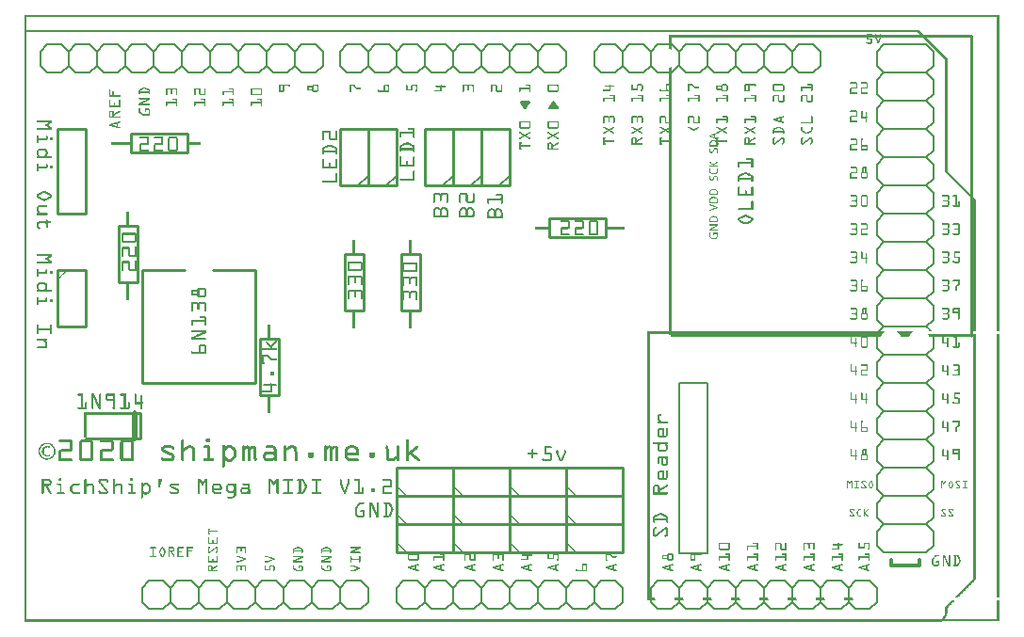
<source format=gto>
G04 MADE WITH FRITZING*
G04 WWW.FRITZING.ORG*
G04 DOUBLE SIDED*
G04 HOLES PLATED*
G04 CONTOUR ON CENTER OF CONTOUR VECTOR*
%ASAXBY*%
%FSLAX23Y23*%
%MOIN*%
%OFA0B0*%
%SFA1.0B1.0*%
%ADD10R,0.106778X0.611111X0.092889X0.597223*%
%ADD11C,0.006944*%
%ADD12C,0.010000*%
%ADD13C,0.005000*%
%ADD14C,0.006000*%
%ADD15C,0.012000*%
%ADD16C,0.020000*%
%ADD17C,0.010417*%
%ADD18R,0.001000X0.001000*%
%LNSILK1*%
G90*
G70*
G54D11*
X2316Y847D02*
X2416Y847D01*
X2416Y243D01*
X2316Y243D01*
X2316Y847D01*
D02*
G54D12*
X1516Y1545D02*
X1516Y1745D01*
D02*
X1516Y1745D02*
X1416Y1745D01*
D02*
X1416Y1745D02*
X1416Y1545D01*
D02*
X1416Y1545D02*
X1516Y1545D01*
G54D13*
D02*
X1516Y1580D02*
X1481Y1545D01*
G54D12*
D02*
X1616Y1545D02*
X1616Y1745D01*
D02*
X1616Y1745D02*
X1516Y1745D01*
D02*
X1516Y1745D02*
X1516Y1545D01*
D02*
X1516Y1545D02*
X1616Y1545D01*
G54D13*
D02*
X1616Y1580D02*
X1581Y1545D01*
G54D12*
D02*
X1716Y1545D02*
X1716Y1745D01*
D02*
X1716Y1745D02*
X1616Y1745D01*
D02*
X1616Y1745D02*
X1616Y1545D01*
D02*
X1616Y1545D02*
X1716Y1545D01*
G54D13*
D02*
X1716Y1580D02*
X1681Y1545D01*
G54D14*
D02*
X2841Y145D02*
X2891Y145D01*
D02*
X2891Y145D02*
X2916Y120D01*
D02*
X2916Y120D02*
X2916Y70D01*
D02*
X2916Y70D02*
X2891Y45D01*
D02*
X2716Y120D02*
X2741Y145D01*
D02*
X2741Y145D02*
X2791Y145D01*
D02*
X2791Y145D02*
X2816Y120D01*
D02*
X2816Y120D02*
X2816Y70D01*
D02*
X2816Y70D02*
X2791Y45D01*
D02*
X2791Y45D02*
X2741Y45D01*
D02*
X2741Y45D02*
X2716Y70D01*
D02*
X2841Y145D02*
X2816Y120D01*
D02*
X2816Y70D02*
X2841Y45D01*
D02*
X2891Y45D02*
X2841Y45D01*
D02*
X2541Y145D02*
X2591Y145D01*
D02*
X2591Y145D02*
X2616Y120D01*
D02*
X2616Y120D02*
X2616Y70D01*
D02*
X2616Y70D02*
X2591Y45D01*
D02*
X2616Y120D02*
X2641Y145D01*
D02*
X2641Y145D02*
X2691Y145D01*
D02*
X2691Y145D02*
X2716Y120D01*
D02*
X2716Y120D02*
X2716Y70D01*
D02*
X2716Y70D02*
X2691Y45D01*
D02*
X2691Y45D02*
X2641Y45D01*
D02*
X2641Y45D02*
X2616Y70D01*
D02*
X2416Y120D02*
X2441Y145D01*
D02*
X2441Y145D02*
X2491Y145D01*
D02*
X2491Y145D02*
X2516Y120D01*
D02*
X2516Y120D02*
X2516Y70D01*
D02*
X2516Y70D02*
X2491Y45D01*
D02*
X2491Y45D02*
X2441Y45D01*
D02*
X2441Y45D02*
X2416Y70D01*
D02*
X2541Y145D02*
X2516Y120D01*
D02*
X2516Y70D02*
X2541Y45D01*
D02*
X2591Y45D02*
X2541Y45D01*
D02*
X2241Y145D02*
X2291Y145D01*
D02*
X2291Y145D02*
X2316Y120D01*
D02*
X2316Y120D02*
X2316Y70D01*
D02*
X2316Y70D02*
X2291Y45D01*
D02*
X2316Y120D02*
X2341Y145D01*
D02*
X2341Y145D02*
X2391Y145D01*
D02*
X2391Y145D02*
X2416Y120D01*
D02*
X2416Y120D02*
X2416Y70D01*
D02*
X2416Y70D02*
X2391Y45D01*
D02*
X2391Y45D02*
X2341Y45D01*
D02*
X2341Y45D02*
X2316Y70D01*
D02*
X2216Y120D02*
X2216Y70D01*
D02*
X2241Y145D02*
X2216Y120D01*
D02*
X2216Y70D02*
X2241Y45D01*
D02*
X2291Y45D02*
X2241Y45D01*
D02*
X2941Y145D02*
X2991Y145D01*
D02*
X2991Y145D02*
X3016Y120D01*
D02*
X3016Y120D02*
X3016Y70D01*
D02*
X3016Y70D02*
X2991Y45D01*
D02*
X2941Y145D02*
X2916Y120D01*
D02*
X2916Y70D02*
X2941Y45D01*
D02*
X2991Y45D02*
X2941Y45D01*
D02*
X1941Y145D02*
X1991Y145D01*
D02*
X1991Y145D02*
X2016Y120D01*
D02*
X2016Y120D02*
X2016Y70D01*
D02*
X2016Y70D02*
X1991Y45D01*
D02*
X1816Y120D02*
X1841Y145D01*
D02*
X1841Y145D02*
X1891Y145D01*
D02*
X1891Y145D02*
X1916Y120D01*
D02*
X1916Y120D02*
X1916Y70D01*
D02*
X1916Y70D02*
X1891Y45D01*
D02*
X1891Y45D02*
X1841Y45D01*
D02*
X1841Y45D02*
X1816Y70D01*
D02*
X1941Y145D02*
X1916Y120D01*
D02*
X1916Y70D02*
X1941Y45D01*
D02*
X1991Y45D02*
X1941Y45D01*
D02*
X1641Y145D02*
X1691Y145D01*
D02*
X1691Y145D02*
X1716Y120D01*
D02*
X1716Y120D02*
X1716Y70D01*
D02*
X1716Y70D02*
X1691Y45D01*
D02*
X1716Y120D02*
X1741Y145D01*
D02*
X1741Y145D02*
X1791Y145D01*
D02*
X1791Y145D02*
X1816Y120D01*
D02*
X1816Y120D02*
X1816Y70D01*
D02*
X1816Y70D02*
X1791Y45D01*
D02*
X1791Y45D02*
X1741Y45D01*
D02*
X1741Y45D02*
X1716Y70D01*
D02*
X1516Y120D02*
X1541Y145D01*
D02*
X1541Y145D02*
X1591Y145D01*
D02*
X1591Y145D02*
X1616Y120D01*
D02*
X1616Y120D02*
X1616Y70D01*
D02*
X1616Y70D02*
X1591Y45D01*
D02*
X1591Y45D02*
X1541Y45D01*
D02*
X1541Y45D02*
X1516Y70D01*
D02*
X1641Y145D02*
X1616Y120D01*
D02*
X1616Y70D02*
X1641Y45D01*
D02*
X1691Y45D02*
X1641Y45D01*
D02*
X1341Y145D02*
X1391Y145D01*
D02*
X1391Y145D02*
X1416Y120D01*
D02*
X1416Y120D02*
X1416Y70D01*
D02*
X1416Y70D02*
X1391Y45D01*
D02*
X1416Y120D02*
X1441Y145D01*
D02*
X1441Y145D02*
X1491Y145D01*
D02*
X1491Y145D02*
X1516Y120D01*
D02*
X1516Y120D02*
X1516Y70D01*
D02*
X1516Y70D02*
X1491Y45D01*
D02*
X1491Y45D02*
X1441Y45D01*
D02*
X1441Y45D02*
X1416Y70D01*
D02*
X1316Y120D02*
X1316Y70D01*
D02*
X1341Y145D02*
X1316Y120D01*
D02*
X1316Y70D02*
X1341Y45D01*
D02*
X1391Y45D02*
X1341Y45D01*
D02*
X2041Y145D02*
X2091Y145D01*
D02*
X2091Y145D02*
X2116Y120D01*
D02*
X2116Y120D02*
X2116Y70D01*
D02*
X2116Y70D02*
X2091Y45D01*
D02*
X2041Y145D02*
X2016Y120D01*
D02*
X2016Y70D02*
X2041Y45D01*
D02*
X2091Y45D02*
X2041Y45D01*
D02*
X2191Y1945D02*
X2141Y1945D01*
D02*
X2141Y1945D02*
X2116Y1970D01*
D02*
X2116Y1970D02*
X2116Y2020D01*
D02*
X2116Y2020D02*
X2141Y2045D01*
D02*
X2291Y1945D02*
X2241Y1945D01*
D02*
X2241Y1945D02*
X2216Y1970D01*
D02*
X2216Y1970D02*
X2216Y2020D01*
D02*
X2216Y2020D02*
X2241Y2045D01*
D02*
X2241Y2045D02*
X2291Y2045D01*
D02*
X2191Y1945D02*
X2216Y1970D01*
D02*
X2216Y2020D02*
X2191Y2045D01*
D02*
X2141Y2045D02*
X2191Y2045D01*
D02*
X2491Y1945D02*
X2441Y1945D01*
D02*
X2441Y1945D02*
X2416Y1970D01*
D02*
X2416Y1970D02*
X2416Y2020D01*
D02*
X2416Y2020D02*
X2441Y2045D01*
D02*
X2416Y1970D02*
X2391Y1945D01*
D02*
X2391Y1945D02*
X2341Y1945D01*
D02*
X2341Y1945D02*
X2316Y1970D01*
D02*
X2316Y1970D02*
X2316Y2020D01*
D02*
X2316Y2020D02*
X2341Y2045D01*
D02*
X2341Y2045D02*
X2391Y2045D01*
D02*
X2391Y2045D02*
X2416Y2020D01*
D02*
X2616Y1970D02*
X2591Y1945D01*
D02*
X2591Y1945D02*
X2541Y1945D01*
D02*
X2541Y1945D02*
X2516Y1970D01*
D02*
X2516Y1970D02*
X2516Y2020D01*
D02*
X2516Y2020D02*
X2541Y2045D01*
D02*
X2541Y2045D02*
X2591Y2045D01*
D02*
X2591Y2045D02*
X2616Y2020D01*
D02*
X2491Y1945D02*
X2516Y1970D01*
D02*
X2516Y2020D02*
X2491Y2045D01*
D02*
X2441Y2045D02*
X2491Y2045D01*
D02*
X2791Y1945D02*
X2741Y1945D01*
D02*
X2741Y1945D02*
X2716Y1970D01*
D02*
X2716Y1970D02*
X2716Y2020D01*
D02*
X2716Y2020D02*
X2741Y2045D01*
D02*
X2716Y1970D02*
X2691Y1945D01*
D02*
X2691Y1945D02*
X2641Y1945D01*
D02*
X2641Y1945D02*
X2616Y1970D01*
D02*
X2616Y1970D02*
X2616Y2020D01*
D02*
X2616Y2020D02*
X2641Y2045D01*
D02*
X2641Y2045D02*
X2691Y2045D01*
D02*
X2691Y2045D02*
X2716Y2020D01*
D02*
X2816Y1970D02*
X2816Y2020D01*
D02*
X2791Y1945D02*
X2816Y1970D01*
D02*
X2816Y2020D02*
X2791Y2045D01*
D02*
X2741Y2045D02*
X2791Y2045D01*
D02*
X2091Y1945D02*
X2041Y1945D01*
D02*
X2041Y1945D02*
X2016Y1970D01*
D02*
X2016Y1970D02*
X2016Y2020D01*
D02*
X2016Y2020D02*
X2041Y2045D01*
D02*
X2091Y1945D02*
X2116Y1970D01*
D02*
X2116Y2020D02*
X2091Y2045D01*
D02*
X2041Y2045D02*
X2091Y2045D01*
D02*
X856Y2020D02*
X881Y2045D01*
D02*
X881Y2045D02*
X931Y2045D01*
D02*
X931Y2045D02*
X956Y2020D01*
D02*
X956Y2020D02*
X956Y1970D01*
D02*
X956Y1970D02*
X931Y1945D01*
D02*
X931Y1945D02*
X881Y1945D01*
D02*
X881Y1945D02*
X856Y1970D01*
D02*
X681Y2045D02*
X731Y2045D01*
D02*
X731Y2045D02*
X756Y2020D01*
D02*
X756Y2020D02*
X756Y1970D01*
D02*
X756Y1970D02*
X731Y1945D01*
D02*
X756Y2020D02*
X781Y2045D01*
D02*
X781Y2045D02*
X831Y2045D01*
D02*
X831Y2045D02*
X856Y2020D01*
D02*
X856Y2020D02*
X856Y1970D01*
D02*
X856Y1970D02*
X831Y1945D01*
D02*
X831Y1945D02*
X781Y1945D01*
D02*
X781Y1945D02*
X756Y1970D01*
D02*
X556Y2020D02*
X581Y2045D01*
D02*
X581Y2045D02*
X631Y2045D01*
D02*
X631Y2045D02*
X656Y2020D01*
D02*
X656Y2020D02*
X656Y1970D01*
D02*
X656Y1970D02*
X631Y1945D01*
D02*
X631Y1945D02*
X581Y1945D01*
D02*
X581Y1945D02*
X556Y1970D01*
D02*
X681Y2045D02*
X656Y2020D01*
D02*
X656Y1970D02*
X681Y1945D01*
D02*
X731Y1945D02*
X681Y1945D01*
D02*
X381Y2045D02*
X431Y2045D01*
D02*
X431Y2045D02*
X456Y2020D01*
D02*
X456Y2020D02*
X456Y1970D01*
D02*
X456Y1970D02*
X431Y1945D01*
D02*
X456Y2020D02*
X481Y2045D01*
D02*
X481Y2045D02*
X531Y2045D01*
D02*
X531Y2045D02*
X556Y2020D01*
D02*
X556Y2020D02*
X556Y1970D01*
D02*
X556Y1970D02*
X531Y1945D01*
D02*
X531Y1945D02*
X481Y1945D01*
D02*
X481Y1945D02*
X456Y1970D01*
D02*
X256Y2020D02*
X281Y2045D01*
D02*
X281Y2045D02*
X331Y2045D01*
D02*
X331Y2045D02*
X356Y2020D01*
D02*
X356Y2020D02*
X356Y1970D01*
D02*
X356Y1970D02*
X331Y1945D01*
D02*
X331Y1945D02*
X281Y1945D01*
D02*
X281Y1945D02*
X256Y1970D01*
D02*
X381Y2045D02*
X356Y2020D01*
D02*
X356Y1970D02*
X381Y1945D01*
D02*
X431Y1945D02*
X381Y1945D01*
D02*
X81Y2045D02*
X131Y2045D01*
D02*
X131Y2045D02*
X156Y2020D01*
D02*
X156Y2020D02*
X156Y1970D01*
D02*
X156Y1970D02*
X131Y1945D01*
D02*
X156Y2020D02*
X181Y2045D01*
D02*
X181Y2045D02*
X231Y2045D01*
D02*
X231Y2045D02*
X256Y2020D01*
D02*
X256Y2020D02*
X256Y1970D01*
D02*
X256Y1970D02*
X231Y1945D01*
D02*
X231Y1945D02*
X181Y1945D01*
D02*
X181Y1945D02*
X156Y1970D01*
D02*
X56Y2020D02*
X56Y1970D01*
D02*
X81Y2045D02*
X56Y2020D01*
D02*
X56Y1970D02*
X81Y1945D01*
D02*
X131Y1945D02*
X81Y1945D01*
D02*
X981Y2045D02*
X1031Y2045D01*
D02*
X1031Y2045D02*
X1056Y2020D01*
D02*
X1056Y2020D02*
X1056Y1970D01*
D02*
X1056Y1970D02*
X1031Y1945D01*
D02*
X981Y2045D02*
X956Y2020D01*
D02*
X956Y1970D02*
X981Y1945D01*
D02*
X1031Y1945D02*
X981Y1945D01*
D02*
X1041Y145D02*
X1091Y145D01*
D02*
X1091Y145D02*
X1116Y120D01*
D02*
X1116Y120D02*
X1116Y70D01*
D02*
X1116Y70D02*
X1091Y45D01*
D02*
X916Y120D02*
X941Y145D01*
D02*
X941Y145D02*
X991Y145D01*
D02*
X991Y145D02*
X1016Y120D01*
D02*
X1016Y120D02*
X1016Y70D01*
D02*
X1016Y70D02*
X991Y45D01*
D02*
X991Y45D02*
X941Y45D01*
D02*
X941Y45D02*
X916Y70D01*
D02*
X1041Y145D02*
X1016Y120D01*
D02*
X1016Y70D02*
X1041Y45D01*
D02*
X1091Y45D02*
X1041Y45D01*
D02*
X741Y145D02*
X791Y145D01*
D02*
X791Y145D02*
X816Y120D01*
D02*
X816Y120D02*
X816Y70D01*
D02*
X816Y70D02*
X791Y45D01*
D02*
X816Y120D02*
X841Y145D01*
D02*
X841Y145D02*
X891Y145D01*
D02*
X891Y145D02*
X916Y120D01*
D02*
X916Y120D02*
X916Y70D01*
D02*
X916Y70D02*
X891Y45D01*
D02*
X891Y45D02*
X841Y45D01*
D02*
X841Y45D02*
X816Y70D01*
D02*
X616Y120D02*
X641Y145D01*
D02*
X641Y145D02*
X691Y145D01*
D02*
X691Y145D02*
X716Y120D01*
D02*
X716Y120D02*
X716Y70D01*
D02*
X716Y70D02*
X691Y45D01*
D02*
X691Y45D02*
X641Y45D01*
D02*
X641Y45D02*
X616Y70D01*
D02*
X741Y145D02*
X716Y120D01*
D02*
X716Y70D02*
X741Y45D01*
D02*
X791Y45D02*
X741Y45D01*
D02*
X441Y145D02*
X491Y145D01*
D02*
X491Y145D02*
X516Y120D01*
D02*
X516Y120D02*
X516Y70D01*
D02*
X516Y70D02*
X491Y45D01*
D02*
X516Y120D02*
X541Y145D01*
D02*
X541Y145D02*
X591Y145D01*
D02*
X591Y145D02*
X616Y120D01*
D02*
X616Y120D02*
X616Y70D01*
D02*
X616Y70D02*
X591Y45D01*
D02*
X591Y45D02*
X541Y45D01*
D02*
X541Y45D02*
X516Y70D01*
D02*
X416Y120D02*
X416Y70D01*
D02*
X441Y145D02*
X416Y120D01*
D02*
X416Y70D02*
X441Y45D01*
D02*
X491Y45D02*
X441Y45D01*
D02*
X1141Y145D02*
X1191Y145D01*
D02*
X1191Y145D02*
X1216Y120D01*
D02*
X1216Y120D02*
X1216Y70D01*
D02*
X1216Y70D02*
X1191Y45D01*
D02*
X1141Y145D02*
X1116Y120D01*
D02*
X1116Y70D02*
X1141Y45D01*
D02*
X1191Y45D02*
X1141Y45D01*
D02*
X1291Y1945D02*
X1241Y1945D01*
D02*
X1241Y1945D02*
X1216Y1970D01*
D02*
X1216Y1970D02*
X1216Y2020D01*
D02*
X1216Y2020D02*
X1241Y2045D01*
D02*
X1416Y1970D02*
X1391Y1945D01*
D02*
X1391Y1945D02*
X1341Y1945D01*
D02*
X1341Y1945D02*
X1316Y1970D01*
D02*
X1316Y1970D02*
X1316Y2020D01*
D02*
X1316Y2020D02*
X1341Y2045D01*
D02*
X1341Y2045D02*
X1391Y2045D01*
D02*
X1391Y2045D02*
X1416Y2020D01*
D02*
X1291Y1945D02*
X1316Y1970D01*
D02*
X1316Y2020D02*
X1291Y2045D01*
D02*
X1241Y2045D02*
X1291Y2045D01*
D02*
X1591Y1945D02*
X1541Y1945D01*
D02*
X1541Y1945D02*
X1516Y1970D01*
D02*
X1516Y1970D02*
X1516Y2020D01*
D02*
X1516Y2020D02*
X1541Y2045D01*
D02*
X1516Y1970D02*
X1491Y1945D01*
D02*
X1491Y1945D02*
X1441Y1945D01*
D02*
X1441Y1945D02*
X1416Y1970D01*
D02*
X1416Y1970D02*
X1416Y2020D01*
D02*
X1416Y2020D02*
X1441Y2045D01*
D02*
X1441Y2045D02*
X1491Y2045D01*
D02*
X1491Y2045D02*
X1516Y2020D01*
D02*
X1716Y1970D02*
X1691Y1945D01*
D02*
X1691Y1945D02*
X1641Y1945D01*
D02*
X1641Y1945D02*
X1616Y1970D01*
D02*
X1616Y1970D02*
X1616Y2020D01*
D02*
X1616Y2020D02*
X1641Y2045D01*
D02*
X1641Y2045D02*
X1691Y2045D01*
D02*
X1691Y2045D02*
X1716Y2020D01*
D02*
X1591Y1945D02*
X1616Y1970D01*
D02*
X1616Y2020D02*
X1591Y2045D01*
D02*
X1541Y2045D02*
X1591Y2045D01*
D02*
X1891Y1945D02*
X1841Y1945D01*
D02*
X1841Y1945D02*
X1816Y1970D01*
D02*
X1816Y1970D02*
X1816Y2020D01*
D02*
X1816Y2020D02*
X1841Y2045D01*
D02*
X1816Y1970D02*
X1791Y1945D01*
D02*
X1791Y1945D02*
X1741Y1945D01*
D02*
X1741Y1945D02*
X1716Y1970D01*
D02*
X1716Y1970D02*
X1716Y2020D01*
D02*
X1716Y2020D02*
X1741Y2045D01*
D02*
X1741Y2045D02*
X1791Y2045D01*
D02*
X1791Y2045D02*
X1816Y2020D01*
D02*
X1916Y1970D02*
X1916Y2020D01*
D02*
X1891Y1945D02*
X1916Y1970D01*
D02*
X1916Y2020D02*
X1891Y2045D01*
D02*
X1841Y2045D02*
X1891Y2045D01*
D02*
X1191Y1945D02*
X1141Y1945D01*
D02*
X1141Y1945D02*
X1116Y1970D01*
D02*
X1116Y1970D02*
X1116Y2020D01*
D02*
X1116Y2020D02*
X1141Y2045D01*
D02*
X1191Y1945D02*
X1216Y1970D01*
D02*
X1216Y2020D02*
X1191Y2045D01*
D02*
X1141Y2045D02*
X1191Y2045D01*
D02*
X3041Y2045D02*
X3016Y2020D01*
D02*
X3016Y2020D02*
X3016Y1970D01*
D02*
X3016Y1970D02*
X3041Y1945D01*
D02*
X3041Y1945D02*
X3016Y1920D01*
D02*
X3016Y1920D02*
X3016Y1870D01*
D02*
X3016Y1870D02*
X3041Y1845D01*
D02*
X3041Y1845D02*
X3016Y1820D01*
D02*
X3016Y1820D02*
X3016Y1770D01*
D02*
X3016Y1770D02*
X3041Y1745D01*
D02*
X3041Y1745D02*
X3016Y1720D01*
D02*
X3016Y1720D02*
X3016Y1670D01*
D02*
X3016Y1670D02*
X3041Y1645D01*
D02*
X3041Y1645D02*
X3016Y1620D01*
D02*
X3016Y1620D02*
X3016Y1570D01*
D02*
X3016Y1570D02*
X3041Y1545D01*
D02*
X3041Y1545D02*
X3016Y1520D01*
D02*
X3016Y1520D02*
X3016Y1470D01*
D02*
X3016Y1470D02*
X3041Y1445D01*
D02*
X3041Y2045D02*
X3191Y2045D01*
D02*
X3191Y2045D02*
X3216Y2020D01*
D02*
X3216Y2020D02*
X3216Y1970D01*
D02*
X3216Y1970D02*
X3191Y1945D01*
D02*
X3191Y1945D02*
X3216Y1920D01*
D02*
X3216Y1920D02*
X3216Y1870D01*
D02*
X3216Y1870D02*
X3191Y1845D01*
D02*
X3191Y1845D02*
X3216Y1820D01*
D02*
X3216Y1820D02*
X3216Y1770D01*
D02*
X3216Y1770D02*
X3191Y1745D01*
D02*
X3191Y1745D02*
X3216Y1720D01*
D02*
X3216Y1720D02*
X3216Y1670D01*
D02*
X3216Y1670D02*
X3191Y1645D01*
D02*
X3191Y1645D02*
X3216Y1620D01*
D02*
X3216Y1620D02*
X3216Y1570D01*
D02*
X3216Y1570D02*
X3191Y1545D01*
D02*
X3191Y1545D02*
X3216Y1520D01*
D02*
X3216Y1520D02*
X3216Y1470D01*
D02*
X3216Y1470D02*
X3191Y1445D01*
D02*
X3191Y1445D02*
X3216Y1420D01*
D02*
X3216Y1420D02*
X3216Y1370D01*
D02*
X3216Y1370D02*
X3191Y1345D01*
D02*
X3191Y1345D02*
X3216Y1320D01*
D02*
X3216Y1320D02*
X3216Y1270D01*
D02*
X3216Y1270D02*
X3191Y1245D01*
D02*
X3191Y1245D02*
X3216Y1220D01*
D02*
X3216Y1220D02*
X3216Y1170D01*
D02*
X3216Y1170D02*
X3191Y1145D01*
D02*
X3191Y1145D02*
X3216Y1120D01*
D02*
X3216Y1120D02*
X3216Y1070D01*
D02*
X3216Y1070D02*
X3191Y1045D01*
D02*
X3216Y1020D02*
X3216Y970D01*
D02*
X3216Y970D02*
X3191Y945D01*
D02*
X3191Y945D02*
X3216Y920D01*
D02*
X3216Y920D02*
X3216Y870D01*
D02*
X3191Y845D02*
X3216Y870D01*
D02*
X3191Y845D02*
X3216Y820D01*
D02*
X3216Y770D02*
X3216Y820D01*
D02*
X3216Y770D02*
X3191Y745D01*
D02*
X3191Y745D02*
X3216Y720D01*
D02*
X3216Y670D02*
X3216Y720D01*
D02*
X3216Y670D02*
X3191Y645D01*
D02*
X3191Y645D02*
X3216Y620D01*
D02*
X3216Y570D02*
X3216Y620D01*
D02*
X3216Y570D02*
X3191Y545D01*
D02*
X3191Y545D02*
X3216Y520D01*
D02*
X3216Y470D02*
X3216Y520D01*
D02*
X3216Y470D02*
X3191Y445D01*
D02*
X3191Y445D02*
X3216Y420D01*
D02*
X3216Y370D02*
X3216Y420D01*
D02*
X3216Y370D02*
X3191Y345D01*
D02*
X3191Y345D02*
X3216Y320D01*
D02*
X3216Y270D02*
X3216Y320D01*
D02*
X3216Y270D02*
X3191Y245D01*
D02*
X3041Y245D02*
X3016Y270D01*
D02*
X3016Y270D02*
X3016Y320D01*
D02*
X3041Y345D02*
X3016Y320D01*
D02*
X3041Y345D02*
X3016Y370D01*
D02*
X3016Y370D02*
X3016Y420D01*
D02*
X3041Y445D02*
X3016Y420D01*
D02*
X3041Y445D02*
X3016Y470D01*
D02*
X3016Y520D02*
X3016Y470D01*
D02*
X3016Y520D02*
X3041Y545D01*
D02*
X3041Y545D02*
X3016Y570D01*
D02*
X3016Y620D02*
X3016Y570D01*
D02*
X3016Y620D02*
X3041Y645D01*
D02*
X3041Y645D02*
X3016Y670D01*
D02*
X3016Y670D02*
X3016Y720D01*
D02*
X3041Y745D02*
X3016Y720D01*
D02*
X3041Y745D02*
X3016Y770D01*
D02*
X3016Y770D02*
X3016Y820D01*
D02*
X3041Y845D02*
X3016Y820D01*
D02*
X3041Y845D02*
X3016Y870D01*
D02*
X3016Y870D02*
X3016Y920D01*
D02*
X3041Y945D02*
X3016Y920D01*
D02*
X3041Y945D02*
X3016Y970D01*
D02*
X3016Y970D02*
X3016Y1020D01*
D02*
X3041Y1045D02*
X3016Y1070D01*
D02*
X3016Y1070D02*
X3016Y1120D01*
D02*
X3041Y1145D02*
X3016Y1120D01*
D02*
X3041Y1145D02*
X3016Y1170D01*
D02*
X3016Y1170D02*
X3016Y1220D01*
D02*
X3041Y1245D02*
X3016Y1220D01*
D02*
X3041Y1245D02*
X3016Y1270D01*
D02*
X3016Y1270D02*
X3016Y1320D01*
D02*
X3041Y1345D02*
X3016Y1320D01*
D02*
X3041Y1345D02*
X3016Y1370D01*
D02*
X3016Y1370D02*
X3016Y1420D01*
D02*
X3041Y1445D02*
X3016Y1420D01*
D02*
X3191Y1945D02*
X3041Y1945D01*
D02*
X3191Y1845D02*
X3041Y1845D01*
D02*
X3191Y1745D02*
X3041Y1745D01*
D02*
X3191Y1645D02*
X3041Y1645D01*
D02*
X3191Y1545D02*
X3041Y1545D01*
D02*
X3191Y1445D02*
X3041Y1445D01*
D02*
X3191Y1345D02*
X3041Y1345D01*
D02*
X3191Y1245D02*
X3041Y1245D01*
D02*
X3191Y1145D02*
X3041Y1145D01*
D02*
X3191Y1045D02*
X3041Y1045D01*
D02*
X3191Y945D02*
X3041Y945D01*
D02*
X3191Y845D02*
X3041Y845D01*
D02*
X3191Y745D02*
X3041Y745D01*
D02*
X3191Y645D02*
X3041Y645D01*
D02*
X3191Y545D02*
X3041Y545D01*
D02*
X3191Y445D02*
X3041Y445D01*
D02*
X3191Y345D02*
X3041Y345D01*
D02*
X3191Y245D02*
X3041Y245D01*
G54D15*
D02*
X3066Y220D02*
X3066Y200D01*
D02*
X3066Y200D02*
X3166Y200D01*
D02*
X3166Y200D02*
X3166Y220D01*
G54D12*
D02*
X116Y1745D02*
X116Y1445D01*
D02*
X116Y1445D02*
X216Y1445D01*
D02*
X216Y1445D02*
X216Y1745D01*
D02*
X216Y1745D02*
X116Y1745D01*
D02*
X116Y1245D02*
X116Y1045D01*
D02*
X116Y1045D02*
X216Y1045D01*
D02*
X216Y1045D02*
X216Y1245D01*
D02*
X216Y1245D02*
X116Y1245D01*
D02*
X2057Y1362D02*
X1857Y1362D01*
D02*
X1857Y1362D02*
X1857Y1428D01*
D02*
X1857Y1428D02*
X2057Y1428D01*
D02*
X2057Y1428D02*
X2057Y1362D01*
D02*
X333Y1204D02*
X333Y1404D01*
D02*
X333Y1404D02*
X399Y1404D01*
D02*
X399Y1404D02*
X399Y1204D01*
D02*
X399Y1204D02*
X333Y1204D01*
D02*
X376Y1728D02*
X576Y1728D01*
D02*
X576Y1728D02*
X576Y1662D01*
D02*
X576Y1662D02*
X376Y1662D01*
D02*
X376Y1662D02*
X376Y1728D01*
D02*
X410Y650D02*
X215Y650D01*
D02*
X215Y740D02*
X410Y740D01*
D02*
X410Y740D02*
X410Y650D01*
G54D16*
D02*
X390Y740D02*
X390Y650D01*
G54D12*
D02*
X833Y804D02*
X833Y1004D01*
D02*
X833Y1004D02*
X899Y1004D01*
D02*
X899Y1004D02*
X899Y804D01*
D02*
X899Y804D02*
X833Y804D01*
D02*
X1333Y1104D02*
X1333Y1304D01*
D02*
X1333Y1304D02*
X1399Y1304D01*
D02*
X1399Y1304D02*
X1399Y1104D01*
D02*
X1399Y1104D02*
X1333Y1104D01*
D02*
X1133Y1104D02*
X1133Y1304D01*
D02*
X1133Y1304D02*
X1199Y1304D01*
D02*
X1199Y1304D02*
X1199Y1104D01*
D02*
X1199Y1104D02*
X1133Y1104D01*
D02*
X1316Y1545D02*
X1316Y1745D01*
D02*
X1316Y1745D02*
X1216Y1745D01*
D02*
X1216Y1745D02*
X1216Y1545D01*
D02*
X1216Y1545D02*
X1316Y1545D01*
G54D13*
D02*
X1316Y1580D02*
X1281Y1545D01*
G54D12*
D02*
X1216Y1545D02*
X1216Y1745D01*
D02*
X1216Y1745D02*
X1116Y1745D01*
D02*
X1116Y1745D02*
X1116Y1545D01*
D02*
X1116Y1545D02*
X1216Y1545D01*
G54D13*
D02*
X1216Y1580D02*
X1181Y1545D01*
G54D12*
D02*
X416Y1245D02*
X416Y845D01*
D02*
X416Y845D02*
X816Y845D01*
D02*
X816Y845D02*
X816Y1245D01*
D02*
X416Y1245D02*
X566Y1245D01*
D02*
X666Y1245D02*
X816Y1245D01*
D02*
X1316Y445D02*
X1516Y445D01*
D02*
X1516Y445D02*
X1516Y545D01*
D02*
X1516Y545D02*
X1316Y545D01*
D02*
X1316Y545D02*
X1316Y445D01*
D02*
X1316Y245D02*
X1516Y245D01*
D02*
X1516Y245D02*
X1516Y345D01*
D02*
X1516Y345D02*
X1316Y345D01*
D02*
X1316Y345D02*
X1316Y245D01*
D02*
X1316Y345D02*
X1516Y345D01*
D02*
X1516Y345D02*
X1516Y445D01*
D02*
X1516Y445D02*
X1316Y445D01*
D02*
X1316Y445D02*
X1316Y345D01*
D02*
X1916Y445D02*
X2116Y445D01*
D02*
X2116Y445D02*
X2116Y545D01*
D02*
X2116Y545D02*
X1916Y545D01*
D02*
X1916Y545D02*
X1916Y445D01*
D02*
X1716Y445D02*
X1916Y445D01*
D02*
X1916Y445D02*
X1916Y545D01*
D02*
X1916Y545D02*
X1716Y545D01*
D02*
X1716Y545D02*
X1716Y445D01*
D02*
X1516Y445D02*
X1716Y445D01*
D02*
X1716Y445D02*
X1716Y545D01*
D02*
X1716Y545D02*
X1516Y545D01*
D02*
X1516Y545D02*
X1516Y445D01*
D02*
X1916Y245D02*
X2116Y245D01*
D02*
X2116Y245D02*
X2116Y345D01*
D02*
X2116Y345D02*
X1916Y345D01*
D02*
X1916Y345D02*
X1916Y245D01*
D02*
X1716Y245D02*
X1916Y245D01*
D02*
X1916Y245D02*
X1916Y345D01*
D02*
X1916Y345D02*
X1716Y345D01*
D02*
X1716Y345D02*
X1716Y245D01*
D02*
X1516Y245D02*
X1716Y245D01*
D02*
X1716Y245D02*
X1716Y345D01*
D02*
X1716Y345D02*
X1516Y345D01*
D02*
X1516Y345D02*
X1516Y245D01*
D02*
X1916Y345D02*
X2116Y345D01*
D02*
X2116Y345D02*
X2116Y445D01*
D02*
X2116Y445D02*
X1916Y445D01*
D02*
X1916Y445D02*
X1916Y345D01*
D02*
X1716Y345D02*
X1916Y345D01*
D02*
X1916Y345D02*
X1916Y445D01*
D02*
X1916Y445D02*
X1716Y445D01*
D02*
X1716Y445D02*
X1716Y345D01*
D02*
X1516Y345D02*
X1716Y345D01*
D02*
X1716Y345D02*
X1716Y445D01*
D02*
X1716Y445D02*
X1516Y445D01*
D02*
X1516Y445D02*
X1516Y345D01*
G54D17*
D02*
X2287Y2077D02*
X3351Y2077D01*
D02*
X3351Y1014D02*
X3351Y2077D01*
G54D18*
X0Y2150D02*
X3449Y2150D01*
X0Y2149D02*
X3449Y2149D01*
X0Y2148D02*
X3449Y2148D01*
X0Y2147D02*
X3449Y2147D01*
X0Y2146D02*
X3449Y2146D01*
X0Y2145D02*
X3449Y2145D01*
X0Y2144D02*
X3449Y2144D01*
X0Y2143D02*
X3449Y2143D01*
X0Y2142D02*
X7Y2142D01*
X3442Y2142D02*
X3449Y2142D01*
X0Y2141D02*
X7Y2141D01*
X3442Y2141D02*
X3449Y2141D01*
X0Y2140D02*
X7Y2140D01*
X3442Y2140D02*
X3449Y2140D01*
X0Y2139D02*
X7Y2139D01*
X3442Y2139D02*
X3449Y2139D01*
X0Y2138D02*
X7Y2138D01*
X3442Y2138D02*
X3449Y2138D01*
X0Y2137D02*
X7Y2137D01*
X3442Y2137D02*
X3449Y2137D01*
X0Y2136D02*
X7Y2136D01*
X3442Y2136D02*
X3449Y2136D01*
X0Y2135D02*
X7Y2135D01*
X3442Y2135D02*
X3449Y2135D01*
X0Y2134D02*
X7Y2134D01*
X3442Y2134D02*
X3449Y2134D01*
X0Y2133D02*
X7Y2133D01*
X3442Y2133D02*
X3449Y2133D01*
X0Y2132D02*
X7Y2132D01*
X3442Y2132D02*
X3449Y2132D01*
X0Y2131D02*
X7Y2131D01*
X3442Y2131D02*
X3449Y2131D01*
X0Y2130D02*
X7Y2130D01*
X3442Y2130D02*
X3449Y2130D01*
X0Y2129D02*
X7Y2129D01*
X3442Y2129D02*
X3449Y2129D01*
X0Y2128D02*
X7Y2128D01*
X3442Y2128D02*
X3449Y2128D01*
X0Y2127D02*
X7Y2127D01*
X3442Y2127D02*
X3449Y2127D01*
X0Y2126D02*
X7Y2126D01*
X3442Y2126D02*
X3449Y2126D01*
X0Y2125D02*
X7Y2125D01*
X3442Y2125D02*
X3449Y2125D01*
X0Y2124D02*
X7Y2124D01*
X3442Y2124D02*
X3449Y2124D01*
X0Y2123D02*
X7Y2123D01*
X3442Y2123D02*
X3449Y2123D01*
X0Y2122D02*
X7Y2122D01*
X3442Y2122D02*
X3449Y2122D01*
X0Y2121D02*
X7Y2121D01*
X3442Y2121D02*
X3449Y2121D01*
X0Y2120D02*
X7Y2120D01*
X3442Y2120D02*
X3449Y2120D01*
X0Y2119D02*
X7Y2119D01*
X3442Y2119D02*
X3449Y2119D01*
X0Y2118D02*
X7Y2118D01*
X3442Y2118D02*
X3449Y2118D01*
X0Y2117D02*
X7Y2117D01*
X3442Y2117D02*
X3449Y2117D01*
X0Y2116D02*
X7Y2116D01*
X3442Y2116D02*
X3449Y2116D01*
X0Y2115D02*
X7Y2115D01*
X3442Y2115D02*
X3449Y2115D01*
X0Y2114D02*
X7Y2114D01*
X3442Y2114D02*
X3449Y2114D01*
X0Y2113D02*
X7Y2113D01*
X3442Y2113D02*
X3449Y2113D01*
X0Y2112D02*
X7Y2112D01*
X3442Y2112D02*
X3449Y2112D01*
X0Y2111D02*
X7Y2111D01*
X3442Y2111D02*
X3449Y2111D01*
X0Y2110D02*
X7Y2110D01*
X3442Y2110D02*
X3449Y2110D01*
X0Y2109D02*
X7Y2109D01*
X3442Y2109D02*
X3449Y2109D01*
X0Y2108D02*
X7Y2108D01*
X3442Y2108D02*
X3449Y2108D01*
X0Y2107D02*
X7Y2107D01*
X3442Y2107D02*
X3449Y2107D01*
X0Y2106D02*
X7Y2106D01*
X3442Y2106D02*
X3449Y2106D01*
X0Y2105D02*
X7Y2105D01*
X3442Y2105D02*
X3449Y2105D01*
X0Y2104D02*
X7Y2104D01*
X3442Y2104D02*
X3449Y2104D01*
X0Y2103D02*
X7Y2103D01*
X3442Y2103D02*
X3449Y2103D01*
X0Y2102D02*
X7Y2102D01*
X3442Y2102D02*
X3449Y2102D01*
X0Y2101D02*
X7Y2101D01*
X3442Y2101D02*
X3449Y2101D01*
X0Y2100D02*
X7Y2100D01*
X3442Y2100D02*
X3449Y2100D01*
X0Y2099D02*
X7Y2099D01*
X3442Y2099D02*
X3449Y2099D01*
X0Y2098D02*
X7Y2098D01*
X3442Y2098D02*
X3449Y2098D01*
X0Y2097D02*
X7Y2097D01*
X3442Y2097D02*
X3449Y2097D01*
X0Y2096D02*
X7Y2096D01*
X3442Y2096D02*
X3449Y2096D01*
X0Y2095D02*
X3164Y2095D01*
X3442Y2095D02*
X3449Y2095D01*
X0Y2094D02*
X3165Y2094D01*
X3442Y2094D02*
X3449Y2094D01*
X0Y2093D02*
X3166Y2093D01*
X3442Y2093D02*
X3449Y2093D01*
X0Y2092D02*
X3167Y2092D01*
X3442Y2092D02*
X3449Y2092D01*
X0Y2091D02*
X3168Y2091D01*
X3442Y2091D02*
X3449Y2091D01*
X0Y2090D02*
X3169Y2090D01*
X3442Y2090D02*
X3449Y2090D01*
X0Y2089D02*
X3170Y2089D01*
X3442Y2089D02*
X3449Y2089D01*
X0Y2088D02*
X3171Y2088D01*
X3442Y2088D02*
X3449Y2088D01*
X0Y2087D02*
X7Y2087D01*
X3161Y2087D02*
X3172Y2087D01*
X3442Y2087D02*
X3449Y2087D01*
X0Y2086D02*
X7Y2086D01*
X3162Y2086D02*
X3173Y2086D01*
X3442Y2086D02*
X3449Y2086D01*
X0Y2085D02*
X7Y2085D01*
X3163Y2085D02*
X3174Y2085D01*
X3442Y2085D02*
X3449Y2085D01*
X0Y2084D02*
X7Y2084D01*
X3164Y2084D02*
X3175Y2084D01*
X3442Y2084D02*
X3449Y2084D01*
X0Y2083D02*
X7Y2083D01*
X3165Y2083D02*
X3176Y2083D01*
X3442Y2083D02*
X3449Y2083D01*
X0Y2082D02*
X7Y2082D01*
X2982Y2082D02*
X2997Y2082D01*
X3012Y2082D02*
X3012Y2082D01*
X3030Y2082D02*
X3030Y2082D01*
X3166Y2082D02*
X3177Y2082D01*
X3442Y2082D02*
X3449Y2082D01*
X0Y2081D02*
X7Y2081D01*
X2982Y2081D02*
X2998Y2081D01*
X3010Y2081D02*
X3013Y2081D01*
X3028Y2081D02*
X3031Y2081D01*
X3167Y2081D02*
X3178Y2081D01*
X3442Y2081D02*
X3449Y2081D01*
X0Y2080D02*
X7Y2080D01*
X2982Y2080D02*
X2999Y2080D01*
X3010Y2080D02*
X3013Y2080D01*
X3028Y2080D02*
X3031Y2080D01*
X3168Y2080D02*
X3179Y2080D01*
X3442Y2080D02*
X3449Y2080D01*
X0Y2079D02*
X7Y2079D01*
X2982Y2079D02*
X2999Y2079D01*
X3010Y2079D02*
X3014Y2079D01*
X3028Y2079D02*
X3031Y2079D01*
X3169Y2079D02*
X3180Y2079D01*
X3442Y2079D02*
X3449Y2079D01*
X0Y2078D02*
X7Y2078D01*
X2982Y2078D02*
X2998Y2078D01*
X3010Y2078D02*
X3014Y2078D01*
X3028Y2078D02*
X3031Y2078D01*
X3170Y2078D02*
X3181Y2078D01*
X3442Y2078D02*
X3449Y2078D01*
X0Y2077D02*
X7Y2077D01*
X2282Y2077D02*
X2291Y2077D01*
X2982Y2077D02*
X2985Y2077D01*
X3010Y2077D02*
X3014Y2077D01*
X3028Y2077D02*
X3031Y2077D01*
X3171Y2077D02*
X3182Y2077D01*
X3442Y2077D02*
X3449Y2077D01*
X0Y2076D02*
X7Y2076D01*
X2282Y2076D02*
X2291Y2076D01*
X2982Y2076D02*
X2985Y2076D01*
X3010Y2076D02*
X3014Y2076D01*
X3028Y2076D02*
X3031Y2076D01*
X3172Y2076D02*
X3183Y2076D01*
X3442Y2076D02*
X3449Y2076D01*
X0Y2075D02*
X7Y2075D01*
X2282Y2075D02*
X2291Y2075D01*
X2982Y2075D02*
X2985Y2075D01*
X3010Y2075D02*
X3014Y2075D01*
X3028Y2075D02*
X3031Y2075D01*
X3173Y2075D02*
X3184Y2075D01*
X3442Y2075D02*
X3449Y2075D01*
X0Y2074D02*
X7Y2074D01*
X2282Y2074D02*
X2291Y2074D01*
X2982Y2074D02*
X2985Y2074D01*
X3010Y2074D02*
X3014Y2074D01*
X3028Y2074D02*
X3031Y2074D01*
X3174Y2074D02*
X3185Y2074D01*
X3442Y2074D02*
X3449Y2074D01*
X0Y2073D02*
X7Y2073D01*
X2282Y2073D02*
X2291Y2073D01*
X2982Y2073D02*
X2985Y2073D01*
X3010Y2073D02*
X3014Y2073D01*
X3028Y2073D02*
X3031Y2073D01*
X3175Y2073D02*
X3186Y2073D01*
X3442Y2073D02*
X3449Y2073D01*
X0Y2072D02*
X7Y2072D01*
X2282Y2072D02*
X2291Y2072D01*
X2982Y2072D02*
X2985Y2072D01*
X3010Y2072D02*
X3014Y2072D01*
X3028Y2072D02*
X3031Y2072D01*
X3176Y2072D02*
X3187Y2072D01*
X3442Y2072D02*
X3449Y2072D01*
X0Y2071D02*
X7Y2071D01*
X2282Y2071D02*
X2291Y2071D01*
X2982Y2071D02*
X2985Y2071D01*
X3010Y2071D02*
X3014Y2071D01*
X3027Y2071D02*
X3031Y2071D01*
X3177Y2071D02*
X3188Y2071D01*
X3442Y2071D02*
X3449Y2071D01*
X0Y2070D02*
X7Y2070D01*
X2282Y2070D02*
X2291Y2070D01*
X2982Y2070D02*
X2985Y2070D01*
X3011Y2070D02*
X3015Y2070D01*
X3027Y2070D02*
X3031Y2070D01*
X3178Y2070D02*
X3189Y2070D01*
X3442Y2070D02*
X3449Y2070D01*
X0Y2069D02*
X7Y2069D01*
X2282Y2069D02*
X2291Y2069D01*
X2982Y2069D02*
X2985Y2069D01*
X3011Y2069D02*
X3015Y2069D01*
X3026Y2069D02*
X3030Y2069D01*
X3179Y2069D02*
X3190Y2069D01*
X3442Y2069D02*
X3449Y2069D01*
X0Y2068D02*
X7Y2068D01*
X2282Y2068D02*
X2291Y2068D01*
X2982Y2068D02*
X2985Y2068D01*
X3011Y2068D02*
X3015Y2068D01*
X3026Y2068D02*
X3030Y2068D01*
X3180Y2068D02*
X3191Y2068D01*
X3442Y2068D02*
X3449Y2068D01*
X0Y2067D02*
X7Y2067D01*
X2282Y2067D02*
X2291Y2067D01*
X2982Y2067D02*
X2986Y2067D01*
X3012Y2067D02*
X3016Y2067D01*
X3026Y2067D02*
X3030Y2067D01*
X3181Y2067D02*
X3192Y2067D01*
X3442Y2067D02*
X3449Y2067D01*
X0Y2066D02*
X7Y2066D01*
X2282Y2066D02*
X2291Y2066D01*
X2982Y2066D02*
X2997Y2066D01*
X3012Y2066D02*
X3016Y2066D01*
X3025Y2066D02*
X3029Y2066D01*
X3182Y2066D02*
X3193Y2066D01*
X3442Y2066D02*
X3449Y2066D01*
X0Y2065D02*
X7Y2065D01*
X2282Y2065D02*
X2291Y2065D01*
X2982Y2065D02*
X2998Y2065D01*
X3013Y2065D02*
X3016Y2065D01*
X3025Y2065D02*
X3029Y2065D01*
X3183Y2065D02*
X3194Y2065D01*
X3442Y2065D02*
X3449Y2065D01*
X0Y2064D02*
X7Y2064D01*
X2282Y2064D02*
X2291Y2064D01*
X2982Y2064D02*
X2998Y2064D01*
X3013Y2064D02*
X3017Y2064D01*
X3024Y2064D02*
X3028Y2064D01*
X3184Y2064D02*
X3195Y2064D01*
X3442Y2064D02*
X3449Y2064D01*
X0Y2063D02*
X7Y2063D01*
X2282Y2063D02*
X2291Y2063D01*
X2982Y2063D02*
X2999Y2063D01*
X3013Y2063D02*
X3017Y2063D01*
X3024Y2063D02*
X3028Y2063D01*
X3185Y2063D02*
X3196Y2063D01*
X3442Y2063D02*
X3449Y2063D01*
X0Y2062D02*
X7Y2062D01*
X2282Y2062D02*
X2291Y2062D01*
X2995Y2062D02*
X2999Y2062D01*
X3014Y2062D02*
X3018Y2062D01*
X3024Y2062D02*
X3028Y2062D01*
X3186Y2062D02*
X3197Y2062D01*
X3442Y2062D02*
X3449Y2062D01*
X0Y2061D02*
X7Y2061D01*
X2282Y2061D02*
X2291Y2061D01*
X2995Y2061D02*
X2999Y2061D01*
X3014Y2061D02*
X3018Y2061D01*
X3023Y2061D02*
X3027Y2061D01*
X3187Y2061D02*
X3198Y2061D01*
X3442Y2061D02*
X3449Y2061D01*
X0Y2060D02*
X7Y2060D01*
X2282Y2060D02*
X2291Y2060D01*
X2995Y2060D02*
X2999Y2060D01*
X3014Y2060D02*
X3018Y2060D01*
X3023Y2060D02*
X3027Y2060D01*
X3188Y2060D02*
X3199Y2060D01*
X3442Y2060D02*
X3449Y2060D01*
X0Y2059D02*
X7Y2059D01*
X2282Y2059D02*
X2291Y2059D01*
X2995Y2059D02*
X2999Y2059D01*
X3015Y2059D02*
X3019Y2059D01*
X3023Y2059D02*
X3026Y2059D01*
X3189Y2059D02*
X3200Y2059D01*
X3442Y2059D02*
X3449Y2059D01*
X0Y2058D02*
X7Y2058D01*
X2282Y2058D02*
X2291Y2058D01*
X2995Y2058D02*
X2999Y2058D01*
X3015Y2058D02*
X3019Y2058D01*
X3022Y2058D02*
X3026Y2058D01*
X3190Y2058D02*
X3201Y2058D01*
X3442Y2058D02*
X3449Y2058D01*
X0Y2057D02*
X7Y2057D01*
X2282Y2057D02*
X2291Y2057D01*
X2995Y2057D02*
X2999Y2057D01*
X3016Y2057D02*
X3020Y2057D01*
X3022Y2057D02*
X3026Y2057D01*
X3191Y2057D02*
X3202Y2057D01*
X3442Y2057D02*
X3449Y2057D01*
X0Y2056D02*
X7Y2056D01*
X2282Y2056D02*
X2291Y2056D01*
X2995Y2056D02*
X2999Y2056D01*
X3016Y2056D02*
X3025Y2056D01*
X3192Y2056D02*
X3203Y2056D01*
X3442Y2056D02*
X3449Y2056D01*
X0Y2055D02*
X7Y2055D01*
X2282Y2055D02*
X2291Y2055D01*
X2995Y2055D02*
X2999Y2055D01*
X3016Y2055D02*
X3025Y2055D01*
X3193Y2055D02*
X3204Y2055D01*
X3442Y2055D02*
X3449Y2055D01*
X0Y2054D02*
X7Y2054D01*
X2282Y2054D02*
X2291Y2054D01*
X2995Y2054D02*
X2999Y2054D01*
X3017Y2054D02*
X3025Y2054D01*
X3194Y2054D02*
X3205Y2054D01*
X3442Y2054D02*
X3449Y2054D01*
X0Y2053D02*
X7Y2053D01*
X2282Y2053D02*
X2291Y2053D01*
X2978Y2053D02*
X2980Y2053D01*
X2995Y2053D02*
X2999Y2053D01*
X3017Y2053D02*
X3024Y2053D01*
X3195Y2053D02*
X3206Y2053D01*
X3442Y2053D02*
X3449Y2053D01*
X0Y2052D02*
X7Y2052D01*
X2282Y2052D02*
X2291Y2052D01*
X2978Y2052D02*
X2982Y2052D01*
X2995Y2052D02*
X2999Y2052D01*
X3018Y2052D02*
X3024Y2052D01*
X3196Y2052D02*
X3207Y2052D01*
X3442Y2052D02*
X3449Y2052D01*
X0Y2051D02*
X7Y2051D01*
X2282Y2051D02*
X2291Y2051D01*
X2977Y2051D02*
X2999Y2051D01*
X3018Y2051D02*
X3023Y2051D01*
X3197Y2051D02*
X3208Y2051D01*
X3442Y2051D02*
X3449Y2051D01*
X0Y2050D02*
X7Y2050D01*
X2282Y2050D02*
X2291Y2050D01*
X2978Y2050D02*
X2998Y2050D01*
X3018Y2050D02*
X3023Y2050D01*
X3198Y2050D02*
X3209Y2050D01*
X3442Y2050D02*
X3449Y2050D01*
X0Y2049D02*
X7Y2049D01*
X2282Y2049D02*
X2291Y2049D01*
X2979Y2049D02*
X2998Y2049D01*
X3019Y2049D02*
X3023Y2049D01*
X3199Y2049D02*
X3210Y2049D01*
X3442Y2049D02*
X3449Y2049D01*
X0Y2048D02*
X7Y2048D01*
X2282Y2048D02*
X2292Y2048D01*
X2981Y2048D02*
X2997Y2048D01*
X3019Y2048D02*
X3022Y2048D01*
X3200Y2048D02*
X3211Y2048D01*
X3442Y2048D02*
X3449Y2048D01*
X0Y2047D02*
X7Y2047D01*
X2282Y2047D02*
X2293Y2047D01*
X2984Y2047D02*
X2995Y2047D01*
X3021Y2047D02*
X3021Y2047D01*
X3201Y2047D02*
X3212Y2047D01*
X3442Y2047D02*
X3449Y2047D01*
X0Y2046D02*
X7Y2046D01*
X2282Y2046D02*
X2294Y2046D01*
X3202Y2046D02*
X3213Y2046D01*
X3442Y2046D02*
X3449Y2046D01*
X0Y2045D02*
X7Y2045D01*
X2282Y2045D02*
X2295Y2045D01*
X3203Y2045D02*
X3214Y2045D01*
X3442Y2045D02*
X3449Y2045D01*
X0Y2044D02*
X7Y2044D01*
X2282Y2044D02*
X2296Y2044D01*
X3204Y2044D02*
X3215Y2044D01*
X3442Y2044D02*
X3449Y2044D01*
X0Y2043D02*
X7Y2043D01*
X2282Y2043D02*
X2297Y2043D01*
X3205Y2043D02*
X3216Y2043D01*
X3442Y2043D02*
X3449Y2043D01*
X0Y2042D02*
X7Y2042D01*
X2282Y2042D02*
X2298Y2042D01*
X3206Y2042D02*
X3217Y2042D01*
X3442Y2042D02*
X3449Y2042D01*
X0Y2041D02*
X7Y2041D01*
X2282Y2041D02*
X2299Y2041D01*
X3207Y2041D02*
X3218Y2041D01*
X3442Y2041D02*
X3449Y2041D01*
X0Y2040D02*
X7Y2040D01*
X2282Y2040D02*
X2300Y2040D01*
X3208Y2040D02*
X3219Y2040D01*
X3442Y2040D02*
X3449Y2040D01*
X0Y2039D02*
X7Y2039D01*
X2282Y2039D02*
X2291Y2039D01*
X2293Y2039D02*
X2301Y2039D01*
X3209Y2039D02*
X3220Y2039D01*
X3442Y2039D02*
X3449Y2039D01*
X0Y2038D02*
X7Y2038D01*
X2282Y2038D02*
X2291Y2038D01*
X2294Y2038D02*
X2302Y2038D01*
X3210Y2038D02*
X3221Y2038D01*
X3442Y2038D02*
X3449Y2038D01*
X0Y2037D02*
X7Y2037D01*
X2282Y2037D02*
X2291Y2037D01*
X2295Y2037D02*
X2303Y2037D01*
X3211Y2037D02*
X3222Y2037D01*
X3442Y2037D02*
X3449Y2037D01*
X0Y2036D02*
X7Y2036D01*
X2282Y2036D02*
X2291Y2036D01*
X2296Y2036D02*
X2304Y2036D01*
X3212Y2036D02*
X3223Y2036D01*
X3442Y2036D02*
X3449Y2036D01*
X0Y2035D02*
X7Y2035D01*
X2282Y2035D02*
X2291Y2035D01*
X2297Y2035D02*
X2305Y2035D01*
X3213Y2035D02*
X3224Y2035D01*
X3442Y2035D02*
X3449Y2035D01*
X0Y2034D02*
X7Y2034D01*
X2282Y2034D02*
X2291Y2034D01*
X2298Y2034D02*
X2306Y2034D01*
X3214Y2034D02*
X3225Y2034D01*
X3442Y2034D02*
X3449Y2034D01*
X0Y2033D02*
X7Y2033D01*
X2282Y2033D02*
X2291Y2033D01*
X2299Y2033D02*
X2307Y2033D01*
X3215Y2033D02*
X3226Y2033D01*
X3442Y2033D02*
X3449Y2033D01*
X0Y2032D02*
X7Y2032D01*
X2282Y2032D02*
X2291Y2032D01*
X2300Y2032D02*
X2308Y2032D01*
X3216Y2032D02*
X3227Y2032D01*
X3442Y2032D02*
X3449Y2032D01*
X0Y2031D02*
X7Y2031D01*
X2282Y2031D02*
X2291Y2031D01*
X2301Y2031D02*
X2309Y2031D01*
X3217Y2031D02*
X3228Y2031D01*
X3442Y2031D02*
X3449Y2031D01*
X0Y2030D02*
X7Y2030D01*
X2282Y2030D02*
X2291Y2030D01*
X2302Y2030D02*
X2310Y2030D01*
X3218Y2030D02*
X3229Y2030D01*
X3442Y2030D02*
X3449Y2030D01*
X0Y2029D02*
X7Y2029D01*
X2284Y2029D02*
X2291Y2029D01*
X2303Y2029D02*
X2311Y2029D01*
X3219Y2029D02*
X3230Y2029D01*
X3442Y2029D02*
X3449Y2029D01*
X0Y2028D02*
X7Y2028D01*
X2286Y2028D02*
X2291Y2028D01*
X2304Y2028D02*
X2312Y2028D01*
X3220Y2028D02*
X3231Y2028D01*
X3442Y2028D02*
X3449Y2028D01*
X0Y2027D02*
X7Y2027D01*
X2288Y2027D02*
X2291Y2027D01*
X2305Y2027D02*
X2313Y2027D01*
X3221Y2027D02*
X3232Y2027D01*
X3442Y2027D02*
X3449Y2027D01*
X0Y2026D02*
X7Y2026D01*
X2289Y2026D02*
X2291Y2026D01*
X2306Y2026D02*
X2314Y2026D01*
X3222Y2026D02*
X3233Y2026D01*
X3442Y2026D02*
X3449Y2026D01*
X0Y2025D02*
X7Y2025D01*
X2290Y2025D02*
X2291Y2025D01*
X2307Y2025D02*
X2315Y2025D01*
X3223Y2025D02*
X3234Y2025D01*
X3442Y2025D02*
X3449Y2025D01*
X0Y2024D02*
X7Y2024D01*
X2308Y2024D02*
X2316Y2024D01*
X3224Y2024D02*
X3235Y2024D01*
X3442Y2024D02*
X3449Y2024D01*
X0Y2023D02*
X7Y2023D01*
X2309Y2023D02*
X2317Y2023D01*
X3225Y2023D02*
X3236Y2023D01*
X3442Y2023D02*
X3449Y2023D01*
X0Y2022D02*
X7Y2022D01*
X2310Y2022D02*
X2318Y2022D01*
X3226Y2022D02*
X3237Y2022D01*
X3442Y2022D02*
X3449Y2022D01*
X0Y2021D02*
X7Y2021D01*
X2311Y2021D02*
X2318Y2021D01*
X3227Y2021D02*
X3238Y2021D01*
X3442Y2021D02*
X3449Y2021D01*
X0Y2020D02*
X7Y2020D01*
X2312Y2020D02*
X2318Y2020D01*
X3228Y2020D02*
X3239Y2020D01*
X3442Y2020D02*
X3449Y2020D01*
X0Y2019D02*
X7Y2019D01*
X2313Y2019D02*
X2318Y2019D01*
X3229Y2019D02*
X3240Y2019D01*
X3442Y2019D02*
X3449Y2019D01*
X0Y2018D02*
X7Y2018D01*
X2314Y2018D02*
X2317Y2018D01*
X3230Y2018D02*
X3241Y2018D01*
X3442Y2018D02*
X3449Y2018D01*
X0Y2017D02*
X7Y2017D01*
X3231Y2017D02*
X3242Y2017D01*
X3442Y2017D02*
X3449Y2017D01*
X0Y2016D02*
X7Y2016D01*
X3232Y2016D02*
X3243Y2016D01*
X3442Y2016D02*
X3449Y2016D01*
X0Y2015D02*
X7Y2015D01*
X3233Y2015D02*
X3244Y2015D01*
X3442Y2015D02*
X3449Y2015D01*
X0Y2014D02*
X7Y2014D01*
X3234Y2014D02*
X3245Y2014D01*
X3442Y2014D02*
X3449Y2014D01*
X0Y2013D02*
X7Y2013D01*
X3235Y2013D02*
X3246Y2013D01*
X3442Y2013D02*
X3449Y2013D01*
X0Y2012D02*
X7Y2012D01*
X3236Y2012D02*
X3247Y2012D01*
X3442Y2012D02*
X3449Y2012D01*
X0Y2011D02*
X7Y2011D01*
X3237Y2011D02*
X3248Y2011D01*
X3442Y2011D02*
X3449Y2011D01*
X0Y2010D02*
X7Y2010D01*
X3238Y2010D02*
X3249Y2010D01*
X3442Y2010D02*
X3449Y2010D01*
X0Y2009D02*
X7Y2009D01*
X3239Y2009D02*
X3250Y2009D01*
X3442Y2009D02*
X3449Y2009D01*
X0Y2008D02*
X7Y2008D01*
X3240Y2008D02*
X3251Y2008D01*
X3442Y2008D02*
X3449Y2008D01*
X0Y2007D02*
X7Y2007D01*
X3241Y2007D02*
X3252Y2007D01*
X3442Y2007D02*
X3449Y2007D01*
X0Y2006D02*
X7Y2006D01*
X3242Y2006D02*
X3253Y2006D01*
X3442Y2006D02*
X3449Y2006D01*
X0Y2005D02*
X7Y2005D01*
X3243Y2005D02*
X3254Y2005D01*
X3442Y2005D02*
X3449Y2005D01*
X0Y2004D02*
X7Y2004D01*
X3244Y2004D02*
X3255Y2004D01*
X3442Y2004D02*
X3449Y2004D01*
X0Y2003D02*
X7Y2003D01*
X3245Y2003D02*
X3256Y2003D01*
X3442Y2003D02*
X3449Y2003D01*
X0Y2002D02*
X7Y2002D01*
X3246Y2002D02*
X3257Y2002D01*
X3442Y2002D02*
X3449Y2002D01*
X0Y2001D02*
X7Y2001D01*
X3247Y2001D02*
X3258Y2001D01*
X3442Y2001D02*
X3449Y2001D01*
X0Y2000D02*
X7Y2000D01*
X3248Y2000D02*
X3259Y2000D01*
X3442Y2000D02*
X3449Y2000D01*
X0Y1999D02*
X7Y1999D01*
X3249Y1999D02*
X3260Y1999D01*
X3442Y1999D02*
X3449Y1999D01*
X0Y1998D02*
X7Y1998D01*
X3250Y1998D02*
X3261Y1998D01*
X3442Y1998D02*
X3449Y1998D01*
X0Y1997D02*
X7Y1997D01*
X3251Y1997D02*
X3262Y1997D01*
X3442Y1997D02*
X3449Y1997D01*
X0Y1996D02*
X7Y1996D01*
X3252Y1996D02*
X3263Y1996D01*
X3442Y1996D02*
X3449Y1996D01*
X0Y1995D02*
X7Y1995D01*
X3253Y1995D02*
X3264Y1995D01*
X3442Y1995D02*
X3449Y1995D01*
X0Y1994D02*
X7Y1994D01*
X3254Y1994D02*
X3265Y1994D01*
X3442Y1994D02*
X3449Y1994D01*
X0Y1993D02*
X7Y1993D01*
X3255Y1993D02*
X3265Y1993D01*
X3442Y1993D02*
X3449Y1993D01*
X0Y1992D02*
X7Y1992D01*
X3256Y1992D02*
X3265Y1992D01*
X3442Y1992D02*
X3449Y1992D01*
X0Y1991D02*
X7Y1991D01*
X3257Y1991D02*
X3265Y1991D01*
X3442Y1991D02*
X3449Y1991D01*
X0Y1990D02*
X7Y1990D01*
X3258Y1990D02*
X3265Y1990D01*
X3442Y1990D02*
X3449Y1990D01*
X0Y1989D02*
X7Y1989D01*
X3258Y1989D02*
X3265Y1989D01*
X3442Y1989D02*
X3449Y1989D01*
X0Y1988D02*
X7Y1988D01*
X3258Y1988D02*
X3265Y1988D01*
X3442Y1988D02*
X3449Y1988D01*
X0Y1987D02*
X7Y1987D01*
X3258Y1987D02*
X3265Y1987D01*
X3442Y1987D02*
X3449Y1987D01*
X0Y1986D02*
X7Y1986D01*
X3258Y1986D02*
X3265Y1986D01*
X3442Y1986D02*
X3449Y1986D01*
X0Y1985D02*
X7Y1985D01*
X3258Y1985D02*
X3265Y1985D01*
X3442Y1985D02*
X3449Y1985D01*
X0Y1984D02*
X7Y1984D01*
X3258Y1984D02*
X3265Y1984D01*
X3442Y1984D02*
X3449Y1984D01*
X0Y1983D02*
X7Y1983D01*
X3258Y1983D02*
X3265Y1983D01*
X3442Y1983D02*
X3449Y1983D01*
X0Y1982D02*
X7Y1982D01*
X3258Y1982D02*
X3265Y1982D01*
X3442Y1982D02*
X3449Y1982D01*
X0Y1981D02*
X7Y1981D01*
X3258Y1981D02*
X3265Y1981D01*
X3442Y1981D02*
X3449Y1981D01*
X0Y1980D02*
X7Y1980D01*
X3258Y1980D02*
X3265Y1980D01*
X3442Y1980D02*
X3449Y1980D01*
X0Y1979D02*
X7Y1979D01*
X3258Y1979D02*
X3265Y1979D01*
X3442Y1979D02*
X3449Y1979D01*
X0Y1978D02*
X7Y1978D01*
X3258Y1978D02*
X3265Y1978D01*
X3442Y1978D02*
X3449Y1978D01*
X0Y1977D02*
X7Y1977D01*
X3258Y1977D02*
X3265Y1977D01*
X3442Y1977D02*
X3449Y1977D01*
X0Y1976D02*
X7Y1976D01*
X3258Y1976D02*
X3265Y1976D01*
X3442Y1976D02*
X3449Y1976D01*
X0Y1975D02*
X7Y1975D01*
X3258Y1975D02*
X3265Y1975D01*
X3442Y1975D02*
X3449Y1975D01*
X0Y1974D02*
X7Y1974D01*
X3258Y1974D02*
X3265Y1974D01*
X3442Y1974D02*
X3449Y1974D01*
X0Y1973D02*
X7Y1973D01*
X2314Y1973D02*
X2317Y1973D01*
X3258Y1973D02*
X3265Y1973D01*
X3442Y1973D02*
X3449Y1973D01*
X0Y1972D02*
X7Y1972D01*
X2313Y1972D02*
X2318Y1972D01*
X3258Y1972D02*
X3265Y1972D01*
X3442Y1972D02*
X3449Y1972D01*
X0Y1971D02*
X7Y1971D01*
X2312Y1971D02*
X2318Y1971D01*
X3258Y1971D02*
X3265Y1971D01*
X3442Y1971D02*
X3449Y1971D01*
X0Y1970D02*
X7Y1970D01*
X2311Y1970D02*
X2318Y1970D01*
X3258Y1970D02*
X3265Y1970D01*
X3442Y1970D02*
X3449Y1970D01*
X0Y1969D02*
X7Y1969D01*
X2310Y1969D02*
X2318Y1969D01*
X3258Y1969D02*
X3265Y1969D01*
X3442Y1969D02*
X3449Y1969D01*
X0Y1968D02*
X7Y1968D01*
X2309Y1968D02*
X2317Y1968D01*
X3258Y1968D02*
X3265Y1968D01*
X3442Y1968D02*
X3449Y1968D01*
X0Y1967D02*
X7Y1967D01*
X2291Y1967D02*
X2291Y1967D01*
X2308Y1967D02*
X2316Y1967D01*
X3258Y1967D02*
X3265Y1967D01*
X3442Y1967D02*
X3449Y1967D01*
X0Y1966D02*
X7Y1966D01*
X2290Y1966D02*
X2291Y1966D01*
X2307Y1966D02*
X2315Y1966D01*
X3258Y1966D02*
X3265Y1966D01*
X3442Y1966D02*
X3449Y1966D01*
X0Y1965D02*
X7Y1965D01*
X2289Y1965D02*
X2291Y1965D01*
X2306Y1965D02*
X2314Y1965D01*
X3258Y1965D02*
X3265Y1965D01*
X3442Y1965D02*
X3449Y1965D01*
X0Y1964D02*
X7Y1964D01*
X2288Y1964D02*
X2291Y1964D01*
X2305Y1964D02*
X2313Y1964D01*
X3258Y1964D02*
X3265Y1964D01*
X3442Y1964D02*
X3449Y1964D01*
X0Y1963D02*
X7Y1963D01*
X2286Y1963D02*
X2291Y1963D01*
X2304Y1963D02*
X2312Y1963D01*
X3258Y1963D02*
X3265Y1963D01*
X3442Y1963D02*
X3449Y1963D01*
X0Y1962D02*
X7Y1962D01*
X2284Y1962D02*
X2291Y1962D01*
X2303Y1962D02*
X2311Y1962D01*
X3258Y1962D02*
X3265Y1962D01*
X3442Y1962D02*
X3449Y1962D01*
X0Y1961D02*
X7Y1961D01*
X2282Y1961D02*
X2291Y1961D01*
X2302Y1961D02*
X2310Y1961D01*
X3258Y1961D02*
X3265Y1961D01*
X3442Y1961D02*
X3449Y1961D01*
X0Y1960D02*
X7Y1960D01*
X2282Y1960D02*
X2291Y1960D01*
X2301Y1960D02*
X2309Y1960D01*
X3258Y1960D02*
X3265Y1960D01*
X3442Y1960D02*
X3449Y1960D01*
X0Y1959D02*
X7Y1959D01*
X2282Y1959D02*
X2291Y1959D01*
X2300Y1959D02*
X2308Y1959D01*
X3258Y1959D02*
X3265Y1959D01*
X3442Y1959D02*
X3449Y1959D01*
X0Y1958D02*
X7Y1958D01*
X2282Y1958D02*
X2291Y1958D01*
X2299Y1958D02*
X2307Y1958D01*
X3258Y1958D02*
X3265Y1958D01*
X3442Y1958D02*
X3449Y1958D01*
X0Y1957D02*
X7Y1957D01*
X2282Y1957D02*
X2291Y1957D01*
X2298Y1957D02*
X2306Y1957D01*
X3258Y1957D02*
X3265Y1957D01*
X3442Y1957D02*
X3449Y1957D01*
X0Y1956D02*
X7Y1956D01*
X2282Y1956D02*
X2291Y1956D01*
X2297Y1956D02*
X2305Y1956D01*
X3258Y1956D02*
X3265Y1956D01*
X3442Y1956D02*
X3449Y1956D01*
X0Y1955D02*
X7Y1955D01*
X2282Y1955D02*
X2291Y1955D01*
X2296Y1955D02*
X2304Y1955D01*
X3258Y1955D02*
X3265Y1955D01*
X3442Y1955D02*
X3449Y1955D01*
X0Y1954D02*
X7Y1954D01*
X2282Y1954D02*
X2291Y1954D01*
X2295Y1954D02*
X2303Y1954D01*
X3258Y1954D02*
X3265Y1954D01*
X3442Y1954D02*
X3449Y1954D01*
X0Y1953D02*
X7Y1953D01*
X2282Y1953D02*
X2291Y1953D01*
X2294Y1953D02*
X2302Y1953D01*
X3258Y1953D02*
X3265Y1953D01*
X3442Y1953D02*
X3449Y1953D01*
X0Y1952D02*
X7Y1952D01*
X2282Y1952D02*
X2291Y1952D01*
X2293Y1952D02*
X2301Y1952D01*
X3258Y1952D02*
X3265Y1952D01*
X3442Y1952D02*
X3449Y1952D01*
X0Y1951D02*
X7Y1951D01*
X2282Y1951D02*
X2300Y1951D01*
X3258Y1951D02*
X3265Y1951D01*
X3442Y1951D02*
X3449Y1951D01*
X0Y1950D02*
X7Y1950D01*
X2282Y1950D02*
X2299Y1950D01*
X3258Y1950D02*
X3265Y1950D01*
X3442Y1950D02*
X3449Y1950D01*
X0Y1949D02*
X7Y1949D01*
X2282Y1949D02*
X2298Y1949D01*
X3258Y1949D02*
X3265Y1949D01*
X3442Y1949D02*
X3449Y1949D01*
X0Y1948D02*
X7Y1948D01*
X2282Y1948D02*
X2297Y1948D01*
X3258Y1948D02*
X3265Y1948D01*
X3442Y1948D02*
X3449Y1948D01*
X0Y1947D02*
X7Y1947D01*
X2282Y1947D02*
X2296Y1947D01*
X3258Y1947D02*
X3265Y1947D01*
X3442Y1947D02*
X3449Y1947D01*
X0Y1946D02*
X7Y1946D01*
X2282Y1946D02*
X2295Y1946D01*
X3258Y1946D02*
X3265Y1946D01*
X3442Y1946D02*
X3449Y1946D01*
X0Y1945D02*
X7Y1945D01*
X2282Y1945D02*
X2294Y1945D01*
X3258Y1945D02*
X3265Y1945D01*
X3442Y1945D02*
X3449Y1945D01*
X0Y1944D02*
X7Y1944D01*
X2282Y1944D02*
X2293Y1944D01*
X3258Y1944D02*
X3265Y1944D01*
X3442Y1944D02*
X3449Y1944D01*
X0Y1943D02*
X7Y1943D01*
X2282Y1943D02*
X2292Y1943D01*
X3258Y1943D02*
X3265Y1943D01*
X3442Y1943D02*
X3449Y1943D01*
X0Y1942D02*
X7Y1942D01*
X2282Y1942D02*
X2291Y1942D01*
X3258Y1942D02*
X3265Y1942D01*
X3442Y1942D02*
X3449Y1942D01*
X0Y1941D02*
X7Y1941D01*
X2282Y1941D02*
X2291Y1941D01*
X3258Y1941D02*
X3265Y1941D01*
X3442Y1941D02*
X3449Y1941D01*
X0Y1940D02*
X7Y1940D01*
X2282Y1940D02*
X2291Y1940D01*
X3258Y1940D02*
X3265Y1940D01*
X3442Y1940D02*
X3449Y1940D01*
X0Y1939D02*
X7Y1939D01*
X2282Y1939D02*
X2291Y1939D01*
X3258Y1939D02*
X3265Y1939D01*
X3442Y1939D02*
X3449Y1939D01*
X0Y1938D02*
X7Y1938D01*
X2282Y1938D02*
X2291Y1938D01*
X3258Y1938D02*
X3265Y1938D01*
X3442Y1938D02*
X3449Y1938D01*
X0Y1937D02*
X7Y1937D01*
X2282Y1937D02*
X2291Y1937D01*
X3258Y1937D02*
X3265Y1937D01*
X3442Y1937D02*
X3449Y1937D01*
X0Y1936D02*
X7Y1936D01*
X2282Y1936D02*
X2291Y1936D01*
X3258Y1936D02*
X3265Y1936D01*
X3442Y1936D02*
X3449Y1936D01*
X0Y1935D02*
X7Y1935D01*
X2282Y1935D02*
X2291Y1935D01*
X3258Y1935D02*
X3265Y1935D01*
X3442Y1935D02*
X3449Y1935D01*
X0Y1934D02*
X7Y1934D01*
X2282Y1934D02*
X2291Y1934D01*
X3258Y1934D02*
X3265Y1934D01*
X3442Y1934D02*
X3449Y1934D01*
X0Y1933D02*
X7Y1933D01*
X2282Y1933D02*
X2291Y1933D01*
X3258Y1933D02*
X3265Y1933D01*
X3442Y1933D02*
X3449Y1933D01*
X0Y1932D02*
X7Y1932D01*
X2282Y1932D02*
X2291Y1932D01*
X3258Y1932D02*
X3265Y1932D01*
X3442Y1932D02*
X3449Y1932D01*
X0Y1931D02*
X7Y1931D01*
X2282Y1931D02*
X2291Y1931D01*
X3258Y1931D02*
X3265Y1931D01*
X3442Y1931D02*
X3449Y1931D01*
X0Y1930D02*
X7Y1930D01*
X2282Y1930D02*
X2291Y1930D01*
X3258Y1930D02*
X3265Y1930D01*
X3442Y1930D02*
X3449Y1930D01*
X0Y1929D02*
X7Y1929D01*
X2282Y1929D02*
X2291Y1929D01*
X3258Y1929D02*
X3265Y1929D01*
X3442Y1929D02*
X3449Y1929D01*
X0Y1928D02*
X7Y1928D01*
X2282Y1928D02*
X2291Y1928D01*
X3258Y1928D02*
X3265Y1928D01*
X3442Y1928D02*
X3449Y1928D01*
X0Y1927D02*
X7Y1927D01*
X2282Y1927D02*
X2291Y1927D01*
X3258Y1927D02*
X3265Y1927D01*
X3442Y1927D02*
X3449Y1927D01*
X0Y1926D02*
X7Y1926D01*
X2282Y1926D02*
X2291Y1926D01*
X3258Y1926D02*
X3265Y1926D01*
X3442Y1926D02*
X3449Y1926D01*
X0Y1925D02*
X7Y1925D01*
X2282Y1925D02*
X2291Y1925D01*
X3258Y1925D02*
X3265Y1925D01*
X3442Y1925D02*
X3449Y1925D01*
X0Y1924D02*
X7Y1924D01*
X2282Y1924D02*
X2291Y1924D01*
X3258Y1924D02*
X3265Y1924D01*
X3442Y1924D02*
X3449Y1924D01*
X0Y1923D02*
X7Y1923D01*
X2282Y1923D02*
X2291Y1923D01*
X3258Y1923D02*
X3265Y1923D01*
X3442Y1923D02*
X3449Y1923D01*
X0Y1922D02*
X7Y1922D01*
X2282Y1922D02*
X2291Y1922D01*
X3258Y1922D02*
X3265Y1922D01*
X3442Y1922D02*
X3449Y1922D01*
X0Y1921D02*
X7Y1921D01*
X2282Y1921D02*
X2291Y1921D01*
X3258Y1921D02*
X3265Y1921D01*
X3442Y1921D02*
X3449Y1921D01*
X0Y1920D02*
X7Y1920D01*
X2282Y1920D02*
X2291Y1920D01*
X3258Y1920D02*
X3265Y1920D01*
X3442Y1920D02*
X3449Y1920D01*
X0Y1919D02*
X7Y1919D01*
X2282Y1919D02*
X2291Y1919D01*
X3258Y1919D02*
X3265Y1919D01*
X3442Y1919D02*
X3449Y1919D01*
X0Y1918D02*
X7Y1918D01*
X2282Y1918D02*
X2291Y1918D01*
X3258Y1918D02*
X3265Y1918D01*
X3442Y1918D02*
X3449Y1918D01*
X0Y1917D02*
X7Y1917D01*
X2282Y1917D02*
X2291Y1917D01*
X3258Y1917D02*
X3265Y1917D01*
X3442Y1917D02*
X3449Y1917D01*
X0Y1916D02*
X7Y1916D01*
X2282Y1916D02*
X2291Y1916D01*
X3258Y1916D02*
X3265Y1916D01*
X3442Y1916D02*
X3449Y1916D01*
X0Y1915D02*
X7Y1915D01*
X2282Y1915D02*
X2291Y1915D01*
X3258Y1915D02*
X3265Y1915D01*
X3442Y1915D02*
X3449Y1915D01*
X0Y1914D02*
X7Y1914D01*
X2282Y1914D02*
X2291Y1914D01*
X3258Y1914D02*
X3265Y1914D01*
X3442Y1914D02*
X3449Y1914D01*
X0Y1913D02*
X7Y1913D01*
X2282Y1913D02*
X2291Y1913D01*
X3258Y1913D02*
X3265Y1913D01*
X3442Y1913D02*
X3449Y1913D01*
X0Y1912D02*
X7Y1912D01*
X2282Y1912D02*
X2291Y1912D01*
X3258Y1912D02*
X3265Y1912D01*
X3442Y1912D02*
X3449Y1912D01*
X0Y1911D02*
X7Y1911D01*
X2282Y1911D02*
X2291Y1911D01*
X2924Y1911D02*
X2942Y1911D01*
X2961Y1911D02*
X2980Y1911D01*
X3258Y1911D02*
X3265Y1911D01*
X3442Y1911D02*
X3449Y1911D01*
X0Y1910D02*
X7Y1910D01*
X2282Y1910D02*
X2291Y1910D01*
X2922Y1910D02*
X2945Y1910D01*
X2960Y1910D02*
X2982Y1910D01*
X3258Y1910D02*
X3265Y1910D01*
X3442Y1910D02*
X3449Y1910D01*
X0Y1909D02*
X7Y1909D01*
X2282Y1909D02*
X2291Y1909D01*
X2922Y1909D02*
X2946Y1909D01*
X2960Y1909D02*
X2983Y1909D01*
X3258Y1909D02*
X3265Y1909D01*
X3442Y1909D02*
X3449Y1909D01*
X0Y1908D02*
X7Y1908D01*
X2282Y1908D02*
X2291Y1908D01*
X2922Y1908D02*
X2946Y1908D01*
X2960Y1908D02*
X2984Y1908D01*
X3258Y1908D02*
X3265Y1908D01*
X3442Y1908D02*
X3449Y1908D01*
X0Y1907D02*
X7Y1907D01*
X2282Y1907D02*
X2291Y1907D01*
X2922Y1907D02*
X2947Y1907D01*
X2960Y1907D02*
X2984Y1907D01*
X3258Y1907D02*
X3265Y1907D01*
X3442Y1907D02*
X3449Y1907D01*
X0Y1906D02*
X7Y1906D01*
X2282Y1906D02*
X2291Y1906D01*
X2924Y1906D02*
X2947Y1906D01*
X2962Y1906D02*
X2984Y1906D01*
X3258Y1906D02*
X3265Y1906D01*
X3442Y1906D02*
X3449Y1906D01*
X0Y1905D02*
X7Y1905D01*
X2282Y1905D02*
X2291Y1905D01*
X2943Y1905D02*
X2947Y1905D01*
X2980Y1905D02*
X2984Y1905D01*
X3258Y1905D02*
X3265Y1905D01*
X3442Y1905D02*
X3449Y1905D01*
X0Y1904D02*
X7Y1904D01*
X2149Y1904D02*
X2151Y1904D01*
X2169Y1904D02*
X2184Y1904D01*
X2271Y1904D02*
X2291Y1904D01*
X2348Y1904D02*
X2364Y1904D01*
X2469Y1904D02*
X2484Y1904D01*
X2549Y1904D02*
X2586Y1904D01*
X2651Y1904D02*
X2684Y1904D01*
X2771Y1904D02*
X2786Y1904D01*
X2943Y1904D02*
X2947Y1904D01*
X2980Y1904D02*
X2984Y1904D01*
X3258Y1904D02*
X3265Y1904D01*
X3442Y1904D02*
X3449Y1904D01*
X0Y1903D02*
X7Y1903D01*
X2072Y1903D02*
X2073Y1903D01*
X2148Y1903D02*
X2152Y1903D01*
X2167Y1903D02*
X2186Y1903D01*
X2270Y1903D02*
X2291Y1903D01*
X2348Y1903D02*
X2365Y1903D01*
X2467Y1903D02*
X2486Y1903D01*
X2548Y1903D02*
X2587Y1903D01*
X2650Y1903D02*
X2686Y1903D01*
X2770Y1903D02*
X2787Y1903D01*
X2943Y1903D02*
X2947Y1903D01*
X2980Y1903D02*
X2984Y1903D01*
X3258Y1903D02*
X3265Y1903D01*
X3442Y1903D02*
X3449Y1903D01*
X0Y1902D02*
X7Y1902D01*
X902Y1902D02*
X939Y1902D01*
X1022Y1902D02*
X1037Y1902D01*
X1150Y1902D02*
X1167Y1902D01*
X1274Y1902D02*
X1289Y1902D01*
X1352Y1902D02*
X1353Y1902D01*
X1372Y1902D02*
X1387Y1902D01*
X1554Y1902D02*
X1567Y1902D01*
X1574Y1902D02*
X1587Y1902D01*
X1654Y1902D02*
X1669Y1902D01*
X1687Y1902D02*
X1689Y1902D01*
X1774Y1902D02*
X1789Y1902D01*
X1854Y1902D02*
X1887Y1902D01*
X2070Y1902D02*
X2074Y1902D01*
X2148Y1902D02*
X2152Y1902D01*
X2166Y1902D02*
X2187Y1902D01*
X2270Y1902D02*
X2291Y1902D01*
X2348Y1902D02*
X2366Y1902D01*
X2466Y1902D02*
X2487Y1902D01*
X2548Y1902D02*
X2588Y1902D01*
X2649Y1902D02*
X2687Y1902D01*
X2770Y1902D02*
X2788Y1902D01*
X2943Y1902D02*
X2947Y1902D01*
X2980Y1902D02*
X2984Y1902D01*
X3258Y1902D02*
X3265Y1902D01*
X3442Y1902D02*
X3449Y1902D01*
X0Y1901D02*
X7Y1901D01*
X901Y1901D02*
X940Y1901D01*
X1020Y1901D02*
X1038Y1901D01*
X1150Y1901D02*
X1168Y1901D01*
X1273Y1901D02*
X1290Y1901D01*
X1351Y1901D02*
X1354Y1901D01*
X1370Y1901D02*
X1388Y1901D01*
X1475Y1901D02*
X1475Y1901D01*
X1552Y1901D02*
X1569Y1901D01*
X1572Y1901D02*
X1588Y1901D01*
X1652Y1901D02*
X1670Y1901D01*
X1686Y1901D02*
X1690Y1901D01*
X1773Y1901D02*
X1790Y1901D01*
X1852Y1901D02*
X1888Y1901D01*
X2070Y1901D02*
X2074Y1901D01*
X2148Y1901D02*
X2152Y1901D01*
X2166Y1901D02*
X2187Y1901D01*
X2270Y1901D02*
X2291Y1901D01*
X2348Y1901D02*
X2367Y1901D01*
X2466Y1901D02*
X2487Y1901D01*
X2548Y1901D02*
X2588Y1901D01*
X2648Y1901D02*
X2687Y1901D01*
X2770Y1901D02*
X2788Y1901D01*
X2943Y1901D02*
X2947Y1901D01*
X2980Y1901D02*
X2984Y1901D01*
X3258Y1901D02*
X3265Y1901D01*
X3442Y1901D02*
X3449Y1901D01*
X0Y1900D02*
X7Y1900D01*
X900Y1900D02*
X940Y1900D01*
X1019Y1900D02*
X1039Y1900D01*
X1150Y1900D02*
X1169Y1900D01*
X1273Y1900D02*
X1290Y1900D01*
X1350Y1900D02*
X1355Y1900D01*
X1369Y1900D02*
X1389Y1900D01*
X1473Y1900D02*
X1476Y1900D01*
X1551Y1900D02*
X1589Y1900D01*
X1651Y1900D02*
X1671Y1900D01*
X1686Y1900D02*
X1690Y1900D01*
X1773Y1900D02*
X1790Y1900D01*
X1851Y1900D02*
X1889Y1900D01*
X2053Y1900D02*
X2087Y1900D01*
X2148Y1900D02*
X2152Y1900D01*
X2166Y1900D02*
X2187Y1900D01*
X2270Y1900D02*
X2291Y1900D01*
X2348Y1900D02*
X2368Y1900D01*
X2466Y1900D02*
X2487Y1900D01*
X2548Y1900D02*
X2588Y1900D01*
X2648Y1900D02*
X2687Y1900D01*
X2771Y1900D02*
X2788Y1900D01*
X2943Y1900D02*
X2947Y1900D01*
X2980Y1900D02*
X2984Y1900D01*
X3258Y1900D02*
X3265Y1900D01*
X3442Y1900D02*
X3449Y1900D01*
X0Y1899D02*
X7Y1899D01*
X900Y1899D02*
X940Y1899D01*
X1018Y1899D02*
X1040Y1899D01*
X1150Y1899D02*
X1169Y1899D01*
X1272Y1899D02*
X1290Y1899D01*
X1350Y1899D02*
X1355Y1899D01*
X1368Y1899D02*
X1390Y1899D01*
X1473Y1899D02*
X1477Y1899D01*
X1551Y1899D02*
X1590Y1899D01*
X1651Y1899D02*
X1672Y1899D01*
X1686Y1899D02*
X1690Y1899D01*
X1773Y1899D02*
X1790Y1899D01*
X1851Y1899D02*
X1890Y1899D01*
X2053Y1899D02*
X2087Y1899D01*
X2148Y1899D02*
X2152Y1899D01*
X2166Y1899D02*
X2170Y1899D01*
X2183Y1899D02*
X2188Y1899D01*
X2270Y1899D02*
X2274Y1899D01*
X2282Y1899D02*
X2291Y1899D01*
X2348Y1899D02*
X2352Y1899D01*
X2363Y1899D02*
X2369Y1899D01*
X2449Y1899D02*
X2470Y1899D01*
X2483Y1899D02*
X2488Y1899D01*
X2548Y1899D02*
X2552Y1899D01*
X2561Y1899D02*
X2566Y1899D01*
X2583Y1899D02*
X2587Y1899D01*
X2648Y1899D02*
X2652Y1899D01*
X2683Y1899D02*
X2688Y1899D01*
X2783Y1899D02*
X2788Y1899D01*
X2943Y1899D02*
X2947Y1899D01*
X2980Y1899D02*
X2984Y1899D01*
X3258Y1899D02*
X3265Y1899D01*
X3442Y1899D02*
X3449Y1899D01*
X0Y1898D02*
X7Y1898D01*
X900Y1898D02*
X940Y1898D01*
X1018Y1898D02*
X1040Y1898D01*
X1150Y1898D02*
X1170Y1898D01*
X1272Y1898D02*
X1290Y1898D01*
X1350Y1898D02*
X1355Y1898D01*
X1368Y1898D02*
X1390Y1898D01*
X1456Y1898D02*
X1489Y1898D01*
X1551Y1898D02*
X1590Y1898D01*
X1651Y1898D02*
X1672Y1898D01*
X1686Y1898D02*
X1690Y1898D01*
X1773Y1898D02*
X1790Y1898D01*
X1851Y1898D02*
X1890Y1898D01*
X2052Y1898D02*
X2087Y1898D01*
X2148Y1898D02*
X2152Y1898D01*
X2166Y1898D02*
X2170Y1898D01*
X2183Y1898D02*
X2188Y1898D01*
X2270Y1898D02*
X2274Y1898D01*
X2282Y1898D02*
X2291Y1898D01*
X2348Y1898D02*
X2352Y1898D01*
X2364Y1898D02*
X2370Y1898D01*
X2448Y1898D02*
X2470Y1898D01*
X2483Y1898D02*
X2488Y1898D01*
X2548Y1898D02*
X2552Y1898D01*
X2561Y1898D02*
X2565Y1898D01*
X2584Y1898D02*
X2587Y1898D01*
X2648Y1898D02*
X2652Y1898D01*
X2683Y1898D02*
X2688Y1898D01*
X2783Y1898D02*
X2788Y1898D01*
X2943Y1898D02*
X2947Y1898D01*
X2980Y1898D02*
X2984Y1898D01*
X3258Y1898D02*
X3265Y1898D01*
X3442Y1898D02*
X3449Y1898D01*
X0Y1897D02*
X7Y1897D01*
X900Y1897D02*
X905Y1897D01*
X913Y1897D02*
X918Y1897D01*
X935Y1897D02*
X940Y1897D01*
X1002Y1897D02*
X1023Y1897D01*
X1035Y1897D02*
X1040Y1897D01*
X1150Y1897D02*
X1155Y1897D01*
X1165Y1897D02*
X1171Y1897D01*
X1272Y1897D02*
X1277Y1897D01*
X1285Y1897D02*
X1290Y1897D01*
X1350Y1897D02*
X1355Y1897D01*
X1368Y1897D02*
X1373Y1897D01*
X1385Y1897D02*
X1390Y1897D01*
X1455Y1897D02*
X1490Y1897D01*
X1550Y1897D02*
X1555Y1897D01*
X1566Y1897D02*
X1574Y1897D01*
X1585Y1897D02*
X1590Y1897D01*
X1650Y1897D02*
X1655Y1897D01*
X1668Y1897D02*
X1672Y1897D01*
X1686Y1897D02*
X1690Y1897D01*
X1785Y1897D02*
X1790Y1897D01*
X1850Y1897D02*
X1855Y1897D01*
X1885Y1897D02*
X1890Y1897D01*
X2053Y1897D02*
X2087Y1897D01*
X2148Y1897D02*
X2152Y1897D01*
X2166Y1897D02*
X2170Y1897D01*
X2183Y1897D02*
X2188Y1897D01*
X2270Y1897D02*
X2274Y1897D01*
X2282Y1897D02*
X2291Y1897D01*
X2348Y1897D02*
X2352Y1897D01*
X2365Y1897D02*
X2370Y1897D01*
X2448Y1897D02*
X2470Y1897D01*
X2483Y1897D02*
X2488Y1897D01*
X2548Y1897D02*
X2552Y1897D01*
X2561Y1897D02*
X2565Y1897D01*
X2585Y1897D02*
X2586Y1897D01*
X2648Y1897D02*
X2652Y1897D01*
X2683Y1897D02*
X2688Y1897D01*
X2783Y1897D02*
X2788Y1897D01*
X2943Y1897D02*
X2947Y1897D01*
X2980Y1897D02*
X2984Y1897D01*
X3258Y1897D02*
X3265Y1897D01*
X3442Y1897D02*
X3449Y1897D01*
X0Y1896D02*
X7Y1896D01*
X900Y1896D02*
X905Y1896D01*
X914Y1896D02*
X918Y1896D01*
X936Y1896D02*
X940Y1896D01*
X1001Y1896D02*
X1022Y1896D01*
X1036Y1896D02*
X1040Y1896D01*
X1150Y1896D02*
X1155Y1896D01*
X1166Y1896D02*
X1172Y1896D01*
X1272Y1896D02*
X1277Y1896D01*
X1286Y1896D02*
X1290Y1896D01*
X1350Y1896D02*
X1355Y1896D01*
X1368Y1896D02*
X1372Y1896D01*
X1386Y1896D02*
X1390Y1896D01*
X1455Y1896D02*
X1490Y1896D01*
X1550Y1896D02*
X1555Y1896D01*
X1567Y1896D02*
X1573Y1896D01*
X1586Y1896D02*
X1590Y1896D01*
X1650Y1896D02*
X1655Y1896D01*
X1668Y1896D02*
X1672Y1896D01*
X1686Y1896D02*
X1690Y1896D01*
X1786Y1896D02*
X1790Y1896D01*
X1850Y1896D02*
X1855Y1896D01*
X1886Y1896D02*
X1890Y1896D01*
X2053Y1896D02*
X2086Y1896D01*
X2148Y1896D02*
X2152Y1896D01*
X2166Y1896D02*
X2170Y1896D01*
X2183Y1896D02*
X2188Y1896D01*
X2270Y1896D02*
X2274Y1896D01*
X2282Y1896D02*
X2291Y1896D01*
X2348Y1896D02*
X2352Y1896D01*
X2365Y1896D02*
X2371Y1896D01*
X2448Y1896D02*
X2470Y1896D01*
X2483Y1896D02*
X2488Y1896D01*
X2548Y1896D02*
X2552Y1896D01*
X2561Y1896D02*
X2565Y1896D01*
X2648Y1896D02*
X2652Y1896D01*
X2683Y1896D02*
X2688Y1896D01*
X2783Y1896D02*
X2788Y1896D01*
X2943Y1896D02*
X2947Y1896D01*
X2980Y1896D02*
X2984Y1896D01*
X3258Y1896D02*
X3265Y1896D01*
X3442Y1896D02*
X3449Y1896D01*
X0Y1895D02*
X7Y1895D01*
X900Y1895D02*
X905Y1895D01*
X914Y1895D02*
X918Y1895D01*
X937Y1895D02*
X939Y1895D01*
X1000Y1895D02*
X1022Y1895D01*
X1036Y1895D02*
X1040Y1895D01*
X1150Y1895D02*
X1155Y1895D01*
X1167Y1895D02*
X1173Y1895D01*
X1272Y1895D02*
X1277Y1895D01*
X1286Y1895D02*
X1290Y1895D01*
X1350Y1895D02*
X1355Y1895D01*
X1368Y1895D02*
X1372Y1895D01*
X1386Y1895D02*
X1390Y1895D01*
X1455Y1895D02*
X1490Y1895D01*
X1550Y1895D02*
X1555Y1895D01*
X1568Y1895D02*
X1572Y1895D01*
X1586Y1895D02*
X1590Y1895D01*
X1650Y1895D02*
X1655Y1895D01*
X1668Y1895D02*
X1672Y1895D01*
X1686Y1895D02*
X1690Y1895D01*
X1786Y1895D02*
X1790Y1895D01*
X1850Y1895D02*
X1855Y1895D01*
X1886Y1895D02*
X1890Y1895D01*
X2070Y1895D02*
X2074Y1895D01*
X2148Y1895D02*
X2152Y1895D01*
X2166Y1895D02*
X2170Y1895D01*
X2183Y1895D02*
X2188Y1895D01*
X2270Y1895D02*
X2274Y1895D01*
X2282Y1895D02*
X2291Y1895D01*
X2348Y1895D02*
X2352Y1895D01*
X2366Y1895D02*
X2372Y1895D01*
X2448Y1895D02*
X2470Y1895D01*
X2483Y1895D02*
X2488Y1895D01*
X2548Y1895D02*
X2552Y1895D01*
X2561Y1895D02*
X2565Y1895D01*
X2648Y1895D02*
X2652Y1895D01*
X2683Y1895D02*
X2688Y1895D01*
X2783Y1895D02*
X2788Y1895D01*
X2943Y1895D02*
X2947Y1895D01*
X2980Y1895D02*
X2984Y1895D01*
X3258Y1895D02*
X3265Y1895D01*
X3442Y1895D02*
X3449Y1895D01*
X0Y1894D02*
X7Y1894D01*
X900Y1894D02*
X905Y1894D01*
X914Y1894D02*
X918Y1894D01*
X1000Y1894D02*
X1022Y1894D01*
X1036Y1894D02*
X1040Y1894D01*
X1150Y1894D02*
X1155Y1894D01*
X1168Y1894D02*
X1174Y1894D01*
X1272Y1894D02*
X1277Y1894D01*
X1286Y1894D02*
X1290Y1894D01*
X1350Y1894D02*
X1355Y1894D01*
X1368Y1894D02*
X1372Y1894D01*
X1386Y1894D02*
X1390Y1894D01*
X1456Y1894D02*
X1489Y1894D01*
X1550Y1894D02*
X1555Y1894D01*
X1568Y1894D02*
X1572Y1894D01*
X1586Y1894D02*
X1590Y1894D01*
X1650Y1894D02*
X1655Y1894D01*
X1668Y1894D02*
X1672Y1894D01*
X1686Y1894D02*
X1690Y1894D01*
X1786Y1894D02*
X1790Y1894D01*
X1850Y1894D02*
X1855Y1894D01*
X1886Y1894D02*
X1890Y1894D01*
X2070Y1894D02*
X2074Y1894D01*
X2148Y1894D02*
X2152Y1894D01*
X2166Y1894D02*
X2170Y1894D01*
X2183Y1894D02*
X2188Y1894D01*
X2270Y1894D02*
X2274Y1894D01*
X2282Y1894D02*
X2291Y1894D01*
X2348Y1894D02*
X2352Y1894D01*
X2367Y1894D02*
X2386Y1894D01*
X2448Y1894D02*
X2453Y1894D01*
X2465Y1894D02*
X2470Y1894D01*
X2483Y1894D02*
X2488Y1894D01*
X2548Y1894D02*
X2552Y1894D01*
X2561Y1894D02*
X2565Y1894D01*
X2648Y1894D02*
X2652Y1894D01*
X2683Y1894D02*
X2688Y1894D01*
X2748Y1894D02*
X2788Y1894D01*
X2943Y1894D02*
X2947Y1894D01*
X2980Y1894D02*
X2984Y1894D01*
X3258Y1894D02*
X3265Y1894D01*
X3442Y1894D02*
X3449Y1894D01*
X0Y1893D02*
X7Y1893D01*
X424Y1893D02*
X425Y1893D01*
X900Y1893D02*
X905Y1893D01*
X914Y1893D02*
X918Y1893D01*
X1000Y1893D02*
X1022Y1893D01*
X1036Y1893D02*
X1040Y1893D01*
X1150Y1893D02*
X1155Y1893D01*
X1169Y1893D02*
X1174Y1893D01*
X1272Y1893D02*
X1277Y1893D01*
X1286Y1893D02*
X1290Y1893D01*
X1350Y1893D02*
X1355Y1893D01*
X1368Y1893D02*
X1372Y1893D01*
X1386Y1893D02*
X1390Y1893D01*
X1472Y1893D02*
X1477Y1893D01*
X1550Y1893D02*
X1555Y1893D01*
X1568Y1893D02*
X1572Y1893D01*
X1586Y1893D02*
X1590Y1893D01*
X1650Y1893D02*
X1655Y1893D01*
X1668Y1893D02*
X1672Y1893D01*
X1686Y1893D02*
X1690Y1893D01*
X1786Y1893D02*
X1790Y1893D01*
X1850Y1893D02*
X1855Y1893D01*
X1886Y1893D02*
X1890Y1893D01*
X2070Y1893D02*
X2074Y1893D01*
X2148Y1893D02*
X2152Y1893D01*
X2166Y1893D02*
X2170Y1893D01*
X2183Y1893D02*
X2188Y1893D01*
X2270Y1893D02*
X2274Y1893D01*
X2282Y1893D02*
X2291Y1893D01*
X2348Y1893D02*
X2352Y1893D01*
X2368Y1893D02*
X2387Y1893D01*
X2448Y1893D02*
X2452Y1893D01*
X2466Y1893D02*
X2470Y1893D01*
X2483Y1893D02*
X2488Y1893D01*
X2548Y1893D02*
X2552Y1893D01*
X2561Y1893D02*
X2565Y1893D01*
X2648Y1893D02*
X2652Y1893D01*
X2683Y1893D02*
X2688Y1893D01*
X2748Y1893D02*
X2788Y1893D01*
X2925Y1893D02*
X2947Y1893D01*
X2963Y1893D02*
X2984Y1893D01*
X3258Y1893D02*
X3265Y1893D01*
X3442Y1893D02*
X3449Y1893D01*
X0Y1892D02*
X7Y1892D01*
X420Y1892D02*
X429Y1892D01*
X900Y1892D02*
X905Y1892D01*
X914Y1892D02*
X918Y1892D01*
X1000Y1892D02*
X1022Y1892D01*
X1036Y1892D02*
X1040Y1892D01*
X1150Y1892D02*
X1155Y1892D01*
X1169Y1892D02*
X1187Y1892D01*
X1272Y1892D02*
X1277Y1892D01*
X1286Y1892D02*
X1290Y1892D01*
X1350Y1892D02*
X1355Y1892D01*
X1368Y1892D02*
X1372Y1892D01*
X1386Y1892D02*
X1390Y1892D01*
X1472Y1892D02*
X1477Y1892D01*
X1550Y1892D02*
X1555Y1892D01*
X1568Y1892D02*
X1572Y1892D01*
X1586Y1892D02*
X1590Y1892D01*
X1650Y1892D02*
X1655Y1892D01*
X1668Y1892D02*
X1672Y1892D01*
X1686Y1892D02*
X1690Y1892D01*
X1751Y1892D02*
X1790Y1892D01*
X1850Y1892D02*
X1855Y1892D01*
X1886Y1892D02*
X1890Y1892D01*
X2070Y1892D02*
X2074Y1892D01*
X2148Y1892D02*
X2152Y1892D01*
X2166Y1892D02*
X2170Y1892D01*
X2183Y1892D02*
X2188Y1892D01*
X2270Y1892D02*
X2274Y1892D01*
X2282Y1892D02*
X2291Y1892D01*
X2348Y1892D02*
X2352Y1892D01*
X2369Y1892D02*
X2387Y1892D01*
X2448Y1892D02*
X2452Y1892D01*
X2466Y1892D02*
X2470Y1892D01*
X2483Y1892D02*
X2488Y1892D01*
X2548Y1892D02*
X2552Y1892D01*
X2561Y1892D02*
X2565Y1892D01*
X2648Y1892D02*
X2652Y1892D01*
X2683Y1892D02*
X2688Y1892D01*
X2748Y1892D02*
X2788Y1892D01*
X2924Y1892D02*
X2947Y1892D01*
X2961Y1892D02*
X2984Y1892D01*
X3258Y1892D02*
X3265Y1892D01*
X3442Y1892D02*
X3449Y1892D01*
X0Y1891D02*
X7Y1891D01*
X418Y1891D02*
X431Y1891D01*
X900Y1891D02*
X905Y1891D01*
X914Y1891D02*
X918Y1891D01*
X1000Y1891D02*
X1005Y1891D01*
X1018Y1891D02*
X1022Y1891D01*
X1036Y1891D02*
X1040Y1891D01*
X1150Y1891D02*
X1155Y1891D01*
X1170Y1891D02*
X1189Y1891D01*
X1272Y1891D02*
X1277Y1891D01*
X1286Y1891D02*
X1290Y1891D01*
X1350Y1891D02*
X1355Y1891D01*
X1368Y1891D02*
X1372Y1891D01*
X1386Y1891D02*
X1390Y1891D01*
X1472Y1891D02*
X1477Y1891D01*
X1550Y1891D02*
X1555Y1891D01*
X1568Y1891D02*
X1572Y1891D01*
X1586Y1891D02*
X1590Y1891D01*
X1650Y1891D02*
X1655Y1891D01*
X1668Y1891D02*
X1672Y1891D01*
X1686Y1891D02*
X1690Y1891D01*
X1750Y1891D02*
X1790Y1891D01*
X1850Y1891D02*
X1855Y1891D01*
X1886Y1891D02*
X1890Y1891D01*
X2070Y1891D02*
X2074Y1891D01*
X2148Y1891D02*
X2152Y1891D01*
X2166Y1891D02*
X2170Y1891D01*
X2183Y1891D02*
X2188Y1891D01*
X2270Y1891D02*
X2274Y1891D01*
X2282Y1891D02*
X2291Y1891D01*
X2348Y1891D02*
X2352Y1891D01*
X2370Y1891D02*
X2387Y1891D01*
X2448Y1891D02*
X2452Y1891D01*
X2466Y1891D02*
X2470Y1891D01*
X2483Y1891D02*
X2488Y1891D01*
X2548Y1891D02*
X2552Y1891D01*
X2561Y1891D02*
X2565Y1891D01*
X2648Y1891D02*
X2652Y1891D01*
X2683Y1891D02*
X2688Y1891D01*
X2748Y1891D02*
X2788Y1891D01*
X2923Y1891D02*
X2946Y1891D01*
X2960Y1891D02*
X2984Y1891D01*
X3258Y1891D02*
X3265Y1891D01*
X3442Y1891D02*
X3449Y1891D01*
X0Y1890D02*
X7Y1890D01*
X416Y1890D02*
X433Y1890D01*
X505Y1890D02*
X515Y1890D01*
X525Y1890D02*
X535Y1890D01*
X605Y1890D02*
X617Y1890D01*
X725Y1890D02*
X738Y1890D01*
X805Y1890D02*
X835Y1890D01*
X900Y1890D02*
X905Y1890D01*
X914Y1890D02*
X918Y1890D01*
X1000Y1890D02*
X1005Y1890D01*
X1018Y1890D02*
X1022Y1890D01*
X1036Y1890D02*
X1040Y1890D01*
X1150Y1890D02*
X1155Y1890D01*
X1171Y1890D02*
X1190Y1890D01*
X1272Y1890D02*
X1277Y1890D01*
X1286Y1890D02*
X1290Y1890D01*
X1350Y1890D02*
X1355Y1890D01*
X1368Y1890D02*
X1372Y1890D01*
X1386Y1890D02*
X1390Y1890D01*
X1472Y1890D02*
X1477Y1890D01*
X1550Y1890D02*
X1555Y1890D01*
X1568Y1890D02*
X1572Y1890D01*
X1586Y1890D02*
X1590Y1890D01*
X1650Y1890D02*
X1655Y1890D01*
X1668Y1890D02*
X1672Y1890D01*
X1686Y1890D02*
X1690Y1890D01*
X1750Y1890D02*
X1790Y1890D01*
X1850Y1890D02*
X1855Y1890D01*
X1886Y1890D02*
X1890Y1890D01*
X2070Y1890D02*
X2074Y1890D01*
X2148Y1890D02*
X2152Y1890D01*
X2166Y1890D02*
X2170Y1890D01*
X2183Y1890D02*
X2188Y1890D01*
X2270Y1890D02*
X2274Y1890D01*
X2282Y1890D02*
X2291Y1890D01*
X2348Y1890D02*
X2352Y1890D01*
X2371Y1890D02*
X2387Y1890D01*
X2448Y1890D02*
X2452Y1890D01*
X2466Y1890D02*
X2470Y1890D01*
X2483Y1890D02*
X2488Y1890D01*
X2548Y1890D02*
X2552Y1890D01*
X2561Y1890D02*
X2565Y1890D01*
X2648Y1890D02*
X2652Y1890D01*
X2683Y1890D02*
X2688Y1890D01*
X2748Y1890D02*
X2788Y1890D01*
X2922Y1890D02*
X2945Y1890D01*
X2960Y1890D02*
X2983Y1890D01*
X3258Y1890D02*
X3265Y1890D01*
X3442Y1890D02*
X3449Y1890D01*
X0Y1889D02*
X7Y1889D01*
X414Y1889D02*
X435Y1889D01*
X503Y1889D02*
X518Y1889D01*
X522Y1889D02*
X538Y1889D01*
X603Y1889D02*
X620Y1889D01*
X636Y1889D02*
X639Y1889D01*
X723Y1889D02*
X739Y1889D01*
X803Y1889D02*
X838Y1889D01*
X900Y1889D02*
X905Y1889D01*
X914Y1889D02*
X918Y1889D01*
X1000Y1889D02*
X1005Y1889D01*
X1018Y1889D02*
X1022Y1889D01*
X1036Y1889D02*
X1040Y1889D01*
X1150Y1889D02*
X1155Y1889D01*
X1172Y1889D02*
X1190Y1889D01*
X1272Y1889D02*
X1277Y1889D01*
X1286Y1889D02*
X1290Y1889D01*
X1350Y1889D02*
X1355Y1889D01*
X1368Y1889D02*
X1372Y1889D01*
X1386Y1889D02*
X1390Y1889D01*
X1472Y1889D02*
X1477Y1889D01*
X1550Y1889D02*
X1555Y1889D01*
X1568Y1889D02*
X1572Y1889D01*
X1586Y1889D02*
X1590Y1889D01*
X1650Y1889D02*
X1655Y1889D01*
X1668Y1889D02*
X1672Y1889D01*
X1686Y1889D02*
X1690Y1889D01*
X1750Y1889D02*
X1790Y1889D01*
X1850Y1889D02*
X1855Y1889D01*
X1886Y1889D02*
X1890Y1889D01*
X2070Y1889D02*
X2074Y1889D01*
X2148Y1889D02*
X2170Y1889D01*
X2183Y1889D02*
X2188Y1889D01*
X2270Y1889D02*
X2274Y1889D01*
X2282Y1889D02*
X2291Y1889D01*
X2348Y1889D02*
X2352Y1889D01*
X2372Y1889D02*
X2385Y1889D01*
X2448Y1889D02*
X2470Y1889D01*
X2483Y1889D02*
X2488Y1889D01*
X2548Y1889D02*
X2552Y1889D01*
X2561Y1889D02*
X2565Y1889D01*
X2648Y1889D02*
X2652Y1889D01*
X2683Y1889D02*
X2688Y1889D01*
X2748Y1889D02*
X2788Y1889D01*
X2922Y1889D02*
X2944Y1889D01*
X2960Y1889D02*
X2982Y1889D01*
X3258Y1889D02*
X3265Y1889D01*
X3442Y1889D02*
X3449Y1889D01*
X0Y1888D02*
X7Y1888D01*
X412Y1888D02*
X437Y1888D01*
X502Y1888D02*
X539Y1888D01*
X602Y1888D02*
X621Y1888D01*
X636Y1888D02*
X640Y1888D01*
X723Y1888D02*
X740Y1888D01*
X802Y1888D02*
X839Y1888D01*
X900Y1888D02*
X905Y1888D01*
X914Y1888D02*
X918Y1888D01*
X1000Y1888D02*
X1005Y1888D01*
X1018Y1888D02*
X1022Y1888D01*
X1036Y1888D02*
X1040Y1888D01*
X1150Y1888D02*
X1155Y1888D01*
X1173Y1888D02*
X1190Y1888D01*
X1272Y1888D02*
X1277Y1888D01*
X1286Y1888D02*
X1290Y1888D01*
X1350Y1888D02*
X1355Y1888D01*
X1368Y1888D02*
X1372Y1888D01*
X1386Y1888D02*
X1390Y1888D01*
X1472Y1888D02*
X1477Y1888D01*
X1550Y1888D02*
X1555Y1888D01*
X1568Y1888D02*
X1572Y1888D01*
X1586Y1888D02*
X1590Y1888D01*
X1650Y1888D02*
X1655Y1888D01*
X1668Y1888D02*
X1672Y1888D01*
X1686Y1888D02*
X1690Y1888D01*
X1750Y1888D02*
X1790Y1888D01*
X1850Y1888D02*
X1855Y1888D01*
X1886Y1888D02*
X1890Y1888D01*
X2070Y1888D02*
X2074Y1888D01*
X2148Y1888D02*
X2170Y1888D01*
X2183Y1888D02*
X2188Y1888D01*
X2270Y1888D02*
X2274Y1888D01*
X2282Y1888D02*
X2291Y1888D01*
X2348Y1888D02*
X2352Y1888D01*
X2448Y1888D02*
X2470Y1888D01*
X2483Y1888D02*
X2488Y1888D01*
X2548Y1888D02*
X2552Y1888D01*
X2561Y1888D02*
X2565Y1888D01*
X2648Y1888D02*
X2652Y1888D01*
X2683Y1888D02*
X2688Y1888D01*
X2748Y1888D02*
X2752Y1888D01*
X2783Y1888D02*
X2788Y1888D01*
X2922Y1888D02*
X2926Y1888D01*
X2960Y1888D02*
X2964Y1888D01*
X3258Y1888D02*
X3265Y1888D01*
X3442Y1888D02*
X3449Y1888D01*
X0Y1887D02*
X7Y1887D01*
X410Y1887D02*
X421Y1887D01*
X428Y1887D02*
X439Y1887D01*
X501Y1887D02*
X539Y1887D01*
X601Y1887D02*
X622Y1887D01*
X636Y1887D02*
X640Y1887D01*
X723Y1887D02*
X740Y1887D01*
X801Y1887D02*
X839Y1887D01*
X900Y1887D02*
X905Y1887D01*
X914Y1887D02*
X918Y1887D01*
X1000Y1887D02*
X1005Y1887D01*
X1018Y1887D02*
X1022Y1887D01*
X1036Y1887D02*
X1040Y1887D01*
X1150Y1887D02*
X1155Y1887D01*
X1174Y1887D02*
X1188Y1887D01*
X1272Y1887D02*
X1277Y1887D01*
X1286Y1887D02*
X1290Y1887D01*
X1350Y1887D02*
X1355Y1887D01*
X1368Y1887D02*
X1372Y1887D01*
X1386Y1887D02*
X1390Y1887D01*
X1472Y1887D02*
X1477Y1887D01*
X1550Y1887D02*
X1555Y1887D01*
X1568Y1887D02*
X1572Y1887D01*
X1586Y1887D02*
X1590Y1887D01*
X1650Y1887D02*
X1655Y1887D01*
X1668Y1887D02*
X1672Y1887D01*
X1686Y1887D02*
X1690Y1887D01*
X1750Y1887D02*
X1790Y1887D01*
X1850Y1887D02*
X1855Y1887D01*
X1886Y1887D02*
X1890Y1887D01*
X2070Y1887D02*
X2074Y1887D01*
X2148Y1887D02*
X2170Y1887D01*
X2183Y1887D02*
X2188Y1887D01*
X2270Y1887D02*
X2274Y1887D01*
X2282Y1887D02*
X2291Y1887D01*
X2348Y1887D02*
X2352Y1887D01*
X2448Y1887D02*
X2470Y1887D01*
X2483Y1887D02*
X2488Y1887D01*
X2548Y1887D02*
X2552Y1887D01*
X2561Y1887D02*
X2565Y1887D01*
X2648Y1887D02*
X2652Y1887D01*
X2683Y1887D02*
X2688Y1887D01*
X2748Y1887D02*
X2752Y1887D01*
X2783Y1887D02*
X2788Y1887D01*
X2922Y1887D02*
X2926Y1887D01*
X2960Y1887D02*
X2964Y1887D01*
X3258Y1887D02*
X3265Y1887D01*
X3442Y1887D02*
X3449Y1887D01*
X0Y1886D02*
X7Y1886D01*
X408Y1886D02*
X419Y1886D01*
X430Y1886D02*
X441Y1886D01*
X501Y1886D02*
X540Y1886D01*
X601Y1886D02*
X622Y1886D01*
X636Y1886D02*
X640Y1886D01*
X723Y1886D02*
X740Y1886D01*
X801Y1886D02*
X840Y1886D01*
X900Y1886D02*
X905Y1886D01*
X914Y1886D02*
X918Y1886D01*
X1000Y1886D02*
X1022Y1886D01*
X1036Y1886D02*
X1040Y1886D01*
X1150Y1886D02*
X1155Y1886D01*
X1272Y1886D02*
X1277Y1886D01*
X1286Y1886D02*
X1290Y1886D01*
X1350Y1886D02*
X1372Y1886D01*
X1386Y1886D02*
X1390Y1886D01*
X1472Y1886D02*
X1477Y1886D01*
X1550Y1886D02*
X1555Y1886D01*
X1568Y1886D02*
X1572Y1886D01*
X1586Y1886D02*
X1590Y1886D01*
X1650Y1886D02*
X1655Y1886D01*
X1668Y1886D02*
X1672Y1886D01*
X1686Y1886D02*
X1690Y1886D01*
X1750Y1886D02*
X1755Y1886D01*
X1786Y1886D02*
X1790Y1886D01*
X1850Y1886D02*
X1855Y1886D01*
X1886Y1886D02*
X1890Y1886D01*
X2070Y1886D02*
X2074Y1886D01*
X2148Y1886D02*
X2170Y1886D01*
X2183Y1886D02*
X2187Y1886D01*
X2249Y1886D02*
X2251Y1886D01*
X2270Y1886D02*
X2274Y1886D01*
X2282Y1886D02*
X2291Y1886D01*
X2348Y1886D02*
X2352Y1886D01*
X2448Y1886D02*
X2470Y1886D01*
X2483Y1886D02*
X2488Y1886D01*
X2548Y1886D02*
X2552Y1886D01*
X2561Y1886D02*
X2565Y1886D01*
X2648Y1886D02*
X2652Y1886D01*
X2683Y1886D02*
X2688Y1886D01*
X2748Y1886D02*
X2752Y1886D01*
X2783Y1886D02*
X2788Y1886D01*
X2922Y1886D02*
X2926Y1886D01*
X2960Y1886D02*
X2964Y1886D01*
X3258Y1886D02*
X3265Y1886D01*
X3442Y1886D02*
X3449Y1886D01*
X0Y1885D02*
X7Y1885D01*
X300Y1885D02*
X303Y1885D01*
X407Y1885D02*
X417Y1885D01*
X432Y1885D02*
X442Y1885D01*
X500Y1885D02*
X540Y1885D01*
X600Y1885D02*
X622Y1885D01*
X636Y1885D02*
X640Y1885D01*
X724Y1885D02*
X740Y1885D01*
X800Y1885D02*
X840Y1885D01*
X900Y1885D02*
X905Y1885D01*
X914Y1885D02*
X918Y1885D01*
X1000Y1885D02*
X1022Y1885D01*
X1036Y1885D02*
X1040Y1885D01*
X1150Y1885D02*
X1155Y1885D01*
X1272Y1885D02*
X1277Y1885D01*
X1286Y1885D02*
X1290Y1885D01*
X1350Y1885D02*
X1372Y1885D01*
X1386Y1885D02*
X1390Y1885D01*
X1472Y1885D02*
X1477Y1885D01*
X1550Y1885D02*
X1555Y1885D01*
X1568Y1885D02*
X1572Y1885D01*
X1586Y1885D02*
X1590Y1885D01*
X1650Y1885D02*
X1655Y1885D01*
X1668Y1885D02*
X1672Y1885D01*
X1686Y1885D02*
X1690Y1885D01*
X1750Y1885D02*
X1755Y1885D01*
X1786Y1885D02*
X1790Y1885D01*
X1850Y1885D02*
X1855Y1885D01*
X1886Y1885D02*
X1890Y1885D01*
X2050Y1885D02*
X2074Y1885D01*
X2148Y1885D02*
X2170Y1885D01*
X2182Y1885D02*
X2187Y1885D01*
X2248Y1885D02*
X2252Y1885D01*
X2270Y1885D02*
X2274Y1885D01*
X2282Y1885D02*
X2291Y1885D01*
X2348Y1885D02*
X2352Y1885D01*
X2448Y1885D02*
X2470Y1885D01*
X2483Y1885D02*
X2488Y1885D01*
X2548Y1885D02*
X2552Y1885D01*
X2561Y1885D02*
X2565Y1885D01*
X2648Y1885D02*
X2652Y1885D01*
X2683Y1885D02*
X2688Y1885D01*
X2748Y1885D02*
X2752Y1885D01*
X2783Y1885D02*
X2788Y1885D01*
X2922Y1885D02*
X2926Y1885D01*
X2960Y1885D02*
X2964Y1885D01*
X3258Y1885D02*
X3265Y1885D01*
X3442Y1885D02*
X3449Y1885D01*
X0Y1884D02*
X7Y1884D01*
X299Y1884D02*
X303Y1884D01*
X406Y1884D02*
X415Y1884D01*
X434Y1884D02*
X443Y1884D01*
X500Y1884D02*
X505Y1884D01*
X517Y1884D02*
X523Y1884D01*
X536Y1884D02*
X540Y1884D01*
X600Y1884D02*
X605Y1884D01*
X618Y1884D02*
X622Y1884D01*
X636Y1884D02*
X640Y1884D01*
X736Y1884D02*
X740Y1884D01*
X800Y1884D02*
X805Y1884D01*
X836Y1884D02*
X840Y1884D01*
X900Y1884D02*
X905Y1884D01*
X914Y1884D02*
X918Y1884D01*
X1000Y1884D02*
X1022Y1884D01*
X1036Y1884D02*
X1040Y1884D01*
X1150Y1884D02*
X1155Y1884D01*
X1252Y1884D02*
X1253Y1884D01*
X1272Y1884D02*
X1277Y1884D01*
X1286Y1884D02*
X1290Y1884D01*
X1350Y1884D02*
X1372Y1884D01*
X1385Y1884D02*
X1390Y1884D01*
X1472Y1884D02*
X1477Y1884D01*
X1550Y1884D02*
X1555Y1884D01*
X1568Y1884D02*
X1572Y1884D01*
X1586Y1884D02*
X1590Y1884D01*
X1650Y1884D02*
X1655Y1884D01*
X1668Y1884D02*
X1672Y1884D01*
X1686Y1884D02*
X1690Y1884D01*
X1750Y1884D02*
X1755Y1884D01*
X1786Y1884D02*
X1790Y1884D01*
X1850Y1884D02*
X1855Y1884D01*
X1886Y1884D02*
X1890Y1884D01*
X2048Y1884D02*
X2074Y1884D01*
X2148Y1884D02*
X2170Y1884D01*
X2182Y1884D02*
X2187Y1884D01*
X2248Y1884D02*
X2252Y1884D01*
X2270Y1884D02*
X2275Y1884D01*
X2282Y1884D02*
X2291Y1884D01*
X2348Y1884D02*
X2352Y1884D01*
X2450Y1884D02*
X2470Y1884D01*
X2483Y1884D02*
X2488Y1884D01*
X2548Y1884D02*
X2552Y1884D01*
X2561Y1884D02*
X2565Y1884D01*
X2648Y1884D02*
X2653Y1884D01*
X2683Y1884D02*
X2688Y1884D01*
X2748Y1884D02*
X2752Y1884D01*
X2783Y1884D02*
X2788Y1884D01*
X2922Y1884D02*
X2926Y1884D01*
X2960Y1884D02*
X2964Y1884D01*
X3258Y1884D02*
X3265Y1884D01*
X3442Y1884D02*
X3449Y1884D01*
X0Y1883D02*
X7Y1883D01*
X299Y1883D02*
X303Y1883D01*
X406Y1883D02*
X413Y1883D01*
X436Y1883D02*
X443Y1883D01*
X500Y1883D02*
X505Y1883D01*
X518Y1883D02*
X523Y1883D01*
X536Y1883D02*
X540Y1883D01*
X600Y1883D02*
X605Y1883D01*
X618Y1883D02*
X622Y1883D01*
X636Y1883D02*
X640Y1883D01*
X736Y1883D02*
X740Y1883D01*
X800Y1883D02*
X805Y1883D01*
X836Y1883D02*
X840Y1883D01*
X900Y1883D02*
X905Y1883D01*
X914Y1883D02*
X918Y1883D01*
X1001Y1883D02*
X1022Y1883D01*
X1036Y1883D02*
X1040Y1883D01*
X1150Y1883D02*
X1155Y1883D01*
X1251Y1883D02*
X1254Y1883D01*
X1272Y1883D02*
X1277Y1883D01*
X1286Y1883D02*
X1290Y1883D01*
X1350Y1883D02*
X1372Y1883D01*
X1385Y1883D02*
X1390Y1883D01*
X1472Y1883D02*
X1477Y1883D01*
X1550Y1883D02*
X1555Y1883D01*
X1568Y1883D02*
X1572Y1883D01*
X1586Y1883D02*
X1590Y1883D01*
X1650Y1883D02*
X1655Y1883D01*
X1668Y1883D02*
X1672Y1883D01*
X1686Y1883D02*
X1690Y1883D01*
X1750Y1883D02*
X1755Y1883D01*
X1786Y1883D02*
X1790Y1883D01*
X1850Y1883D02*
X1855Y1883D01*
X1886Y1883D02*
X1890Y1883D01*
X2048Y1883D02*
X2074Y1883D01*
X2182Y1883D02*
X2186Y1883D01*
X2248Y1883D02*
X2291Y1883D01*
X2348Y1883D02*
X2354Y1883D01*
X2466Y1883D02*
X2487Y1883D01*
X2548Y1883D02*
X2565Y1883D01*
X2648Y1883D02*
X2687Y1883D01*
X2748Y1883D02*
X2752Y1883D01*
X2783Y1883D02*
X2788Y1883D01*
X2922Y1883D02*
X2926Y1883D01*
X2960Y1883D02*
X2964Y1883D01*
X3258Y1883D02*
X3265Y1883D01*
X3442Y1883D02*
X3449Y1883D01*
X0Y1882D02*
X7Y1882D01*
X299Y1882D02*
X303Y1882D01*
X405Y1882D02*
X411Y1882D01*
X438Y1882D02*
X444Y1882D01*
X500Y1882D02*
X505Y1882D01*
X518Y1882D02*
X522Y1882D01*
X536Y1882D02*
X540Y1882D01*
X600Y1882D02*
X605Y1882D01*
X618Y1882D02*
X622Y1882D01*
X636Y1882D02*
X640Y1882D01*
X736Y1882D02*
X740Y1882D01*
X800Y1882D02*
X805Y1882D01*
X836Y1882D02*
X840Y1882D01*
X900Y1882D02*
X905Y1882D01*
X914Y1882D02*
X918Y1882D01*
X1002Y1882D02*
X1022Y1882D01*
X1036Y1882D02*
X1040Y1882D01*
X1150Y1882D02*
X1155Y1882D01*
X1250Y1882D02*
X1255Y1882D01*
X1272Y1882D02*
X1277Y1882D01*
X1286Y1882D02*
X1290Y1882D01*
X1350Y1882D02*
X1372Y1882D01*
X1385Y1882D02*
X1389Y1882D01*
X1451Y1882D02*
X1477Y1882D01*
X1550Y1882D02*
X1555Y1882D01*
X1569Y1882D02*
X1571Y1882D01*
X1586Y1882D02*
X1590Y1882D01*
X1650Y1882D02*
X1655Y1882D01*
X1668Y1882D02*
X1672Y1882D01*
X1686Y1882D02*
X1690Y1882D01*
X1750Y1882D02*
X1755Y1882D01*
X1786Y1882D02*
X1790Y1882D01*
X1850Y1882D02*
X1855Y1882D01*
X1886Y1882D02*
X1890Y1882D01*
X2048Y1882D02*
X2074Y1882D01*
X2181Y1882D02*
X2186Y1882D01*
X2248Y1882D02*
X2291Y1882D01*
X2348Y1882D02*
X2354Y1882D01*
X2466Y1882D02*
X2487Y1882D01*
X2548Y1882D02*
X2565Y1882D01*
X2648Y1882D02*
X2687Y1882D01*
X2748Y1882D02*
X2752Y1882D01*
X2783Y1882D02*
X2788Y1882D01*
X2922Y1882D02*
X2926Y1882D01*
X2960Y1882D02*
X2964Y1882D01*
X3258Y1882D02*
X3265Y1882D01*
X3442Y1882D02*
X3449Y1882D01*
X0Y1881D02*
X7Y1881D01*
X299Y1881D02*
X303Y1881D01*
X405Y1881D02*
X409Y1881D01*
X439Y1881D02*
X444Y1881D01*
X500Y1881D02*
X505Y1881D01*
X518Y1881D02*
X522Y1881D01*
X536Y1881D02*
X540Y1881D01*
X600Y1881D02*
X605Y1881D01*
X618Y1881D02*
X622Y1881D01*
X636Y1881D02*
X640Y1881D01*
X736Y1881D02*
X740Y1881D01*
X800Y1881D02*
X805Y1881D01*
X836Y1881D02*
X840Y1881D01*
X900Y1881D02*
X918Y1881D01*
X1018Y1881D02*
X1040Y1881D01*
X1150Y1881D02*
X1156Y1881D01*
X1250Y1881D02*
X1290Y1881D01*
X1384Y1881D02*
X1389Y1881D01*
X1451Y1881D02*
X1477Y1881D01*
X1550Y1881D02*
X1555Y1881D01*
X1586Y1881D02*
X1590Y1881D01*
X1650Y1881D02*
X1655Y1881D01*
X1668Y1881D02*
X1690Y1881D01*
X1750Y1881D02*
X1755Y1881D01*
X1786Y1881D02*
X1790Y1881D01*
X1851Y1881D02*
X1890Y1881D01*
X2048Y1881D02*
X2074Y1881D01*
X2181Y1881D02*
X2186Y1881D01*
X2248Y1881D02*
X2291Y1881D01*
X2348Y1881D02*
X2354Y1881D01*
X2467Y1881D02*
X2487Y1881D01*
X2548Y1881D02*
X2565Y1881D01*
X2649Y1881D02*
X2687Y1881D01*
X2748Y1881D02*
X2752Y1881D01*
X2783Y1881D02*
X2787Y1881D01*
X2922Y1881D02*
X2926Y1881D01*
X2960Y1881D02*
X2964Y1881D01*
X3258Y1881D02*
X3265Y1881D01*
X3442Y1881D02*
X3449Y1881D01*
X0Y1880D02*
X7Y1880D01*
X299Y1880D02*
X303Y1880D01*
X314Y1880D02*
X316Y1880D01*
X405Y1880D02*
X409Y1880D01*
X440Y1880D02*
X444Y1880D01*
X500Y1880D02*
X505Y1880D01*
X518Y1880D02*
X522Y1880D01*
X536Y1880D02*
X540Y1880D01*
X600Y1880D02*
X605Y1880D01*
X618Y1880D02*
X622Y1880D01*
X636Y1880D02*
X640Y1880D01*
X736Y1880D02*
X740Y1880D01*
X800Y1880D02*
X805Y1880D01*
X836Y1880D02*
X840Y1880D01*
X900Y1880D02*
X918Y1880D01*
X1018Y1880D02*
X1040Y1880D01*
X1150Y1880D02*
X1157Y1880D01*
X1250Y1880D02*
X1290Y1880D01*
X1384Y1880D02*
X1389Y1880D01*
X1450Y1880D02*
X1477Y1880D01*
X1550Y1880D02*
X1555Y1880D01*
X1586Y1880D02*
X1590Y1880D01*
X1650Y1880D02*
X1655Y1880D01*
X1668Y1880D02*
X1690Y1880D01*
X1750Y1880D02*
X1755Y1880D01*
X1786Y1880D02*
X1790Y1880D01*
X1851Y1880D02*
X1890Y1880D01*
X2050Y1880D02*
X2074Y1880D01*
X2181Y1880D02*
X2185Y1880D01*
X2248Y1880D02*
X2291Y1880D01*
X2348Y1880D02*
X2354Y1880D01*
X2467Y1880D02*
X2486Y1880D01*
X2548Y1880D02*
X2565Y1880D01*
X2650Y1880D02*
X2686Y1880D01*
X2748Y1880D02*
X2752Y1880D01*
X2784Y1880D02*
X2787Y1880D01*
X2922Y1880D02*
X2926Y1880D01*
X2960Y1880D02*
X2964Y1880D01*
X3258Y1880D02*
X3265Y1880D01*
X3442Y1880D02*
X3449Y1880D01*
X0Y1879D02*
X7Y1879D01*
X299Y1879D02*
X303Y1879D01*
X313Y1879D02*
X316Y1879D01*
X405Y1879D02*
X409Y1879D01*
X440Y1879D02*
X444Y1879D01*
X500Y1879D02*
X505Y1879D01*
X518Y1879D02*
X522Y1879D01*
X536Y1879D02*
X540Y1879D01*
X600Y1879D02*
X605Y1879D01*
X618Y1879D02*
X622Y1879D01*
X636Y1879D02*
X640Y1879D01*
X700Y1879D02*
X740Y1879D01*
X800Y1879D02*
X805Y1879D01*
X836Y1879D02*
X840Y1879D01*
X900Y1879D02*
X918Y1879D01*
X1019Y1879D02*
X1039Y1879D01*
X1150Y1879D02*
X1157Y1879D01*
X1250Y1879D02*
X1290Y1879D01*
X1384Y1879D02*
X1388Y1879D01*
X1451Y1879D02*
X1477Y1879D01*
X1550Y1879D02*
X1555Y1879D01*
X1586Y1879D02*
X1590Y1879D01*
X1650Y1879D02*
X1655Y1879D01*
X1669Y1879D02*
X1690Y1879D01*
X1750Y1879D02*
X1755Y1879D01*
X1786Y1879D02*
X1790Y1879D01*
X1851Y1879D02*
X1889Y1879D01*
X2182Y1879D02*
X2184Y1879D01*
X2249Y1879D02*
X2291Y1879D01*
X2349Y1879D02*
X2353Y1879D01*
X2469Y1879D02*
X2484Y1879D01*
X2549Y1879D02*
X2564Y1879D01*
X2651Y1879D02*
X2684Y1879D01*
X2749Y1879D02*
X2751Y1879D01*
X2785Y1879D02*
X2786Y1879D01*
X2922Y1879D02*
X2926Y1879D01*
X2960Y1879D02*
X2964Y1879D01*
X3258Y1879D02*
X3265Y1879D01*
X3442Y1879D02*
X3449Y1879D01*
X0Y1878D02*
X7Y1878D01*
X299Y1878D02*
X303Y1878D01*
X312Y1878D02*
X317Y1878D01*
X405Y1878D02*
X409Y1878D01*
X440Y1878D02*
X444Y1878D01*
X500Y1878D02*
X505Y1878D01*
X518Y1878D02*
X522Y1878D01*
X536Y1878D02*
X540Y1878D01*
X600Y1878D02*
X605Y1878D01*
X618Y1878D02*
X622Y1878D01*
X636Y1878D02*
X640Y1878D01*
X700Y1878D02*
X740Y1878D01*
X800Y1878D02*
X805Y1878D01*
X836Y1878D02*
X840Y1878D01*
X901Y1878D02*
X918Y1878D01*
X1020Y1878D02*
X1038Y1878D01*
X1151Y1878D02*
X1157Y1878D01*
X1251Y1878D02*
X1290Y1878D01*
X1384Y1878D02*
X1388Y1878D01*
X1452Y1878D02*
X1477Y1878D01*
X1551Y1878D02*
X1554Y1878D01*
X1586Y1878D02*
X1590Y1878D01*
X1651Y1878D02*
X1654Y1878D01*
X1670Y1878D02*
X1690Y1878D01*
X1751Y1878D02*
X1754Y1878D01*
X1786Y1878D02*
X1790Y1878D01*
X1852Y1878D02*
X1888Y1878D01*
X2282Y1878D02*
X2291Y1878D01*
X2922Y1878D02*
X2926Y1878D01*
X2960Y1878D02*
X2964Y1878D01*
X3258Y1878D02*
X3265Y1878D01*
X3442Y1878D02*
X3449Y1878D01*
X0Y1877D02*
X7Y1877D01*
X299Y1877D02*
X303Y1877D01*
X312Y1877D02*
X317Y1877D01*
X405Y1877D02*
X444Y1877D01*
X500Y1877D02*
X505Y1877D01*
X518Y1877D02*
X522Y1877D01*
X536Y1877D02*
X540Y1877D01*
X600Y1877D02*
X605Y1877D01*
X618Y1877D02*
X622Y1877D01*
X636Y1877D02*
X640Y1877D01*
X700Y1877D02*
X740Y1877D01*
X800Y1877D02*
X805Y1877D01*
X836Y1877D02*
X840Y1877D01*
X901Y1877D02*
X917Y1877D01*
X1021Y1877D02*
X1037Y1877D01*
X1151Y1877D02*
X1156Y1877D01*
X1251Y1877D02*
X1289Y1877D01*
X1385Y1877D02*
X1387Y1877D01*
X1551Y1877D02*
X1554Y1877D01*
X1587Y1877D02*
X1589Y1877D01*
X1651Y1877D02*
X1654Y1877D01*
X1671Y1877D02*
X1690Y1877D01*
X1751Y1877D02*
X1754Y1877D01*
X1787Y1877D02*
X1789Y1877D01*
X1853Y1877D02*
X1887Y1877D01*
X2282Y1877D02*
X2291Y1877D01*
X2922Y1877D02*
X2926Y1877D01*
X2960Y1877D02*
X2964Y1877D01*
X3258Y1877D02*
X3265Y1877D01*
X3442Y1877D02*
X3449Y1877D01*
X0Y1876D02*
X7Y1876D01*
X299Y1876D02*
X303Y1876D01*
X312Y1876D02*
X317Y1876D01*
X405Y1876D02*
X444Y1876D01*
X500Y1876D02*
X505Y1876D01*
X518Y1876D02*
X522Y1876D01*
X536Y1876D02*
X540Y1876D01*
X600Y1876D02*
X605Y1876D01*
X618Y1876D02*
X622Y1876D01*
X636Y1876D02*
X640Y1876D01*
X700Y1876D02*
X740Y1876D01*
X800Y1876D02*
X805Y1876D01*
X836Y1876D02*
X840Y1876D01*
X2282Y1876D02*
X2291Y1876D01*
X2922Y1876D02*
X2926Y1876D01*
X2960Y1876D02*
X2964Y1876D01*
X3258Y1876D02*
X3265Y1876D01*
X3442Y1876D02*
X3449Y1876D01*
X0Y1875D02*
X7Y1875D01*
X299Y1875D02*
X303Y1875D01*
X312Y1875D02*
X317Y1875D01*
X405Y1875D02*
X444Y1875D01*
X500Y1875D02*
X505Y1875D01*
X518Y1875D02*
X522Y1875D01*
X536Y1875D02*
X540Y1875D01*
X600Y1875D02*
X605Y1875D01*
X618Y1875D02*
X622Y1875D01*
X636Y1875D02*
X640Y1875D01*
X700Y1875D02*
X740Y1875D01*
X800Y1875D02*
X805Y1875D01*
X836Y1875D02*
X840Y1875D01*
X2282Y1875D02*
X2291Y1875D01*
X2922Y1875D02*
X2946Y1875D01*
X2960Y1875D02*
X2984Y1875D01*
X3258Y1875D02*
X3265Y1875D01*
X3442Y1875D02*
X3449Y1875D01*
X0Y1874D02*
X7Y1874D01*
X299Y1874D02*
X303Y1874D01*
X312Y1874D02*
X317Y1874D01*
X405Y1874D02*
X444Y1874D01*
X500Y1874D02*
X505Y1874D01*
X518Y1874D02*
X522Y1874D01*
X536Y1874D02*
X540Y1874D01*
X600Y1874D02*
X605Y1874D01*
X618Y1874D02*
X622Y1874D01*
X636Y1874D02*
X640Y1874D01*
X700Y1874D02*
X705Y1874D01*
X736Y1874D02*
X740Y1874D01*
X800Y1874D02*
X805Y1874D01*
X836Y1874D02*
X840Y1874D01*
X2282Y1874D02*
X2291Y1874D01*
X2922Y1874D02*
X2947Y1874D01*
X2960Y1874D02*
X2984Y1874D01*
X3258Y1874D02*
X3265Y1874D01*
X3442Y1874D02*
X3449Y1874D01*
X0Y1873D02*
X7Y1873D01*
X299Y1873D02*
X303Y1873D01*
X312Y1873D02*
X317Y1873D01*
X405Y1873D02*
X444Y1873D01*
X500Y1873D02*
X505Y1873D01*
X518Y1873D02*
X522Y1873D01*
X536Y1873D02*
X540Y1873D01*
X600Y1873D02*
X605Y1873D01*
X618Y1873D02*
X622Y1873D01*
X636Y1873D02*
X640Y1873D01*
X700Y1873D02*
X705Y1873D01*
X736Y1873D02*
X740Y1873D01*
X800Y1873D02*
X805Y1873D01*
X836Y1873D02*
X840Y1873D01*
X2282Y1873D02*
X2291Y1873D01*
X2922Y1873D02*
X2947Y1873D01*
X2960Y1873D02*
X2984Y1873D01*
X3258Y1873D02*
X3265Y1873D01*
X3442Y1873D02*
X3449Y1873D01*
X0Y1872D02*
X7Y1872D01*
X299Y1872D02*
X303Y1872D01*
X312Y1872D02*
X317Y1872D01*
X405Y1872D02*
X409Y1872D01*
X440Y1872D02*
X444Y1872D01*
X500Y1872D02*
X505Y1872D01*
X518Y1872D02*
X522Y1872D01*
X536Y1872D02*
X540Y1872D01*
X600Y1872D02*
X605Y1872D01*
X618Y1872D02*
X622Y1872D01*
X636Y1872D02*
X640Y1872D01*
X700Y1872D02*
X705Y1872D01*
X736Y1872D02*
X740Y1872D01*
X800Y1872D02*
X805Y1872D01*
X836Y1872D02*
X840Y1872D01*
X2282Y1872D02*
X2291Y1872D01*
X2922Y1872D02*
X2946Y1872D01*
X2960Y1872D02*
X2984Y1872D01*
X3258Y1872D02*
X3265Y1872D01*
X3442Y1872D02*
X3449Y1872D01*
X0Y1871D02*
X7Y1871D01*
X299Y1871D02*
X303Y1871D01*
X312Y1871D02*
X317Y1871D01*
X405Y1871D02*
X409Y1871D01*
X440Y1871D02*
X444Y1871D01*
X500Y1871D02*
X505Y1871D01*
X518Y1871D02*
X522Y1871D01*
X536Y1871D02*
X540Y1871D01*
X600Y1871D02*
X605Y1871D01*
X618Y1871D02*
X622Y1871D01*
X636Y1871D02*
X640Y1871D01*
X700Y1871D02*
X705Y1871D01*
X736Y1871D02*
X740Y1871D01*
X800Y1871D02*
X805Y1871D01*
X836Y1871D02*
X840Y1871D01*
X2282Y1871D02*
X2291Y1871D01*
X2922Y1871D02*
X2946Y1871D01*
X2960Y1871D02*
X2983Y1871D01*
X3258Y1871D02*
X3265Y1871D01*
X3442Y1871D02*
X3449Y1871D01*
X0Y1870D02*
X7Y1870D01*
X299Y1870D02*
X303Y1870D01*
X312Y1870D02*
X317Y1870D01*
X405Y1870D02*
X409Y1870D01*
X440Y1870D02*
X444Y1870D01*
X500Y1870D02*
X505Y1870D01*
X519Y1870D02*
X521Y1870D01*
X536Y1870D02*
X540Y1870D01*
X600Y1870D02*
X605Y1870D01*
X618Y1870D02*
X622Y1870D01*
X636Y1870D02*
X640Y1870D01*
X700Y1870D02*
X705Y1870D01*
X736Y1870D02*
X740Y1870D01*
X800Y1870D02*
X805Y1870D01*
X836Y1870D02*
X840Y1870D01*
X2282Y1870D02*
X2291Y1870D01*
X3258Y1870D02*
X3265Y1870D01*
X3442Y1870D02*
X3449Y1870D01*
X0Y1869D02*
X7Y1869D01*
X299Y1869D02*
X303Y1869D01*
X312Y1869D02*
X317Y1869D01*
X405Y1869D02*
X409Y1869D01*
X440Y1869D02*
X444Y1869D01*
X500Y1869D02*
X505Y1869D01*
X536Y1869D02*
X540Y1869D01*
X600Y1869D02*
X605Y1869D01*
X618Y1869D02*
X640Y1869D01*
X700Y1869D02*
X705Y1869D01*
X736Y1869D02*
X740Y1869D01*
X800Y1869D02*
X840Y1869D01*
X2282Y1869D02*
X2291Y1869D01*
X3258Y1869D02*
X3265Y1869D01*
X3442Y1869D02*
X3449Y1869D01*
X0Y1868D02*
X7Y1868D01*
X299Y1868D02*
X303Y1868D01*
X312Y1868D02*
X317Y1868D01*
X405Y1868D02*
X408Y1868D01*
X441Y1868D02*
X443Y1868D01*
X500Y1868D02*
X505Y1868D01*
X536Y1868D02*
X540Y1868D01*
X600Y1868D02*
X605Y1868D01*
X618Y1868D02*
X640Y1868D01*
X700Y1868D02*
X705Y1868D01*
X736Y1868D02*
X740Y1868D01*
X801Y1868D02*
X840Y1868D01*
X2282Y1868D02*
X2291Y1868D01*
X3258Y1868D02*
X3265Y1868D01*
X3442Y1868D02*
X3449Y1868D01*
X0Y1867D02*
X7Y1867D01*
X299Y1867D02*
X303Y1867D01*
X312Y1867D02*
X317Y1867D01*
X500Y1867D02*
X505Y1867D01*
X536Y1867D02*
X540Y1867D01*
X600Y1867D02*
X605Y1867D01*
X619Y1867D02*
X640Y1867D01*
X700Y1867D02*
X705Y1867D01*
X736Y1867D02*
X740Y1867D01*
X801Y1867D02*
X839Y1867D01*
X2282Y1867D02*
X2291Y1867D01*
X3258Y1867D02*
X3265Y1867D01*
X3442Y1867D02*
X3449Y1867D01*
X0Y1866D02*
X7Y1866D01*
X299Y1866D02*
X303Y1866D01*
X312Y1866D02*
X317Y1866D01*
X501Y1866D02*
X505Y1866D01*
X536Y1866D02*
X540Y1866D01*
X601Y1866D02*
X604Y1866D01*
X619Y1866D02*
X640Y1866D01*
X701Y1866D02*
X704Y1866D01*
X736Y1866D02*
X740Y1866D01*
X802Y1866D02*
X839Y1866D01*
X2071Y1866D02*
X2087Y1866D01*
X2171Y1866D02*
X2187Y1866D01*
X2271Y1866D02*
X2291Y1866D01*
X2371Y1866D02*
X2387Y1866D01*
X2471Y1866D02*
X2487Y1866D01*
X2571Y1866D02*
X2587Y1866D01*
X2650Y1866D02*
X2667Y1866D01*
X2684Y1866D02*
X2687Y1866D01*
X2750Y1866D02*
X2767Y1866D01*
X2784Y1866D02*
X2787Y1866D01*
X3258Y1866D02*
X3265Y1866D01*
X3442Y1866D02*
X3449Y1866D01*
X0Y1865D02*
X7Y1865D01*
X299Y1865D02*
X337Y1865D01*
X501Y1865D02*
X504Y1865D01*
X536Y1865D02*
X539Y1865D01*
X601Y1865D02*
X604Y1865D01*
X621Y1865D02*
X640Y1865D01*
X701Y1865D02*
X704Y1865D01*
X736Y1865D02*
X739Y1865D01*
X803Y1865D02*
X837Y1865D01*
X2070Y1865D02*
X2087Y1865D01*
X2170Y1865D02*
X2187Y1865D01*
X2270Y1865D02*
X2291Y1865D01*
X2370Y1865D02*
X2387Y1865D01*
X2470Y1865D02*
X2487Y1865D01*
X2570Y1865D02*
X2587Y1865D01*
X2649Y1865D02*
X2669Y1865D01*
X2683Y1865D02*
X2687Y1865D01*
X2749Y1865D02*
X2769Y1865D01*
X2783Y1865D02*
X2787Y1865D01*
X3258Y1865D02*
X3265Y1865D01*
X3442Y1865D02*
X3449Y1865D01*
X0Y1864D02*
X7Y1864D01*
X299Y1864D02*
X338Y1864D01*
X2070Y1864D02*
X2088Y1864D01*
X2170Y1864D02*
X2188Y1864D01*
X2270Y1864D02*
X2291Y1864D01*
X2370Y1864D02*
X2388Y1864D01*
X2470Y1864D02*
X2488Y1864D01*
X2570Y1864D02*
X2588Y1864D01*
X2649Y1864D02*
X2669Y1864D01*
X2683Y1864D02*
X2688Y1864D01*
X2749Y1864D02*
X2769Y1864D01*
X2783Y1864D02*
X2788Y1864D01*
X3258Y1864D02*
X3265Y1864D01*
X3442Y1864D02*
X3449Y1864D01*
X0Y1863D02*
X7Y1863D01*
X299Y1863D02*
X339Y1863D01*
X2070Y1863D02*
X2088Y1863D01*
X2170Y1863D02*
X2188Y1863D01*
X2270Y1863D02*
X2291Y1863D01*
X2370Y1863D02*
X2388Y1863D01*
X2470Y1863D02*
X2488Y1863D01*
X2570Y1863D02*
X2588Y1863D01*
X2648Y1863D02*
X2670Y1863D01*
X2683Y1863D02*
X2688Y1863D01*
X2748Y1863D02*
X2770Y1863D01*
X2783Y1863D02*
X2788Y1863D01*
X3258Y1863D02*
X3265Y1863D01*
X3442Y1863D02*
X3449Y1863D01*
X0Y1862D02*
X7Y1862D01*
X299Y1862D02*
X339Y1862D01*
X2071Y1862D02*
X2088Y1862D01*
X2171Y1862D02*
X2188Y1862D01*
X2271Y1862D02*
X2291Y1862D01*
X2371Y1862D02*
X2388Y1862D01*
X2471Y1862D02*
X2488Y1862D01*
X2571Y1862D02*
X2588Y1862D01*
X2648Y1862D02*
X2670Y1862D01*
X2683Y1862D02*
X2688Y1862D01*
X2748Y1862D02*
X2770Y1862D01*
X2783Y1862D02*
X2788Y1862D01*
X3258Y1862D02*
X3265Y1862D01*
X3442Y1862D02*
X3449Y1862D01*
X0Y1861D02*
X7Y1861D01*
X299Y1861D02*
X338Y1861D01*
X2083Y1861D02*
X2088Y1861D01*
X2183Y1861D02*
X2188Y1861D01*
X2282Y1861D02*
X2291Y1861D01*
X2383Y1861D02*
X2388Y1861D01*
X2483Y1861D02*
X2488Y1861D01*
X2583Y1861D02*
X2588Y1861D01*
X2648Y1861D02*
X2652Y1861D01*
X2666Y1861D02*
X2670Y1861D01*
X2683Y1861D02*
X2688Y1861D01*
X2748Y1861D02*
X2752Y1861D01*
X2766Y1861D02*
X2770Y1861D01*
X2783Y1861D02*
X2788Y1861D01*
X3258Y1861D02*
X3265Y1861D01*
X3442Y1861D02*
X3449Y1861D01*
X0Y1860D02*
X7Y1860D01*
X299Y1860D02*
X337Y1860D01*
X2083Y1860D02*
X2088Y1860D01*
X2183Y1860D02*
X2188Y1860D01*
X2282Y1860D02*
X2291Y1860D01*
X2383Y1860D02*
X2388Y1860D01*
X2483Y1860D02*
X2488Y1860D01*
X2583Y1860D02*
X2588Y1860D01*
X2648Y1860D02*
X2652Y1860D01*
X2666Y1860D02*
X2670Y1860D01*
X2683Y1860D02*
X2688Y1860D01*
X2748Y1860D02*
X2752Y1860D01*
X2766Y1860D02*
X2770Y1860D01*
X2783Y1860D02*
X2788Y1860D01*
X3258Y1860D02*
X3265Y1860D01*
X3442Y1860D02*
X3449Y1860D01*
X0Y1859D02*
X7Y1859D01*
X2083Y1859D02*
X2088Y1859D01*
X2183Y1859D02*
X2188Y1859D01*
X2282Y1859D02*
X2291Y1859D01*
X2383Y1859D02*
X2388Y1859D01*
X2483Y1859D02*
X2488Y1859D01*
X2583Y1859D02*
X2588Y1859D01*
X2648Y1859D02*
X2652Y1859D01*
X2666Y1859D02*
X2670Y1859D01*
X2683Y1859D02*
X2688Y1859D01*
X2748Y1859D02*
X2752Y1859D01*
X2766Y1859D02*
X2770Y1859D01*
X2783Y1859D02*
X2788Y1859D01*
X3258Y1859D02*
X3265Y1859D01*
X3442Y1859D02*
X3449Y1859D01*
X0Y1858D02*
X7Y1858D01*
X2083Y1858D02*
X2088Y1858D01*
X2183Y1858D02*
X2188Y1858D01*
X2282Y1858D02*
X2291Y1858D01*
X2383Y1858D02*
X2388Y1858D01*
X2483Y1858D02*
X2488Y1858D01*
X2583Y1858D02*
X2588Y1858D01*
X2648Y1858D02*
X2652Y1858D01*
X2666Y1858D02*
X2670Y1858D01*
X2683Y1858D02*
X2688Y1858D01*
X2748Y1858D02*
X2752Y1858D01*
X2766Y1858D02*
X2770Y1858D01*
X2783Y1858D02*
X2788Y1858D01*
X3258Y1858D02*
X3265Y1858D01*
X3442Y1858D02*
X3449Y1858D01*
X0Y1857D02*
X7Y1857D01*
X2083Y1857D02*
X2088Y1857D01*
X2183Y1857D02*
X2188Y1857D01*
X2282Y1857D02*
X2291Y1857D01*
X2383Y1857D02*
X2388Y1857D01*
X2483Y1857D02*
X2488Y1857D01*
X2583Y1857D02*
X2588Y1857D01*
X2648Y1857D02*
X2652Y1857D01*
X2666Y1857D02*
X2670Y1857D01*
X2683Y1857D02*
X2688Y1857D01*
X2748Y1857D02*
X2752Y1857D01*
X2766Y1857D02*
X2770Y1857D01*
X2783Y1857D02*
X2788Y1857D01*
X3258Y1857D02*
X3265Y1857D01*
X3442Y1857D02*
X3449Y1857D01*
X0Y1856D02*
X7Y1856D01*
X2048Y1856D02*
X2088Y1856D01*
X2148Y1856D02*
X2188Y1856D01*
X2248Y1856D02*
X2291Y1856D01*
X2348Y1856D02*
X2388Y1856D01*
X2448Y1856D02*
X2488Y1856D01*
X2548Y1856D02*
X2588Y1856D01*
X2648Y1856D02*
X2652Y1856D01*
X2666Y1856D02*
X2670Y1856D01*
X2683Y1856D02*
X2688Y1856D01*
X2748Y1856D02*
X2752Y1856D01*
X2766Y1856D02*
X2770Y1856D01*
X2783Y1856D02*
X2788Y1856D01*
X3258Y1856D02*
X3265Y1856D01*
X3442Y1856D02*
X3449Y1856D01*
X0Y1855D02*
X7Y1855D01*
X406Y1855D02*
X444Y1855D01*
X2048Y1855D02*
X2088Y1855D01*
X2148Y1855D02*
X2188Y1855D01*
X2248Y1855D02*
X2291Y1855D01*
X2348Y1855D02*
X2388Y1855D01*
X2448Y1855D02*
X2488Y1855D01*
X2548Y1855D02*
X2588Y1855D01*
X2648Y1855D02*
X2652Y1855D01*
X2666Y1855D02*
X2670Y1855D01*
X2683Y1855D02*
X2688Y1855D01*
X2748Y1855D02*
X2752Y1855D01*
X2766Y1855D02*
X2770Y1855D01*
X2783Y1855D02*
X2788Y1855D01*
X3258Y1855D02*
X3265Y1855D01*
X3442Y1855D02*
X3449Y1855D01*
X0Y1854D02*
X7Y1854D01*
X405Y1854D02*
X444Y1854D01*
X2048Y1854D02*
X2088Y1854D01*
X2148Y1854D02*
X2188Y1854D01*
X2248Y1854D02*
X2291Y1854D01*
X2348Y1854D02*
X2388Y1854D01*
X2448Y1854D02*
X2488Y1854D01*
X2548Y1854D02*
X2588Y1854D01*
X2648Y1854D02*
X2652Y1854D01*
X2666Y1854D02*
X2670Y1854D01*
X2683Y1854D02*
X2688Y1854D01*
X2748Y1854D02*
X2752Y1854D01*
X2766Y1854D02*
X2770Y1854D01*
X2783Y1854D02*
X2788Y1854D01*
X3258Y1854D02*
X3265Y1854D01*
X3442Y1854D02*
X3449Y1854D01*
X0Y1853D02*
X7Y1853D01*
X405Y1853D02*
X444Y1853D01*
X2048Y1853D02*
X2088Y1853D01*
X2148Y1853D02*
X2188Y1853D01*
X2248Y1853D02*
X2291Y1853D01*
X2348Y1853D02*
X2388Y1853D01*
X2448Y1853D02*
X2488Y1853D01*
X2548Y1853D02*
X2588Y1853D01*
X2648Y1853D02*
X2652Y1853D01*
X2666Y1853D02*
X2670Y1853D01*
X2683Y1853D02*
X2688Y1853D01*
X2748Y1853D02*
X2752Y1853D01*
X2766Y1853D02*
X2770Y1853D01*
X2783Y1853D02*
X2788Y1853D01*
X3258Y1853D02*
X3265Y1853D01*
X3442Y1853D02*
X3449Y1853D01*
X0Y1852D02*
X7Y1852D01*
X405Y1852D02*
X444Y1852D01*
X524Y1852D02*
X539Y1852D01*
X624Y1852D02*
X639Y1852D01*
X724Y1852D02*
X739Y1852D01*
X824Y1852D02*
X839Y1852D01*
X2048Y1852D02*
X2088Y1852D01*
X2148Y1852D02*
X2188Y1852D01*
X2248Y1852D02*
X2291Y1852D01*
X2348Y1852D02*
X2388Y1852D01*
X2448Y1852D02*
X2488Y1852D01*
X2548Y1852D02*
X2588Y1852D01*
X2648Y1852D02*
X2652Y1852D01*
X2666Y1852D02*
X2670Y1852D01*
X2683Y1852D02*
X2688Y1852D01*
X2748Y1852D02*
X2752Y1852D01*
X2766Y1852D02*
X2770Y1852D01*
X2783Y1852D02*
X2788Y1852D01*
X3258Y1852D02*
X3265Y1852D01*
X3442Y1852D02*
X3449Y1852D01*
X0Y1851D02*
X7Y1851D01*
X406Y1851D02*
X444Y1851D01*
X523Y1851D02*
X540Y1851D01*
X623Y1851D02*
X640Y1851D01*
X723Y1851D02*
X740Y1851D01*
X823Y1851D02*
X840Y1851D01*
X2048Y1851D02*
X2052Y1851D01*
X2083Y1851D02*
X2088Y1851D01*
X2148Y1851D02*
X2152Y1851D01*
X2183Y1851D02*
X2188Y1851D01*
X2248Y1851D02*
X2252Y1851D01*
X2282Y1851D02*
X2291Y1851D01*
X2348Y1851D02*
X2352Y1851D01*
X2383Y1851D02*
X2388Y1851D01*
X2448Y1851D02*
X2452Y1851D01*
X2483Y1851D02*
X2488Y1851D01*
X2548Y1851D02*
X2552Y1851D01*
X2583Y1851D02*
X2588Y1851D01*
X2648Y1851D02*
X2652Y1851D01*
X2666Y1851D02*
X2670Y1851D01*
X2683Y1851D02*
X2688Y1851D01*
X2748Y1851D02*
X2752Y1851D01*
X2766Y1851D02*
X2770Y1851D01*
X2783Y1851D02*
X2788Y1851D01*
X3258Y1851D02*
X3265Y1851D01*
X3442Y1851D02*
X3449Y1851D01*
X0Y1850D02*
X7Y1850D01*
X435Y1850D02*
X444Y1850D01*
X523Y1850D02*
X540Y1850D01*
X623Y1850D02*
X640Y1850D01*
X723Y1850D02*
X740Y1850D01*
X823Y1850D02*
X840Y1850D01*
X2048Y1850D02*
X2052Y1850D01*
X2083Y1850D02*
X2088Y1850D01*
X2148Y1850D02*
X2152Y1850D01*
X2183Y1850D02*
X2188Y1850D01*
X2248Y1850D02*
X2252Y1850D01*
X2282Y1850D02*
X2291Y1850D01*
X2348Y1850D02*
X2352Y1850D01*
X2383Y1850D02*
X2388Y1850D01*
X2448Y1850D02*
X2452Y1850D01*
X2483Y1850D02*
X2488Y1850D01*
X2548Y1850D02*
X2552Y1850D01*
X2583Y1850D02*
X2588Y1850D01*
X2648Y1850D02*
X2652Y1850D01*
X2666Y1850D02*
X2670Y1850D01*
X2683Y1850D02*
X2688Y1850D01*
X2748Y1850D02*
X2752Y1850D01*
X2766Y1850D02*
X2770Y1850D01*
X2783Y1850D02*
X2788Y1850D01*
X3258Y1850D02*
X3265Y1850D01*
X3442Y1850D02*
X3449Y1850D01*
X0Y1849D02*
X7Y1849D01*
X433Y1849D02*
X444Y1849D01*
X523Y1849D02*
X540Y1849D01*
X623Y1849D02*
X640Y1849D01*
X723Y1849D02*
X740Y1849D01*
X823Y1849D02*
X840Y1849D01*
X2048Y1849D02*
X2052Y1849D01*
X2083Y1849D02*
X2088Y1849D01*
X2148Y1849D02*
X2152Y1849D01*
X2183Y1849D02*
X2188Y1849D01*
X2248Y1849D02*
X2252Y1849D01*
X2282Y1849D02*
X2291Y1849D01*
X2348Y1849D02*
X2352Y1849D01*
X2383Y1849D02*
X2388Y1849D01*
X2448Y1849D02*
X2452Y1849D01*
X2483Y1849D02*
X2488Y1849D01*
X2548Y1849D02*
X2552Y1849D01*
X2583Y1849D02*
X2588Y1849D01*
X2648Y1849D02*
X2652Y1849D01*
X2666Y1849D02*
X2670Y1849D01*
X2683Y1849D02*
X2688Y1849D01*
X2748Y1849D02*
X2752Y1849D01*
X2766Y1849D02*
X2770Y1849D01*
X2783Y1849D02*
X2788Y1849D01*
X3258Y1849D02*
X3265Y1849D01*
X3442Y1849D02*
X3449Y1849D01*
X0Y1848D02*
X7Y1848D01*
X301Y1848D02*
X301Y1848D01*
X337Y1848D02*
X337Y1848D01*
X431Y1848D02*
X443Y1848D01*
X523Y1848D02*
X540Y1848D01*
X623Y1848D02*
X640Y1848D01*
X723Y1848D02*
X740Y1848D01*
X823Y1848D02*
X840Y1848D01*
X2048Y1848D02*
X2052Y1848D01*
X2083Y1848D02*
X2088Y1848D01*
X2148Y1848D02*
X2152Y1848D01*
X2183Y1848D02*
X2188Y1848D01*
X2248Y1848D02*
X2252Y1848D01*
X2282Y1848D02*
X2291Y1848D01*
X2348Y1848D02*
X2352Y1848D01*
X2383Y1848D02*
X2388Y1848D01*
X2448Y1848D02*
X2452Y1848D01*
X2483Y1848D02*
X2488Y1848D01*
X2548Y1848D02*
X2552Y1848D01*
X2583Y1848D02*
X2588Y1848D01*
X2648Y1848D02*
X2652Y1848D01*
X2666Y1848D02*
X2670Y1848D01*
X2683Y1848D02*
X2688Y1848D01*
X2748Y1848D02*
X2752Y1848D01*
X2766Y1848D02*
X2770Y1848D01*
X2783Y1848D02*
X2788Y1848D01*
X3258Y1848D02*
X3265Y1848D01*
X3442Y1848D02*
X3449Y1848D01*
X0Y1847D02*
X7Y1847D01*
X300Y1847D02*
X303Y1847D01*
X335Y1847D02*
X338Y1847D01*
X429Y1847D02*
X441Y1847D01*
X535Y1847D02*
X540Y1847D01*
X635Y1847D02*
X640Y1847D01*
X735Y1847D02*
X740Y1847D01*
X835Y1847D02*
X840Y1847D01*
X2048Y1847D02*
X2052Y1847D01*
X2083Y1847D02*
X2088Y1847D01*
X2148Y1847D02*
X2152Y1847D01*
X2183Y1847D02*
X2188Y1847D01*
X2248Y1847D02*
X2252Y1847D01*
X2282Y1847D02*
X2291Y1847D01*
X2348Y1847D02*
X2352Y1847D01*
X2383Y1847D02*
X2388Y1847D01*
X2448Y1847D02*
X2452Y1847D01*
X2483Y1847D02*
X2488Y1847D01*
X2548Y1847D02*
X2552Y1847D01*
X2583Y1847D02*
X2588Y1847D01*
X2648Y1847D02*
X2652Y1847D01*
X2666Y1847D02*
X2670Y1847D01*
X2683Y1847D02*
X2688Y1847D01*
X2748Y1847D02*
X2752Y1847D01*
X2766Y1847D02*
X2770Y1847D01*
X2783Y1847D02*
X2788Y1847D01*
X3258Y1847D02*
X3265Y1847D01*
X3442Y1847D02*
X3449Y1847D01*
X0Y1846D02*
X7Y1846D01*
X299Y1846D02*
X303Y1846D01*
X335Y1846D02*
X339Y1846D01*
X426Y1846D02*
X438Y1846D01*
X536Y1846D02*
X540Y1846D01*
X636Y1846D02*
X640Y1846D01*
X736Y1846D02*
X740Y1846D01*
X836Y1846D02*
X840Y1846D01*
X2048Y1846D02*
X2052Y1846D01*
X2083Y1846D02*
X2088Y1846D01*
X2148Y1846D02*
X2152Y1846D01*
X2183Y1846D02*
X2188Y1846D01*
X2248Y1846D02*
X2252Y1846D01*
X2282Y1846D02*
X2291Y1846D01*
X2348Y1846D02*
X2352Y1846D01*
X2383Y1846D02*
X2388Y1846D01*
X2448Y1846D02*
X2452Y1846D01*
X2483Y1846D02*
X2488Y1846D01*
X2548Y1846D02*
X2552Y1846D01*
X2583Y1846D02*
X2588Y1846D01*
X2648Y1846D02*
X2652Y1846D01*
X2666Y1846D02*
X2688Y1846D01*
X2748Y1846D02*
X2752Y1846D01*
X2766Y1846D02*
X2788Y1846D01*
X3258Y1846D02*
X3265Y1846D01*
X3442Y1846D02*
X3449Y1846D01*
X0Y1845D02*
X7Y1845D01*
X299Y1845D02*
X303Y1845D01*
X335Y1845D02*
X339Y1845D01*
X424Y1845D02*
X436Y1845D01*
X536Y1845D02*
X540Y1845D01*
X636Y1845D02*
X640Y1845D01*
X736Y1845D02*
X740Y1845D01*
X836Y1845D02*
X840Y1845D01*
X2048Y1845D02*
X2052Y1845D01*
X2083Y1845D02*
X2088Y1845D01*
X2148Y1845D02*
X2152Y1845D01*
X2183Y1845D02*
X2188Y1845D01*
X2248Y1845D02*
X2252Y1845D01*
X2282Y1845D02*
X2291Y1845D01*
X2348Y1845D02*
X2352Y1845D01*
X2383Y1845D02*
X2388Y1845D01*
X2448Y1845D02*
X2452Y1845D01*
X2483Y1845D02*
X2488Y1845D01*
X2548Y1845D02*
X2552Y1845D01*
X2583Y1845D02*
X2588Y1845D01*
X2648Y1845D02*
X2652Y1845D01*
X2666Y1845D02*
X2688Y1845D01*
X2748Y1845D02*
X2752Y1845D01*
X2766Y1845D02*
X2788Y1845D01*
X3258Y1845D02*
X3265Y1845D01*
X3442Y1845D02*
X3449Y1845D01*
X0Y1844D02*
X7Y1844D01*
X299Y1844D02*
X303Y1844D01*
X335Y1844D02*
X339Y1844D01*
X422Y1844D02*
X434Y1844D01*
X536Y1844D02*
X540Y1844D01*
X636Y1844D02*
X640Y1844D01*
X736Y1844D02*
X740Y1844D01*
X836Y1844D02*
X840Y1844D01*
X1756Y1844D02*
X1786Y1844D01*
X1871Y1844D02*
X1873Y1844D01*
X2048Y1844D02*
X2052Y1844D01*
X2083Y1844D02*
X2088Y1844D01*
X2148Y1844D02*
X2152Y1844D01*
X2183Y1844D02*
X2188Y1844D01*
X2248Y1844D02*
X2252Y1844D01*
X2282Y1844D02*
X2291Y1844D01*
X2348Y1844D02*
X2352Y1844D01*
X2383Y1844D02*
X2388Y1844D01*
X2448Y1844D02*
X2452Y1844D01*
X2483Y1844D02*
X2488Y1844D01*
X2548Y1844D02*
X2552Y1844D01*
X2583Y1844D02*
X2588Y1844D01*
X2648Y1844D02*
X2652Y1844D01*
X2666Y1844D02*
X2688Y1844D01*
X2748Y1844D02*
X2752Y1844D01*
X2766Y1844D02*
X2788Y1844D01*
X3258Y1844D02*
X3265Y1844D01*
X3442Y1844D02*
X3449Y1844D01*
X0Y1843D02*
X7Y1843D01*
X299Y1843D02*
X303Y1843D01*
X335Y1843D02*
X339Y1843D01*
X419Y1843D02*
X432Y1843D01*
X536Y1843D02*
X540Y1843D01*
X636Y1843D02*
X640Y1843D01*
X736Y1843D02*
X740Y1843D01*
X836Y1843D02*
X840Y1843D01*
X1755Y1843D02*
X1787Y1843D01*
X1869Y1843D02*
X1875Y1843D01*
X2048Y1843D02*
X2052Y1843D01*
X2083Y1843D02*
X2087Y1843D01*
X2148Y1843D02*
X2152Y1843D01*
X2183Y1843D02*
X2187Y1843D01*
X2248Y1843D02*
X2252Y1843D01*
X2282Y1843D02*
X2291Y1843D01*
X2348Y1843D02*
X2352Y1843D01*
X2383Y1843D02*
X2387Y1843D01*
X2448Y1843D02*
X2452Y1843D01*
X2483Y1843D02*
X2487Y1843D01*
X2548Y1843D02*
X2552Y1843D01*
X2583Y1843D02*
X2587Y1843D01*
X2648Y1843D02*
X2652Y1843D01*
X2667Y1843D02*
X2688Y1843D01*
X2748Y1843D02*
X2752Y1843D01*
X2767Y1843D02*
X2788Y1843D01*
X3258Y1843D02*
X3265Y1843D01*
X3442Y1843D02*
X3449Y1843D01*
X0Y1842D02*
X7Y1842D01*
X299Y1842D02*
X303Y1842D01*
X335Y1842D02*
X339Y1842D01*
X417Y1842D02*
X429Y1842D01*
X501Y1842D02*
X540Y1842D01*
X601Y1842D02*
X640Y1842D01*
X701Y1842D02*
X740Y1842D01*
X801Y1842D02*
X840Y1842D01*
X1754Y1842D02*
X1788Y1842D01*
X1868Y1842D02*
X1876Y1842D01*
X2049Y1842D02*
X2052Y1842D01*
X2084Y1842D02*
X2087Y1842D01*
X2149Y1842D02*
X2152Y1842D01*
X2184Y1842D02*
X2187Y1842D01*
X2249Y1842D02*
X2252Y1842D01*
X2282Y1842D02*
X2291Y1842D01*
X2349Y1842D02*
X2352Y1842D01*
X2384Y1842D02*
X2387Y1842D01*
X2449Y1842D02*
X2452Y1842D01*
X2484Y1842D02*
X2487Y1842D01*
X2549Y1842D02*
X2552Y1842D01*
X2584Y1842D02*
X2587Y1842D01*
X2649Y1842D02*
X2652Y1842D01*
X2668Y1842D02*
X2688Y1842D01*
X2749Y1842D02*
X2752Y1842D01*
X2768Y1842D02*
X2788Y1842D01*
X3258Y1842D02*
X3265Y1842D01*
X3442Y1842D02*
X3449Y1842D01*
X0Y1841D02*
X7Y1841D01*
X299Y1841D02*
X303Y1841D01*
X335Y1841D02*
X339Y1841D01*
X415Y1841D02*
X427Y1841D01*
X500Y1841D02*
X540Y1841D01*
X600Y1841D02*
X640Y1841D01*
X700Y1841D02*
X740Y1841D01*
X800Y1841D02*
X840Y1841D01*
X1754Y1841D02*
X1789Y1841D01*
X1868Y1841D02*
X1876Y1841D01*
X2282Y1841D02*
X2291Y1841D01*
X2671Y1841D02*
X2687Y1841D01*
X2771Y1841D02*
X2787Y1841D01*
X3258Y1841D02*
X3265Y1841D01*
X3442Y1841D02*
X3449Y1841D01*
X0Y1840D02*
X7Y1840D01*
X299Y1840D02*
X303Y1840D01*
X335Y1840D02*
X339Y1840D01*
X413Y1840D02*
X425Y1840D01*
X500Y1840D02*
X540Y1840D01*
X600Y1840D02*
X640Y1840D01*
X700Y1840D02*
X740Y1840D01*
X800Y1840D02*
X840Y1840D01*
X1753Y1840D02*
X1789Y1840D01*
X1867Y1840D02*
X1877Y1840D01*
X2282Y1840D02*
X2291Y1840D01*
X3258Y1840D02*
X3265Y1840D01*
X3442Y1840D02*
X3449Y1840D01*
X0Y1839D02*
X7Y1839D01*
X299Y1839D02*
X303Y1839D01*
X335Y1839D02*
X339Y1839D01*
X410Y1839D02*
X422Y1839D01*
X500Y1839D02*
X540Y1839D01*
X600Y1839D02*
X640Y1839D01*
X700Y1839D02*
X740Y1839D01*
X800Y1839D02*
X840Y1839D01*
X1753Y1839D02*
X1789Y1839D01*
X1866Y1839D02*
X1878Y1839D01*
X2282Y1839D02*
X2291Y1839D01*
X3258Y1839D02*
X3265Y1839D01*
X3442Y1839D02*
X3449Y1839D01*
X0Y1838D02*
X7Y1838D01*
X299Y1838D02*
X303Y1838D01*
X335Y1838D02*
X339Y1838D01*
X408Y1838D02*
X420Y1838D01*
X500Y1838D02*
X540Y1838D01*
X600Y1838D02*
X640Y1838D01*
X700Y1838D02*
X740Y1838D01*
X800Y1838D02*
X840Y1838D01*
X1754Y1838D02*
X1789Y1838D01*
X1865Y1838D02*
X1878Y1838D01*
X2282Y1838D02*
X2291Y1838D01*
X3258Y1838D02*
X3265Y1838D01*
X3442Y1838D02*
X3449Y1838D01*
X0Y1837D02*
X7Y1837D01*
X299Y1837D02*
X303Y1837D01*
X318Y1837D02*
X320Y1837D01*
X335Y1837D02*
X339Y1837D01*
X406Y1837D02*
X418Y1837D01*
X500Y1837D02*
X540Y1837D01*
X600Y1837D02*
X640Y1837D01*
X700Y1837D02*
X740Y1837D01*
X800Y1837D02*
X840Y1837D01*
X1754Y1837D02*
X1788Y1837D01*
X1865Y1837D02*
X1879Y1837D01*
X2282Y1837D02*
X2291Y1837D01*
X3258Y1837D02*
X3265Y1837D01*
X3442Y1837D02*
X3449Y1837D01*
X0Y1836D02*
X7Y1836D01*
X299Y1836D02*
X303Y1836D01*
X317Y1836D02*
X321Y1836D01*
X335Y1836D02*
X339Y1836D01*
X405Y1836D02*
X416Y1836D01*
X500Y1836D02*
X505Y1836D01*
X536Y1836D02*
X540Y1836D01*
X600Y1836D02*
X605Y1836D01*
X636Y1836D02*
X640Y1836D01*
X700Y1836D02*
X705Y1836D01*
X736Y1836D02*
X740Y1836D01*
X800Y1836D02*
X805Y1836D01*
X836Y1836D02*
X840Y1836D01*
X1755Y1836D02*
X1787Y1836D01*
X1864Y1836D02*
X1880Y1836D01*
X2282Y1836D02*
X2291Y1836D01*
X3258Y1836D02*
X3265Y1836D01*
X3442Y1836D02*
X3449Y1836D01*
X0Y1835D02*
X7Y1835D01*
X299Y1835D02*
X303Y1835D01*
X317Y1835D02*
X321Y1835D01*
X335Y1835D02*
X339Y1835D01*
X405Y1835D02*
X414Y1835D01*
X500Y1835D02*
X505Y1835D01*
X536Y1835D02*
X540Y1835D01*
X600Y1835D02*
X605Y1835D01*
X636Y1835D02*
X640Y1835D01*
X700Y1835D02*
X705Y1835D01*
X736Y1835D02*
X740Y1835D01*
X800Y1835D02*
X805Y1835D01*
X836Y1835D02*
X840Y1835D01*
X1756Y1835D02*
X1787Y1835D01*
X1863Y1835D02*
X1880Y1835D01*
X2282Y1835D02*
X2291Y1835D01*
X3258Y1835D02*
X3265Y1835D01*
X3442Y1835D02*
X3449Y1835D01*
X0Y1834D02*
X7Y1834D01*
X299Y1834D02*
X303Y1834D01*
X317Y1834D02*
X321Y1834D01*
X335Y1834D02*
X339Y1834D01*
X405Y1834D02*
X443Y1834D01*
X500Y1834D02*
X505Y1834D01*
X536Y1834D02*
X540Y1834D01*
X600Y1834D02*
X605Y1834D01*
X636Y1834D02*
X640Y1834D01*
X700Y1834D02*
X705Y1834D01*
X736Y1834D02*
X740Y1834D01*
X800Y1834D02*
X805Y1834D01*
X836Y1834D02*
X840Y1834D01*
X1756Y1834D02*
X1786Y1834D01*
X1863Y1834D02*
X1881Y1834D01*
X2282Y1834D02*
X2291Y1834D01*
X3258Y1834D02*
X3265Y1834D01*
X3442Y1834D02*
X3449Y1834D01*
X0Y1833D02*
X7Y1833D01*
X299Y1833D02*
X303Y1833D01*
X317Y1833D02*
X321Y1833D01*
X335Y1833D02*
X339Y1833D01*
X405Y1833D02*
X444Y1833D01*
X500Y1833D02*
X505Y1833D01*
X536Y1833D02*
X540Y1833D01*
X600Y1833D02*
X605Y1833D01*
X636Y1833D02*
X640Y1833D01*
X700Y1833D02*
X705Y1833D01*
X736Y1833D02*
X740Y1833D01*
X800Y1833D02*
X805Y1833D01*
X836Y1833D02*
X840Y1833D01*
X1757Y1833D02*
X1785Y1833D01*
X1862Y1833D02*
X1882Y1833D01*
X2282Y1833D02*
X2291Y1833D01*
X3258Y1833D02*
X3265Y1833D01*
X3442Y1833D02*
X3449Y1833D01*
X0Y1832D02*
X7Y1832D01*
X299Y1832D02*
X303Y1832D01*
X317Y1832D02*
X321Y1832D01*
X335Y1832D02*
X339Y1832D01*
X405Y1832D02*
X444Y1832D01*
X500Y1832D02*
X505Y1832D01*
X536Y1832D02*
X540Y1832D01*
X600Y1832D02*
X605Y1832D01*
X636Y1832D02*
X640Y1832D01*
X700Y1832D02*
X705Y1832D01*
X736Y1832D02*
X740Y1832D01*
X800Y1832D02*
X805Y1832D01*
X836Y1832D02*
X840Y1832D01*
X1758Y1832D02*
X1785Y1832D01*
X1861Y1832D02*
X1882Y1832D01*
X2282Y1832D02*
X2291Y1832D01*
X3258Y1832D02*
X3265Y1832D01*
X3442Y1832D02*
X3449Y1832D01*
X0Y1831D02*
X7Y1831D01*
X299Y1831D02*
X303Y1831D01*
X317Y1831D02*
X321Y1831D01*
X335Y1831D02*
X339Y1831D01*
X405Y1831D02*
X444Y1831D01*
X500Y1831D02*
X505Y1831D01*
X536Y1831D02*
X540Y1831D01*
X600Y1831D02*
X605Y1831D01*
X636Y1831D02*
X640Y1831D01*
X700Y1831D02*
X705Y1831D01*
X736Y1831D02*
X740Y1831D01*
X800Y1831D02*
X805Y1831D01*
X836Y1831D02*
X840Y1831D01*
X1758Y1831D02*
X1784Y1831D01*
X1861Y1831D02*
X1883Y1831D01*
X2282Y1831D02*
X2291Y1831D01*
X3258Y1831D02*
X3265Y1831D01*
X3442Y1831D02*
X3449Y1831D01*
X0Y1830D02*
X7Y1830D01*
X299Y1830D02*
X303Y1830D01*
X317Y1830D02*
X321Y1830D01*
X335Y1830D02*
X339Y1830D01*
X405Y1830D02*
X443Y1830D01*
X500Y1830D02*
X505Y1830D01*
X536Y1830D02*
X540Y1830D01*
X600Y1830D02*
X605Y1830D01*
X636Y1830D02*
X640Y1830D01*
X700Y1830D02*
X705Y1830D01*
X736Y1830D02*
X740Y1830D01*
X800Y1830D02*
X805Y1830D01*
X836Y1830D02*
X840Y1830D01*
X1759Y1830D02*
X1783Y1830D01*
X1860Y1830D02*
X1884Y1830D01*
X2282Y1830D02*
X2291Y1830D01*
X3258Y1830D02*
X3265Y1830D01*
X3442Y1830D02*
X3449Y1830D01*
X0Y1829D02*
X7Y1829D01*
X299Y1829D02*
X303Y1829D01*
X317Y1829D02*
X321Y1829D01*
X335Y1829D02*
X339Y1829D01*
X500Y1829D02*
X505Y1829D01*
X536Y1829D02*
X540Y1829D01*
X600Y1829D02*
X605Y1829D01*
X636Y1829D02*
X640Y1829D01*
X700Y1829D02*
X705Y1829D01*
X736Y1829D02*
X740Y1829D01*
X800Y1829D02*
X805Y1829D01*
X836Y1829D02*
X840Y1829D01*
X1760Y1829D02*
X1783Y1829D01*
X1859Y1829D02*
X1884Y1829D01*
X2282Y1829D02*
X2291Y1829D01*
X3258Y1829D02*
X3265Y1829D01*
X3442Y1829D02*
X3449Y1829D01*
X0Y1828D02*
X7Y1828D01*
X299Y1828D02*
X303Y1828D01*
X317Y1828D02*
X321Y1828D01*
X335Y1828D02*
X339Y1828D01*
X501Y1828D02*
X504Y1828D01*
X536Y1828D02*
X540Y1828D01*
X601Y1828D02*
X604Y1828D01*
X636Y1828D02*
X640Y1828D01*
X701Y1828D02*
X704Y1828D01*
X736Y1828D02*
X740Y1828D01*
X801Y1828D02*
X804Y1828D01*
X836Y1828D02*
X840Y1828D01*
X1760Y1828D02*
X1782Y1828D01*
X1859Y1828D02*
X1885Y1828D01*
X2282Y1828D02*
X2291Y1828D01*
X3258Y1828D02*
X3265Y1828D01*
X3442Y1828D02*
X3449Y1828D01*
X0Y1827D02*
X7Y1827D01*
X299Y1827D02*
X339Y1827D01*
X502Y1827D02*
X504Y1827D01*
X537Y1827D02*
X539Y1827D01*
X602Y1827D02*
X604Y1827D01*
X637Y1827D02*
X639Y1827D01*
X702Y1827D02*
X704Y1827D01*
X737Y1827D02*
X739Y1827D01*
X802Y1827D02*
X804Y1827D01*
X837Y1827D02*
X839Y1827D01*
X1761Y1827D02*
X1781Y1827D01*
X1858Y1827D02*
X1886Y1827D01*
X2282Y1827D02*
X2291Y1827D01*
X3258Y1827D02*
X3265Y1827D01*
X3442Y1827D02*
X3449Y1827D01*
X0Y1826D02*
X7Y1826D01*
X299Y1826D02*
X339Y1826D01*
X1762Y1826D02*
X1781Y1826D01*
X1857Y1826D02*
X1886Y1826D01*
X2282Y1826D02*
X2291Y1826D01*
X3258Y1826D02*
X3265Y1826D01*
X3442Y1826D02*
X3449Y1826D01*
X0Y1825D02*
X7Y1825D01*
X299Y1825D02*
X339Y1825D01*
X1762Y1825D02*
X1780Y1825D01*
X1857Y1825D02*
X1887Y1825D01*
X2282Y1825D02*
X2291Y1825D01*
X3258Y1825D02*
X3265Y1825D01*
X3442Y1825D02*
X3449Y1825D01*
X0Y1824D02*
X7Y1824D01*
X299Y1824D02*
X339Y1824D01*
X1763Y1824D02*
X1779Y1824D01*
X1856Y1824D02*
X1888Y1824D01*
X2282Y1824D02*
X2291Y1824D01*
X3258Y1824D02*
X3265Y1824D01*
X3442Y1824D02*
X3449Y1824D01*
X0Y1823D02*
X7Y1823D01*
X299Y1823D02*
X339Y1823D01*
X1764Y1823D02*
X1779Y1823D01*
X1855Y1823D02*
X1888Y1823D01*
X2282Y1823D02*
X2291Y1823D01*
X3258Y1823D02*
X3265Y1823D01*
X3442Y1823D02*
X3449Y1823D01*
X0Y1822D02*
X7Y1822D01*
X1764Y1822D02*
X1778Y1822D01*
X1855Y1822D02*
X1889Y1822D01*
X2282Y1822D02*
X2291Y1822D01*
X3258Y1822D02*
X3265Y1822D01*
X3442Y1822D02*
X3449Y1822D01*
X0Y1821D02*
X7Y1821D01*
X1765Y1821D02*
X1777Y1821D01*
X1854Y1821D02*
X1889Y1821D01*
X2282Y1821D02*
X2291Y1821D01*
X3258Y1821D02*
X3265Y1821D01*
X3442Y1821D02*
X3449Y1821D01*
X0Y1820D02*
X7Y1820D01*
X1766Y1820D02*
X1777Y1820D01*
X1854Y1820D02*
X1890Y1820D01*
X2282Y1820D02*
X2291Y1820D01*
X3258Y1820D02*
X3265Y1820D01*
X3442Y1820D02*
X3449Y1820D01*
X0Y1819D02*
X7Y1819D01*
X1766Y1819D02*
X1776Y1819D01*
X1854Y1819D02*
X1890Y1819D01*
X2282Y1819D02*
X2291Y1819D01*
X3258Y1819D02*
X3265Y1819D01*
X3442Y1819D02*
X3449Y1819D01*
X0Y1818D02*
X7Y1818D01*
X1767Y1818D02*
X1775Y1818D01*
X1854Y1818D02*
X1889Y1818D01*
X2282Y1818D02*
X2291Y1818D01*
X3258Y1818D02*
X3265Y1818D01*
X3442Y1818D02*
X3449Y1818D01*
X0Y1817D02*
X7Y1817D01*
X405Y1817D02*
X408Y1817D01*
X427Y1817D02*
X440Y1817D01*
X1768Y1817D02*
X1775Y1817D01*
X1855Y1817D02*
X1889Y1817D01*
X2282Y1817D02*
X2291Y1817D01*
X3258Y1817D02*
X3265Y1817D01*
X3442Y1817D02*
X3449Y1817D01*
X0Y1816D02*
X7Y1816D01*
X405Y1816D02*
X409Y1816D01*
X427Y1816D02*
X441Y1816D01*
X1769Y1816D02*
X1774Y1816D01*
X1856Y1816D02*
X1888Y1816D01*
X2282Y1816D02*
X2291Y1816D01*
X3258Y1816D02*
X3265Y1816D01*
X3442Y1816D02*
X3449Y1816D01*
X0Y1815D02*
X7Y1815D01*
X405Y1815D02*
X409Y1815D01*
X427Y1815D02*
X442Y1815D01*
X1770Y1815D02*
X1772Y1815D01*
X1858Y1815D02*
X1886Y1815D01*
X2282Y1815D02*
X2291Y1815D01*
X3258Y1815D02*
X3265Y1815D01*
X3442Y1815D02*
X3449Y1815D01*
X0Y1814D02*
X7Y1814D01*
X405Y1814D02*
X409Y1814D01*
X427Y1814D02*
X443Y1814D01*
X2282Y1814D02*
X2291Y1814D01*
X3258Y1814D02*
X3265Y1814D01*
X3442Y1814D02*
X3449Y1814D01*
X0Y1813D02*
X7Y1813D01*
X405Y1813D02*
X409Y1813D01*
X427Y1813D02*
X444Y1813D01*
X2282Y1813D02*
X2291Y1813D01*
X3258Y1813D02*
X3265Y1813D01*
X3442Y1813D02*
X3449Y1813D01*
X0Y1812D02*
X7Y1812D01*
X405Y1812D02*
X409Y1812D01*
X427Y1812D02*
X431Y1812D01*
X439Y1812D02*
X444Y1812D01*
X2282Y1812D02*
X2291Y1812D01*
X3258Y1812D02*
X3265Y1812D01*
X3442Y1812D02*
X3449Y1812D01*
X0Y1811D02*
X7Y1811D01*
X405Y1811D02*
X409Y1811D01*
X427Y1811D02*
X431Y1811D01*
X440Y1811D02*
X444Y1811D01*
X2282Y1811D02*
X2291Y1811D01*
X2924Y1811D02*
X2943Y1811D01*
X2963Y1811D02*
X2963Y1811D01*
X3258Y1811D02*
X3265Y1811D01*
X3442Y1811D02*
X3449Y1811D01*
X0Y1810D02*
X7Y1810D01*
X304Y1810D02*
X311Y1810D01*
X336Y1810D02*
X338Y1810D01*
X405Y1810D02*
X409Y1810D01*
X427Y1810D02*
X431Y1810D01*
X440Y1810D02*
X444Y1810D01*
X2282Y1810D02*
X2291Y1810D01*
X2922Y1810D02*
X2945Y1810D01*
X2961Y1810D02*
X2965Y1810D01*
X3258Y1810D02*
X3265Y1810D01*
X3442Y1810D02*
X3449Y1810D01*
X0Y1809D02*
X7Y1809D01*
X303Y1809D02*
X313Y1809D01*
X334Y1809D02*
X338Y1809D01*
X405Y1809D02*
X409Y1809D01*
X427Y1809D02*
X431Y1809D01*
X440Y1809D02*
X444Y1809D01*
X2282Y1809D02*
X2291Y1809D01*
X2922Y1809D02*
X2946Y1809D01*
X2961Y1809D02*
X2965Y1809D01*
X3258Y1809D02*
X3265Y1809D01*
X3442Y1809D02*
X3449Y1809D01*
X0Y1808D02*
X7Y1808D01*
X301Y1808D02*
X314Y1808D01*
X332Y1808D02*
X339Y1808D01*
X405Y1808D02*
X409Y1808D01*
X427Y1808D02*
X431Y1808D01*
X440Y1808D02*
X444Y1808D01*
X2282Y1808D02*
X2291Y1808D01*
X2922Y1808D02*
X2946Y1808D01*
X2961Y1808D02*
X2965Y1808D01*
X3258Y1808D02*
X3265Y1808D01*
X3442Y1808D02*
X3449Y1808D01*
X0Y1807D02*
X7Y1807D01*
X301Y1807D02*
X315Y1807D01*
X331Y1807D02*
X339Y1807D01*
X405Y1807D02*
X409Y1807D01*
X427Y1807D02*
X431Y1807D01*
X440Y1807D02*
X444Y1807D01*
X2282Y1807D02*
X2291Y1807D01*
X2922Y1807D02*
X2947Y1807D01*
X2961Y1807D02*
X2965Y1807D01*
X3258Y1807D02*
X3265Y1807D01*
X3442Y1807D02*
X3449Y1807D01*
X0Y1806D02*
X7Y1806D01*
X300Y1806D02*
X316Y1806D01*
X329Y1806D02*
X338Y1806D01*
X405Y1806D02*
X409Y1806D01*
X427Y1806D02*
X430Y1806D01*
X440Y1806D02*
X444Y1806D01*
X2282Y1806D02*
X2291Y1806D01*
X2924Y1806D02*
X2947Y1806D01*
X2961Y1806D02*
X2965Y1806D01*
X2977Y1806D02*
X2980Y1806D01*
X3258Y1806D02*
X3265Y1806D01*
X3442Y1806D02*
X3449Y1806D01*
X0Y1805D02*
X7Y1805D01*
X300Y1805D02*
X305Y1805D01*
X311Y1805D02*
X316Y1805D01*
X327Y1805D02*
X337Y1805D01*
X405Y1805D02*
X410Y1805D01*
X429Y1805D02*
X429Y1805D01*
X440Y1805D02*
X444Y1805D01*
X2282Y1805D02*
X2291Y1805D01*
X2943Y1805D02*
X2947Y1805D01*
X2961Y1805D02*
X2965Y1805D01*
X2976Y1805D02*
X2980Y1805D01*
X3258Y1805D02*
X3265Y1805D01*
X3442Y1805D02*
X3449Y1805D01*
X0Y1804D02*
X7Y1804D01*
X299Y1804D02*
X304Y1804D01*
X312Y1804D02*
X317Y1804D01*
X325Y1804D02*
X335Y1804D01*
X405Y1804D02*
X412Y1804D01*
X440Y1804D02*
X444Y1804D01*
X2282Y1804D02*
X2291Y1804D01*
X2943Y1804D02*
X2947Y1804D01*
X2961Y1804D02*
X2965Y1804D01*
X2976Y1804D02*
X2981Y1804D01*
X3258Y1804D02*
X3265Y1804D01*
X3442Y1804D02*
X3449Y1804D01*
X0Y1803D02*
X7Y1803D01*
X299Y1803D02*
X304Y1803D01*
X312Y1803D02*
X317Y1803D01*
X324Y1803D02*
X333Y1803D01*
X406Y1803D02*
X413Y1803D01*
X440Y1803D02*
X444Y1803D01*
X2282Y1803D02*
X2291Y1803D01*
X2943Y1803D02*
X2947Y1803D01*
X2961Y1803D02*
X2965Y1803D01*
X2976Y1803D02*
X2981Y1803D01*
X3258Y1803D02*
X3265Y1803D01*
X3442Y1803D02*
X3449Y1803D01*
X0Y1802D02*
X7Y1802D01*
X299Y1802D02*
X303Y1802D01*
X312Y1802D02*
X317Y1802D01*
X322Y1802D02*
X331Y1802D01*
X407Y1802D02*
X414Y1802D01*
X440Y1802D02*
X444Y1802D01*
X2282Y1802D02*
X2291Y1802D01*
X2943Y1802D02*
X2947Y1802D01*
X2961Y1802D02*
X2965Y1802D01*
X2976Y1802D02*
X2981Y1802D01*
X3258Y1802D02*
X3265Y1802D01*
X3442Y1802D02*
X3449Y1802D01*
X0Y1801D02*
X7Y1801D01*
X299Y1801D02*
X303Y1801D01*
X312Y1801D02*
X317Y1801D01*
X320Y1801D02*
X330Y1801D01*
X408Y1801D02*
X416Y1801D01*
X440Y1801D02*
X444Y1801D01*
X2282Y1801D02*
X2291Y1801D01*
X2943Y1801D02*
X2947Y1801D01*
X2961Y1801D02*
X2965Y1801D01*
X2976Y1801D02*
X2981Y1801D01*
X3258Y1801D02*
X3265Y1801D01*
X3442Y1801D02*
X3449Y1801D01*
X0Y1800D02*
X7Y1800D01*
X299Y1800D02*
X303Y1800D01*
X312Y1800D02*
X317Y1800D01*
X319Y1800D02*
X328Y1800D01*
X409Y1800D02*
X417Y1800D01*
X440Y1800D02*
X444Y1800D01*
X2282Y1800D02*
X2291Y1800D01*
X2943Y1800D02*
X2947Y1800D01*
X2961Y1800D02*
X2965Y1800D01*
X2976Y1800D02*
X2981Y1800D01*
X3258Y1800D02*
X3265Y1800D01*
X3442Y1800D02*
X3449Y1800D01*
X0Y1799D02*
X7Y1799D01*
X299Y1799D02*
X303Y1799D01*
X312Y1799D02*
X326Y1799D01*
X411Y1799D02*
X418Y1799D01*
X440Y1799D02*
X444Y1799D01*
X2282Y1799D02*
X2291Y1799D01*
X2943Y1799D02*
X2947Y1799D01*
X2961Y1799D02*
X2965Y1799D01*
X2976Y1799D02*
X2981Y1799D01*
X3258Y1799D02*
X3265Y1799D01*
X3442Y1799D02*
X3449Y1799D01*
X0Y1798D02*
X7Y1798D01*
X299Y1798D02*
X303Y1798D01*
X312Y1798D02*
X325Y1798D01*
X412Y1798D02*
X420Y1798D01*
X439Y1798D02*
X444Y1798D01*
X2282Y1798D02*
X2291Y1798D01*
X2943Y1798D02*
X2947Y1798D01*
X2961Y1798D02*
X2965Y1798D01*
X2976Y1798D02*
X2981Y1798D01*
X3258Y1798D02*
X3265Y1798D01*
X3442Y1798D02*
X3449Y1798D01*
X0Y1797D02*
X7Y1797D01*
X299Y1797D02*
X303Y1797D01*
X312Y1797D02*
X323Y1797D01*
X413Y1797D02*
X444Y1797D01*
X2282Y1797D02*
X2291Y1797D01*
X2943Y1797D02*
X2947Y1797D01*
X2961Y1797D02*
X2965Y1797D01*
X2976Y1797D02*
X2981Y1797D01*
X3258Y1797D02*
X3265Y1797D01*
X3442Y1797D02*
X3449Y1797D01*
X0Y1796D02*
X7Y1796D01*
X299Y1796D02*
X303Y1796D01*
X312Y1796D02*
X321Y1796D01*
X414Y1796D02*
X443Y1796D01*
X2282Y1796D02*
X2291Y1796D01*
X2943Y1796D02*
X2947Y1796D01*
X2961Y1796D02*
X2965Y1796D01*
X2976Y1796D02*
X2981Y1796D01*
X3258Y1796D02*
X3265Y1796D01*
X3442Y1796D02*
X3449Y1796D01*
X0Y1795D02*
X7Y1795D01*
X299Y1795D02*
X303Y1795D01*
X312Y1795D02*
X320Y1795D01*
X416Y1795D02*
X443Y1795D01*
X2282Y1795D02*
X2291Y1795D01*
X2943Y1795D02*
X2947Y1795D01*
X2961Y1795D02*
X2965Y1795D01*
X2976Y1795D02*
X2981Y1795D01*
X3258Y1795D02*
X3265Y1795D01*
X3442Y1795D02*
X3449Y1795D01*
X0Y1794D02*
X7Y1794D01*
X299Y1794D02*
X303Y1794D01*
X312Y1794D02*
X318Y1794D01*
X417Y1794D02*
X442Y1794D01*
X2282Y1794D02*
X2291Y1794D01*
X2943Y1794D02*
X2947Y1794D01*
X2961Y1794D02*
X2965Y1794D01*
X2976Y1794D02*
X2981Y1794D01*
X3258Y1794D02*
X3265Y1794D01*
X3442Y1794D02*
X3449Y1794D01*
X0Y1793D02*
X7Y1793D01*
X299Y1793D02*
X303Y1793D01*
X312Y1793D02*
X317Y1793D01*
X419Y1793D02*
X440Y1793D01*
X2282Y1793D02*
X2291Y1793D01*
X2925Y1793D02*
X2947Y1793D01*
X2961Y1793D02*
X2965Y1793D01*
X2976Y1793D02*
X2981Y1793D01*
X3258Y1793D02*
X3265Y1793D01*
X3442Y1793D02*
X3449Y1793D01*
X0Y1792D02*
X7Y1792D01*
X299Y1792D02*
X303Y1792D01*
X312Y1792D02*
X317Y1792D01*
X423Y1792D02*
X437Y1792D01*
X2282Y1792D02*
X2291Y1792D01*
X2924Y1792D02*
X2947Y1792D01*
X2961Y1792D02*
X2965Y1792D01*
X2976Y1792D02*
X2981Y1792D01*
X3258Y1792D02*
X3265Y1792D01*
X3442Y1792D02*
X3449Y1792D01*
X0Y1791D02*
X7Y1791D01*
X299Y1791D02*
X303Y1791D01*
X312Y1791D02*
X317Y1791D01*
X2051Y1791D02*
X2065Y1791D01*
X2070Y1791D02*
X2085Y1791D01*
X2151Y1791D02*
X2165Y1791D01*
X2170Y1791D02*
X2185Y1791D01*
X2251Y1791D02*
X2267Y1791D01*
X2282Y1791D02*
X2291Y1791D01*
X2351Y1791D02*
X2367Y1791D01*
X2384Y1791D02*
X2387Y1791D01*
X2471Y1791D02*
X2487Y1791D01*
X2571Y1791D02*
X2587Y1791D01*
X2684Y1791D02*
X2687Y1791D01*
X2784Y1791D02*
X2787Y1791D01*
X2923Y1791D02*
X2946Y1791D01*
X2961Y1791D02*
X2965Y1791D01*
X2976Y1791D02*
X2981Y1791D01*
X3258Y1791D02*
X3265Y1791D01*
X3442Y1791D02*
X3449Y1791D01*
X0Y1790D02*
X7Y1790D01*
X299Y1790D02*
X304Y1790D01*
X312Y1790D02*
X317Y1790D01*
X2050Y1790D02*
X2067Y1790D01*
X2069Y1790D02*
X2086Y1790D01*
X2150Y1790D02*
X2167Y1790D01*
X2169Y1790D02*
X2186Y1790D01*
X2250Y1790D02*
X2268Y1790D01*
X2282Y1790D02*
X2291Y1790D01*
X2350Y1790D02*
X2368Y1790D01*
X2384Y1790D02*
X2387Y1790D01*
X2470Y1790D02*
X2487Y1790D01*
X2570Y1790D02*
X2587Y1790D01*
X2680Y1790D02*
X2687Y1790D01*
X2784Y1790D02*
X2787Y1790D01*
X2922Y1790D02*
X2945Y1790D01*
X2961Y1790D02*
X2965Y1790D01*
X2976Y1790D02*
X2981Y1790D01*
X3258Y1790D02*
X3265Y1790D01*
X3442Y1790D02*
X3449Y1790D01*
X0Y1789D02*
X7Y1789D01*
X299Y1789D02*
X338Y1789D01*
X2049Y1789D02*
X2087Y1789D01*
X2149Y1789D02*
X2187Y1789D01*
X2249Y1789D02*
X2269Y1789D01*
X2282Y1789D02*
X2291Y1789D01*
X2349Y1789D02*
X2369Y1789D01*
X2383Y1789D02*
X2388Y1789D01*
X2470Y1789D02*
X2488Y1789D01*
X2570Y1789D02*
X2588Y1789D01*
X2677Y1789D02*
X2688Y1789D01*
X2783Y1789D02*
X2788Y1789D01*
X2922Y1789D02*
X2944Y1789D01*
X2961Y1789D02*
X2981Y1789D01*
X3258Y1789D02*
X3265Y1789D01*
X3442Y1789D02*
X3449Y1789D01*
X0Y1788D02*
X7Y1788D01*
X299Y1788D02*
X339Y1788D01*
X2048Y1788D02*
X2087Y1788D01*
X2148Y1788D02*
X2187Y1788D01*
X2248Y1788D02*
X2270Y1788D01*
X2282Y1788D02*
X2291Y1788D01*
X2348Y1788D02*
X2370Y1788D01*
X2383Y1788D02*
X2388Y1788D01*
X2470Y1788D02*
X2488Y1788D01*
X2570Y1788D02*
X2588Y1788D01*
X2673Y1788D02*
X2687Y1788D01*
X2783Y1788D02*
X2788Y1788D01*
X2922Y1788D02*
X2926Y1788D01*
X2961Y1788D02*
X2983Y1788D01*
X3258Y1788D02*
X3265Y1788D01*
X3442Y1788D02*
X3449Y1788D01*
X0Y1787D02*
X7Y1787D01*
X299Y1787D02*
X339Y1787D01*
X2048Y1787D02*
X2087Y1787D01*
X2148Y1787D02*
X2187Y1787D01*
X2248Y1787D02*
X2270Y1787D01*
X2282Y1787D02*
X2291Y1787D01*
X2348Y1787D02*
X2370Y1787D01*
X2383Y1787D02*
X2388Y1787D01*
X2471Y1787D02*
X2488Y1787D01*
X2571Y1787D02*
X2588Y1787D01*
X2670Y1787D02*
X2686Y1787D01*
X2783Y1787D02*
X2788Y1787D01*
X2922Y1787D02*
X2926Y1787D01*
X2961Y1787D02*
X2983Y1787D01*
X3258Y1787D02*
X3265Y1787D01*
X3442Y1787D02*
X3449Y1787D01*
X0Y1786D02*
X7Y1786D01*
X299Y1786D02*
X339Y1786D01*
X2048Y1786D02*
X2052Y1786D01*
X2064Y1786D02*
X2071Y1786D01*
X2083Y1786D02*
X2088Y1786D01*
X2148Y1786D02*
X2152Y1786D01*
X2164Y1786D02*
X2171Y1786D01*
X2183Y1786D02*
X2188Y1786D01*
X2248Y1786D02*
X2252Y1786D01*
X2266Y1786D02*
X2270Y1786D01*
X2282Y1786D02*
X2291Y1786D01*
X2348Y1786D02*
X2352Y1786D01*
X2366Y1786D02*
X2370Y1786D01*
X2383Y1786D02*
X2388Y1786D01*
X2483Y1786D02*
X2488Y1786D01*
X2583Y1786D02*
X2588Y1786D01*
X2666Y1786D02*
X2684Y1786D01*
X2783Y1786D02*
X2788Y1786D01*
X2922Y1786D02*
X2926Y1786D01*
X2961Y1786D02*
X2983Y1786D01*
X3258Y1786D02*
X3265Y1786D01*
X3442Y1786D02*
X3449Y1786D01*
X0Y1785D02*
X7Y1785D01*
X299Y1785D02*
X338Y1785D01*
X2048Y1785D02*
X2052Y1785D01*
X2065Y1785D02*
X2070Y1785D01*
X2083Y1785D02*
X2088Y1785D01*
X2148Y1785D02*
X2152Y1785D01*
X2165Y1785D02*
X2170Y1785D01*
X2183Y1785D02*
X2188Y1785D01*
X2248Y1785D02*
X2252Y1785D01*
X2266Y1785D02*
X2270Y1785D01*
X2282Y1785D02*
X2291Y1785D01*
X2348Y1785D02*
X2352Y1785D01*
X2366Y1785D02*
X2370Y1785D01*
X2383Y1785D02*
X2388Y1785D01*
X2483Y1785D02*
X2488Y1785D01*
X2583Y1785D02*
X2588Y1785D01*
X2663Y1785D02*
X2681Y1785D01*
X2783Y1785D02*
X2788Y1785D01*
X2922Y1785D02*
X2926Y1785D01*
X2961Y1785D02*
X2983Y1785D01*
X3258Y1785D02*
X3265Y1785D01*
X3442Y1785D02*
X3449Y1785D01*
X0Y1784D02*
X7Y1784D01*
X2048Y1784D02*
X2052Y1784D01*
X2066Y1784D02*
X2070Y1784D01*
X2083Y1784D02*
X2088Y1784D01*
X2148Y1784D02*
X2152Y1784D01*
X2166Y1784D02*
X2170Y1784D01*
X2183Y1784D02*
X2188Y1784D01*
X2248Y1784D02*
X2252Y1784D01*
X2266Y1784D02*
X2270Y1784D01*
X2282Y1784D02*
X2291Y1784D01*
X2348Y1784D02*
X2352Y1784D01*
X2366Y1784D02*
X2370Y1784D01*
X2383Y1784D02*
X2388Y1784D01*
X2483Y1784D02*
X2488Y1784D01*
X2583Y1784D02*
X2588Y1784D01*
X2659Y1784D02*
X2679Y1784D01*
X2783Y1784D02*
X2788Y1784D01*
X2922Y1784D02*
X2926Y1784D01*
X2961Y1784D02*
X2981Y1784D01*
X3258Y1784D02*
X3265Y1784D01*
X3442Y1784D02*
X3449Y1784D01*
X0Y1783D02*
X7Y1783D01*
X2048Y1783D02*
X2052Y1783D01*
X2066Y1783D02*
X2070Y1783D01*
X2083Y1783D02*
X2088Y1783D01*
X2148Y1783D02*
X2152Y1783D01*
X2166Y1783D02*
X2170Y1783D01*
X2183Y1783D02*
X2188Y1783D01*
X2248Y1783D02*
X2252Y1783D01*
X2266Y1783D02*
X2270Y1783D01*
X2282Y1783D02*
X2291Y1783D01*
X2348Y1783D02*
X2352Y1783D01*
X2366Y1783D02*
X2370Y1783D01*
X2383Y1783D02*
X2388Y1783D01*
X2483Y1783D02*
X2488Y1783D01*
X2583Y1783D02*
X2588Y1783D01*
X2656Y1783D02*
X2679Y1783D01*
X2783Y1783D02*
X2788Y1783D01*
X2922Y1783D02*
X2926Y1783D01*
X2976Y1783D02*
X2981Y1783D01*
X3258Y1783D02*
X3265Y1783D01*
X3442Y1783D02*
X3449Y1783D01*
X0Y1782D02*
X7Y1782D01*
X2048Y1782D02*
X2052Y1782D01*
X2066Y1782D02*
X2070Y1782D01*
X2083Y1782D02*
X2088Y1782D01*
X2148Y1782D02*
X2152Y1782D01*
X2166Y1782D02*
X2170Y1782D01*
X2183Y1782D02*
X2188Y1782D01*
X2248Y1782D02*
X2252Y1782D01*
X2266Y1782D02*
X2270Y1782D01*
X2282Y1782D02*
X2291Y1782D01*
X2348Y1782D02*
X2352Y1782D01*
X2366Y1782D02*
X2370Y1782D01*
X2383Y1782D02*
X2388Y1782D01*
X2483Y1782D02*
X2488Y1782D01*
X2583Y1782D02*
X2588Y1782D01*
X2653Y1782D02*
X2670Y1782D01*
X2674Y1782D02*
X2679Y1782D01*
X2783Y1782D02*
X2788Y1782D01*
X2922Y1782D02*
X2926Y1782D01*
X2976Y1782D02*
X2981Y1782D01*
X3258Y1782D02*
X3265Y1782D01*
X3442Y1782D02*
X3449Y1782D01*
X0Y1781D02*
X7Y1781D01*
X2048Y1781D02*
X2052Y1781D01*
X2066Y1781D02*
X2070Y1781D01*
X2083Y1781D02*
X2088Y1781D01*
X2148Y1781D02*
X2152Y1781D01*
X2166Y1781D02*
X2170Y1781D01*
X2183Y1781D02*
X2188Y1781D01*
X2248Y1781D02*
X2252Y1781D01*
X2266Y1781D02*
X2270Y1781D01*
X2282Y1781D02*
X2291Y1781D01*
X2348Y1781D02*
X2352Y1781D01*
X2366Y1781D02*
X2370Y1781D01*
X2383Y1781D02*
X2388Y1781D01*
X2448Y1781D02*
X2488Y1781D01*
X2548Y1781D02*
X2588Y1781D01*
X2649Y1781D02*
X2667Y1781D01*
X2674Y1781D02*
X2679Y1781D01*
X2783Y1781D02*
X2788Y1781D01*
X2922Y1781D02*
X2926Y1781D01*
X2976Y1781D02*
X2981Y1781D01*
X3258Y1781D02*
X3265Y1781D01*
X3442Y1781D02*
X3449Y1781D01*
X0Y1780D02*
X7Y1780D01*
X2048Y1780D02*
X2052Y1780D01*
X2066Y1780D02*
X2070Y1780D01*
X2083Y1780D02*
X2088Y1780D01*
X2148Y1780D02*
X2152Y1780D01*
X2166Y1780D02*
X2170Y1780D01*
X2183Y1780D02*
X2188Y1780D01*
X2248Y1780D02*
X2252Y1780D01*
X2266Y1780D02*
X2270Y1780D01*
X2282Y1780D02*
X2291Y1780D01*
X2348Y1780D02*
X2352Y1780D01*
X2366Y1780D02*
X2370Y1780D01*
X2383Y1780D02*
X2388Y1780D01*
X2448Y1780D02*
X2488Y1780D01*
X2548Y1780D02*
X2588Y1780D01*
X2648Y1780D02*
X2664Y1780D01*
X2674Y1780D02*
X2679Y1780D01*
X2783Y1780D02*
X2788Y1780D01*
X2922Y1780D02*
X2926Y1780D01*
X2976Y1780D02*
X2981Y1780D01*
X3258Y1780D02*
X3265Y1780D01*
X3442Y1780D02*
X3449Y1780D01*
X0Y1779D02*
X7Y1779D01*
X2048Y1779D02*
X2052Y1779D01*
X2066Y1779D02*
X2070Y1779D01*
X2083Y1779D02*
X2088Y1779D01*
X2148Y1779D02*
X2152Y1779D01*
X2166Y1779D02*
X2170Y1779D01*
X2183Y1779D02*
X2188Y1779D01*
X2248Y1779D02*
X2252Y1779D01*
X2266Y1779D02*
X2270Y1779D01*
X2282Y1779D02*
X2291Y1779D01*
X2348Y1779D02*
X2352Y1779D01*
X2366Y1779D02*
X2370Y1779D01*
X2383Y1779D02*
X2388Y1779D01*
X2448Y1779D02*
X2488Y1779D01*
X2548Y1779D02*
X2588Y1779D01*
X2648Y1779D02*
X2660Y1779D01*
X2674Y1779D02*
X2679Y1779D01*
X2783Y1779D02*
X2788Y1779D01*
X2922Y1779D02*
X2926Y1779D01*
X2976Y1779D02*
X2981Y1779D01*
X3258Y1779D02*
X3265Y1779D01*
X3442Y1779D02*
X3449Y1779D01*
X0Y1778D02*
X7Y1778D01*
X2048Y1778D02*
X2052Y1778D01*
X2066Y1778D02*
X2070Y1778D01*
X2083Y1778D02*
X2088Y1778D01*
X2148Y1778D02*
X2152Y1778D01*
X2166Y1778D02*
X2170Y1778D01*
X2183Y1778D02*
X2188Y1778D01*
X2248Y1778D02*
X2252Y1778D01*
X2266Y1778D02*
X2270Y1778D01*
X2282Y1778D02*
X2291Y1778D01*
X2348Y1778D02*
X2352Y1778D01*
X2366Y1778D02*
X2370Y1778D01*
X2383Y1778D02*
X2388Y1778D01*
X2448Y1778D02*
X2488Y1778D01*
X2548Y1778D02*
X2588Y1778D01*
X2648Y1778D02*
X2661Y1778D01*
X2674Y1778D02*
X2679Y1778D01*
X2783Y1778D02*
X2788Y1778D01*
X2922Y1778D02*
X2926Y1778D01*
X2976Y1778D02*
X2981Y1778D01*
X3258Y1778D02*
X3265Y1778D01*
X3442Y1778D02*
X3449Y1778D01*
X0Y1777D02*
X7Y1777D01*
X2048Y1777D02*
X2052Y1777D01*
X2066Y1777D02*
X2070Y1777D01*
X2083Y1777D02*
X2088Y1777D01*
X2148Y1777D02*
X2152Y1777D01*
X2166Y1777D02*
X2170Y1777D01*
X2183Y1777D02*
X2188Y1777D01*
X2248Y1777D02*
X2252Y1777D01*
X2266Y1777D02*
X2270Y1777D01*
X2282Y1777D02*
X2291Y1777D01*
X2348Y1777D02*
X2352Y1777D01*
X2366Y1777D02*
X2370Y1777D01*
X2383Y1777D02*
X2388Y1777D01*
X2448Y1777D02*
X2488Y1777D01*
X2548Y1777D02*
X2588Y1777D01*
X2649Y1777D02*
X2665Y1777D01*
X2674Y1777D02*
X2679Y1777D01*
X2783Y1777D02*
X2788Y1777D01*
X2922Y1777D02*
X2926Y1777D01*
X2976Y1777D02*
X2981Y1777D01*
X3258Y1777D02*
X3265Y1777D01*
X3442Y1777D02*
X3449Y1777D01*
X0Y1776D02*
X7Y1776D01*
X45Y1776D02*
X96Y1776D01*
X2048Y1776D02*
X2052Y1776D01*
X2066Y1776D02*
X2070Y1776D01*
X2083Y1776D02*
X2088Y1776D01*
X2148Y1776D02*
X2152Y1776D01*
X2166Y1776D02*
X2170Y1776D01*
X2183Y1776D02*
X2188Y1776D01*
X2248Y1776D02*
X2252Y1776D01*
X2266Y1776D02*
X2270Y1776D01*
X2282Y1776D02*
X2291Y1776D01*
X2348Y1776D02*
X2352Y1776D01*
X2366Y1776D02*
X2370Y1776D01*
X2383Y1776D02*
X2388Y1776D01*
X2448Y1776D02*
X2453Y1776D01*
X2483Y1776D02*
X2488Y1776D01*
X2548Y1776D02*
X2553Y1776D01*
X2583Y1776D02*
X2588Y1776D01*
X2650Y1776D02*
X2668Y1776D01*
X2674Y1776D02*
X2679Y1776D01*
X2783Y1776D02*
X2788Y1776D01*
X2922Y1776D02*
X2926Y1776D01*
X2976Y1776D02*
X2981Y1776D01*
X3258Y1776D02*
X3265Y1776D01*
X3442Y1776D02*
X3449Y1776D01*
X0Y1775D02*
X7Y1775D01*
X44Y1775D02*
X96Y1775D01*
X2048Y1775D02*
X2052Y1775D01*
X2066Y1775D02*
X2070Y1775D01*
X2083Y1775D02*
X2088Y1775D01*
X2148Y1775D02*
X2152Y1775D01*
X2166Y1775D02*
X2170Y1775D01*
X2183Y1775D02*
X2188Y1775D01*
X2248Y1775D02*
X2252Y1775D01*
X2266Y1775D02*
X2270Y1775D01*
X2282Y1775D02*
X2291Y1775D01*
X2348Y1775D02*
X2352Y1775D01*
X2366Y1775D02*
X2370Y1775D01*
X2383Y1775D02*
X2388Y1775D01*
X2448Y1775D02*
X2452Y1775D01*
X2483Y1775D02*
X2488Y1775D01*
X2548Y1775D02*
X2552Y1775D01*
X2583Y1775D02*
X2588Y1775D01*
X2654Y1775D02*
X2671Y1775D01*
X2674Y1775D02*
X2679Y1775D01*
X2783Y1775D02*
X2788Y1775D01*
X2922Y1775D02*
X2946Y1775D01*
X2976Y1775D02*
X2981Y1775D01*
X3258Y1775D02*
X3265Y1775D01*
X3442Y1775D02*
X3449Y1775D01*
X0Y1774D02*
X7Y1774D01*
X43Y1774D02*
X96Y1774D01*
X2048Y1774D02*
X2052Y1774D01*
X2066Y1774D02*
X2070Y1774D01*
X2083Y1774D02*
X2088Y1774D01*
X2148Y1774D02*
X2152Y1774D01*
X2166Y1774D02*
X2170Y1774D01*
X2183Y1774D02*
X2188Y1774D01*
X2248Y1774D02*
X2252Y1774D01*
X2266Y1774D02*
X2270Y1774D01*
X2282Y1774D02*
X2291Y1774D01*
X2348Y1774D02*
X2352Y1774D01*
X2366Y1774D02*
X2370Y1774D01*
X2383Y1774D02*
X2388Y1774D01*
X2448Y1774D02*
X2452Y1774D01*
X2483Y1774D02*
X2488Y1774D01*
X2548Y1774D02*
X2552Y1774D01*
X2583Y1774D02*
X2588Y1774D01*
X2657Y1774D02*
X2679Y1774D01*
X2783Y1774D02*
X2788Y1774D01*
X2922Y1774D02*
X2947Y1774D01*
X2976Y1774D02*
X2981Y1774D01*
X3258Y1774D02*
X3265Y1774D01*
X3442Y1774D02*
X3449Y1774D01*
X0Y1773D02*
X7Y1773D01*
X43Y1773D02*
X96Y1773D01*
X2048Y1773D02*
X2052Y1773D01*
X2066Y1773D02*
X2070Y1773D01*
X2083Y1773D02*
X2088Y1773D01*
X2148Y1773D02*
X2152Y1773D01*
X2166Y1773D02*
X2170Y1773D01*
X2183Y1773D02*
X2188Y1773D01*
X2248Y1773D02*
X2252Y1773D01*
X2266Y1773D02*
X2270Y1773D01*
X2282Y1773D02*
X2291Y1773D01*
X2348Y1773D02*
X2352Y1773D01*
X2366Y1773D02*
X2370Y1773D01*
X2383Y1773D02*
X2388Y1773D01*
X2448Y1773D02*
X2452Y1773D01*
X2483Y1773D02*
X2488Y1773D01*
X2548Y1773D02*
X2552Y1773D01*
X2583Y1773D02*
X2588Y1773D01*
X2660Y1773D02*
X2679Y1773D01*
X2783Y1773D02*
X2788Y1773D01*
X2922Y1773D02*
X2947Y1773D01*
X2976Y1773D02*
X2981Y1773D01*
X3258Y1773D02*
X3265Y1773D01*
X3442Y1773D02*
X3449Y1773D01*
X0Y1772D02*
X7Y1772D01*
X43Y1772D02*
X96Y1772D01*
X334Y1772D02*
X338Y1772D01*
X1753Y1772D02*
X1787Y1772D01*
X1853Y1772D02*
X1887Y1772D01*
X2048Y1772D02*
X2052Y1772D01*
X2066Y1772D02*
X2069Y1772D01*
X2083Y1772D02*
X2088Y1772D01*
X2148Y1772D02*
X2152Y1772D01*
X2166Y1772D02*
X2169Y1772D01*
X2183Y1772D02*
X2188Y1772D01*
X2248Y1772D02*
X2252Y1772D01*
X2266Y1772D02*
X2270Y1772D01*
X2282Y1772D02*
X2291Y1772D01*
X2348Y1772D02*
X2352Y1772D01*
X2366Y1772D02*
X2370Y1772D01*
X2383Y1772D02*
X2388Y1772D01*
X2448Y1772D02*
X2452Y1772D01*
X2483Y1772D02*
X2488Y1772D01*
X2548Y1772D02*
X2552Y1772D01*
X2583Y1772D02*
X2588Y1772D01*
X2664Y1772D02*
X2682Y1772D01*
X2783Y1772D02*
X2788Y1772D01*
X2922Y1772D02*
X2946Y1772D01*
X2977Y1772D02*
X2980Y1772D01*
X3258Y1772D02*
X3265Y1772D01*
X3442Y1772D02*
X3449Y1772D01*
X0Y1771D02*
X7Y1771D01*
X44Y1771D02*
X96Y1771D01*
X331Y1771D02*
X339Y1771D01*
X1752Y1771D02*
X1788Y1771D01*
X1852Y1771D02*
X1888Y1771D01*
X2048Y1771D02*
X2052Y1771D01*
X2068Y1771D02*
X2068Y1771D01*
X2083Y1771D02*
X2088Y1771D01*
X2148Y1771D02*
X2152Y1771D01*
X2168Y1771D02*
X2168Y1771D01*
X2183Y1771D02*
X2188Y1771D01*
X2248Y1771D02*
X2252Y1771D01*
X2266Y1771D02*
X2270Y1771D01*
X2282Y1771D02*
X2291Y1771D01*
X2348Y1771D02*
X2352Y1771D01*
X2366Y1771D02*
X2370Y1771D01*
X2383Y1771D02*
X2388Y1771D01*
X2448Y1771D02*
X2452Y1771D01*
X2483Y1771D02*
X2488Y1771D01*
X2548Y1771D02*
X2552Y1771D01*
X2583Y1771D02*
X2588Y1771D01*
X2667Y1771D02*
X2685Y1771D01*
X2783Y1771D02*
X2788Y1771D01*
X2922Y1771D02*
X2945Y1771D01*
X2978Y1771D02*
X2979Y1771D01*
X3258Y1771D02*
X3265Y1771D01*
X3442Y1771D02*
X3449Y1771D01*
X0Y1770D02*
X7Y1770D01*
X45Y1770D02*
X96Y1770D01*
X327Y1770D02*
X339Y1770D01*
X1751Y1770D02*
X1789Y1770D01*
X1851Y1770D02*
X1889Y1770D01*
X2048Y1770D02*
X2052Y1770D01*
X2083Y1770D02*
X2088Y1770D01*
X2148Y1770D02*
X2152Y1770D01*
X2183Y1770D02*
X2188Y1770D01*
X2248Y1770D02*
X2252Y1770D01*
X2266Y1770D02*
X2291Y1770D01*
X2348Y1770D02*
X2352Y1770D01*
X2366Y1770D02*
X2388Y1770D01*
X2448Y1770D02*
X2452Y1770D01*
X2483Y1770D02*
X2488Y1770D01*
X2548Y1770D02*
X2552Y1770D01*
X2583Y1770D02*
X2588Y1770D01*
X2671Y1770D02*
X2687Y1770D01*
X2749Y1770D02*
X2788Y1770D01*
X3258Y1770D02*
X3265Y1770D01*
X3442Y1770D02*
X3449Y1770D01*
X0Y1769D02*
X7Y1769D01*
X87Y1769D02*
X96Y1769D01*
X324Y1769D02*
X339Y1769D01*
X1751Y1769D02*
X1790Y1769D01*
X1851Y1769D02*
X1890Y1769D01*
X2048Y1769D02*
X2052Y1769D01*
X2083Y1769D02*
X2088Y1769D01*
X2148Y1769D02*
X2152Y1769D01*
X2183Y1769D02*
X2188Y1769D01*
X2248Y1769D02*
X2252Y1769D01*
X2266Y1769D02*
X2291Y1769D01*
X2348Y1769D02*
X2352Y1769D01*
X2366Y1769D02*
X2388Y1769D01*
X2448Y1769D02*
X2452Y1769D01*
X2483Y1769D02*
X2488Y1769D01*
X2548Y1769D02*
X2552Y1769D01*
X2583Y1769D02*
X2588Y1769D01*
X2674Y1769D02*
X2687Y1769D01*
X2748Y1769D02*
X2788Y1769D01*
X3258Y1769D02*
X3265Y1769D01*
X3442Y1769D02*
X3449Y1769D01*
X0Y1768D02*
X7Y1768D01*
X86Y1768D02*
X96Y1768D01*
X320Y1768D02*
X337Y1768D01*
X1750Y1768D02*
X1790Y1768D01*
X1850Y1768D02*
X1890Y1768D01*
X2048Y1768D02*
X2052Y1768D01*
X2083Y1768D02*
X2087Y1768D01*
X2148Y1768D02*
X2152Y1768D01*
X2183Y1768D02*
X2187Y1768D01*
X2248Y1768D02*
X2252Y1768D01*
X2267Y1768D02*
X2291Y1768D01*
X2348Y1768D02*
X2352Y1768D01*
X2367Y1768D02*
X2388Y1768D01*
X2448Y1768D02*
X2452Y1768D01*
X2483Y1768D02*
X2487Y1768D01*
X2548Y1768D02*
X2552Y1768D01*
X2583Y1768D02*
X2587Y1768D01*
X2678Y1768D02*
X2688Y1768D01*
X2748Y1768D02*
X2788Y1768D01*
X3258Y1768D02*
X3265Y1768D01*
X3442Y1768D02*
X3449Y1768D01*
X0Y1767D02*
X7Y1767D01*
X84Y1767D02*
X96Y1767D01*
X317Y1767D02*
X335Y1767D01*
X1750Y1767D02*
X1755Y1767D01*
X1786Y1767D02*
X1790Y1767D01*
X1850Y1767D02*
X1855Y1767D01*
X1886Y1767D02*
X1890Y1767D01*
X2048Y1767D02*
X2052Y1767D01*
X2084Y1767D02*
X2087Y1767D01*
X2148Y1767D02*
X2152Y1767D01*
X2184Y1767D02*
X2187Y1767D01*
X2248Y1767D02*
X2252Y1767D01*
X2268Y1767D02*
X2291Y1767D01*
X2348Y1767D02*
X2352Y1767D01*
X2368Y1767D02*
X2388Y1767D01*
X2448Y1767D02*
X2452Y1767D01*
X2484Y1767D02*
X2487Y1767D01*
X2548Y1767D02*
X2552Y1767D01*
X2584Y1767D02*
X2587Y1767D01*
X2681Y1767D02*
X2687Y1767D01*
X2748Y1767D02*
X2788Y1767D01*
X3258Y1767D02*
X3265Y1767D01*
X3442Y1767D02*
X3449Y1767D01*
X0Y1766D02*
X7Y1766D01*
X83Y1766D02*
X94Y1766D01*
X314Y1766D02*
X331Y1766D01*
X1750Y1766D02*
X1755Y1766D01*
X1786Y1766D02*
X1790Y1766D01*
X1850Y1766D02*
X1855Y1766D01*
X1886Y1766D02*
X1890Y1766D01*
X2049Y1766D02*
X2051Y1766D01*
X2085Y1766D02*
X2086Y1766D01*
X2149Y1766D02*
X2151Y1766D01*
X2185Y1766D02*
X2186Y1766D01*
X2249Y1766D02*
X2251Y1766D01*
X2269Y1766D02*
X2291Y1766D01*
X2349Y1766D02*
X2351Y1766D01*
X2369Y1766D02*
X2387Y1766D01*
X2449Y1766D02*
X2451Y1766D01*
X2485Y1766D02*
X2486Y1766D01*
X2549Y1766D02*
X2551Y1766D01*
X2585Y1766D02*
X2586Y1766D01*
X2684Y1766D02*
X2686Y1766D01*
X2749Y1766D02*
X2787Y1766D01*
X3258Y1766D02*
X3265Y1766D01*
X3442Y1766D02*
X3449Y1766D01*
X0Y1765D02*
X7Y1765D01*
X81Y1765D02*
X93Y1765D01*
X310Y1765D02*
X330Y1765D01*
X1750Y1765D02*
X1755Y1765D01*
X1786Y1765D02*
X1790Y1765D01*
X1850Y1765D02*
X1855Y1765D01*
X1886Y1765D02*
X1890Y1765D01*
X2282Y1765D02*
X2291Y1765D01*
X3258Y1765D02*
X3265Y1765D01*
X3442Y1765D02*
X3449Y1765D01*
X0Y1764D02*
X7Y1764D01*
X80Y1764D02*
X91Y1764D01*
X307Y1764D02*
X330Y1764D01*
X1750Y1764D02*
X1755Y1764D01*
X1786Y1764D02*
X1790Y1764D01*
X1850Y1764D02*
X1855Y1764D01*
X1886Y1764D02*
X1890Y1764D01*
X2282Y1764D02*
X2291Y1764D01*
X3258Y1764D02*
X3265Y1764D01*
X3442Y1764D02*
X3449Y1764D01*
X0Y1763D02*
X7Y1763D01*
X79Y1763D02*
X90Y1763D01*
X303Y1763D02*
X321Y1763D01*
X326Y1763D02*
X330Y1763D01*
X1750Y1763D02*
X1755Y1763D01*
X1786Y1763D02*
X1790Y1763D01*
X1850Y1763D02*
X1855Y1763D01*
X1886Y1763D02*
X1890Y1763D01*
X2282Y1763D02*
X2291Y1763D01*
X3258Y1763D02*
X3265Y1763D01*
X3442Y1763D02*
X3449Y1763D01*
X0Y1762D02*
X7Y1762D01*
X74Y1762D02*
X88Y1762D01*
X300Y1762D02*
X318Y1762D01*
X326Y1762D02*
X330Y1762D01*
X1750Y1762D02*
X1755Y1762D01*
X1786Y1762D02*
X1790Y1762D01*
X1850Y1762D02*
X1855Y1762D01*
X1886Y1762D02*
X1890Y1762D01*
X2282Y1762D02*
X2291Y1762D01*
X3258Y1762D02*
X3265Y1762D01*
X3442Y1762D02*
X3449Y1762D01*
X0Y1761D02*
X7Y1761D01*
X73Y1761D02*
X87Y1761D01*
X299Y1761D02*
X314Y1761D01*
X326Y1761D02*
X330Y1761D01*
X1750Y1761D02*
X1755Y1761D01*
X1786Y1761D02*
X1790Y1761D01*
X1850Y1761D02*
X1855Y1761D01*
X1886Y1761D02*
X1890Y1761D01*
X2282Y1761D02*
X2291Y1761D01*
X3258Y1761D02*
X3265Y1761D01*
X3442Y1761D02*
X3449Y1761D01*
X0Y1760D02*
X7Y1760D01*
X73Y1760D02*
X86Y1760D01*
X299Y1760D02*
X311Y1760D01*
X326Y1760D02*
X330Y1760D01*
X1750Y1760D02*
X1755Y1760D01*
X1786Y1760D02*
X1790Y1760D01*
X1850Y1760D02*
X1855Y1760D01*
X1886Y1760D02*
X1890Y1760D01*
X2282Y1760D02*
X2291Y1760D01*
X3258Y1760D02*
X3265Y1760D01*
X3442Y1760D02*
X3449Y1760D01*
X0Y1759D02*
X7Y1759D01*
X73Y1759D02*
X85Y1759D01*
X299Y1759D02*
X313Y1759D01*
X326Y1759D02*
X330Y1759D01*
X1750Y1759D02*
X1755Y1759D01*
X1786Y1759D02*
X1790Y1759D01*
X1850Y1759D02*
X1855Y1759D01*
X1886Y1759D02*
X1890Y1759D01*
X2282Y1759D02*
X2291Y1759D01*
X3258Y1759D02*
X3265Y1759D01*
X3442Y1759D02*
X3449Y1759D01*
X0Y1758D02*
X7Y1758D01*
X73Y1758D02*
X86Y1758D01*
X300Y1758D02*
X316Y1758D01*
X326Y1758D02*
X330Y1758D01*
X1750Y1758D02*
X1755Y1758D01*
X1786Y1758D02*
X1790Y1758D01*
X1850Y1758D02*
X1855Y1758D01*
X1886Y1758D02*
X1890Y1758D01*
X2282Y1758D02*
X2291Y1758D01*
X3258Y1758D02*
X3265Y1758D01*
X3442Y1758D02*
X3449Y1758D01*
X0Y1757D02*
X7Y1757D01*
X73Y1757D02*
X87Y1757D01*
X302Y1757D02*
X320Y1757D01*
X326Y1757D02*
X330Y1757D01*
X1750Y1757D02*
X1755Y1757D01*
X1786Y1757D02*
X1790Y1757D01*
X1850Y1757D02*
X1855Y1757D01*
X1886Y1757D02*
X1890Y1757D01*
X2282Y1757D02*
X2291Y1757D01*
X3258Y1757D02*
X3265Y1757D01*
X3442Y1757D02*
X3449Y1757D01*
X0Y1756D02*
X7Y1756D01*
X74Y1756D02*
X88Y1756D01*
X305Y1756D02*
X323Y1756D01*
X326Y1756D02*
X330Y1756D01*
X1750Y1756D02*
X1755Y1756D01*
X1786Y1756D02*
X1790Y1756D01*
X1850Y1756D02*
X1855Y1756D01*
X1886Y1756D02*
X1890Y1756D01*
X2282Y1756D02*
X2291Y1756D01*
X3258Y1756D02*
X3265Y1756D01*
X3442Y1756D02*
X3449Y1756D01*
X0Y1755D02*
X7Y1755D01*
X79Y1755D02*
X90Y1755D01*
X309Y1755D02*
X330Y1755D01*
X1750Y1755D02*
X1755Y1755D01*
X1786Y1755D02*
X1790Y1755D01*
X1850Y1755D02*
X1855Y1755D01*
X1886Y1755D02*
X1890Y1755D01*
X2282Y1755D02*
X2291Y1755D01*
X3258Y1755D02*
X3265Y1755D01*
X3442Y1755D02*
X3449Y1755D01*
X0Y1754D02*
X7Y1754D01*
X80Y1754D02*
X91Y1754D01*
X312Y1754D02*
X330Y1754D01*
X1750Y1754D02*
X1755Y1754D01*
X1786Y1754D02*
X1790Y1754D01*
X1850Y1754D02*
X1855Y1754D01*
X1886Y1754D02*
X1890Y1754D01*
X2282Y1754D02*
X2291Y1754D01*
X3258Y1754D02*
X3265Y1754D01*
X3442Y1754D02*
X3449Y1754D01*
X0Y1753D02*
X7Y1753D01*
X82Y1753D02*
X93Y1753D01*
X316Y1753D02*
X333Y1753D01*
X1750Y1753D02*
X1755Y1753D01*
X1786Y1753D02*
X1790Y1753D01*
X1850Y1753D02*
X1855Y1753D01*
X1886Y1753D02*
X1890Y1753D01*
X2049Y1753D02*
X2052Y1753D01*
X2083Y1753D02*
X2087Y1753D01*
X2149Y1753D02*
X2152Y1753D01*
X2183Y1753D02*
X2187Y1753D01*
X2249Y1753D02*
X2252Y1753D01*
X2282Y1753D02*
X2291Y1753D01*
X2349Y1753D02*
X2352Y1753D01*
X2383Y1753D02*
X2387Y1753D01*
X2449Y1753D02*
X2452Y1753D01*
X2483Y1753D02*
X2487Y1753D01*
X2549Y1753D02*
X2552Y1753D01*
X2583Y1753D02*
X2587Y1753D01*
X2664Y1753D02*
X2672Y1753D01*
X2749Y1753D02*
X2752Y1753D01*
X2784Y1753D02*
X2787Y1753D01*
X3258Y1753D02*
X3265Y1753D01*
X3442Y1753D02*
X3449Y1753D01*
X0Y1752D02*
X7Y1752D01*
X83Y1752D02*
X94Y1752D01*
X319Y1752D02*
X337Y1752D01*
X1750Y1752D02*
X1790Y1752D01*
X1850Y1752D02*
X1890Y1752D01*
X2048Y1752D02*
X2054Y1752D01*
X2082Y1752D02*
X2087Y1752D01*
X2148Y1752D02*
X2154Y1752D01*
X2182Y1752D02*
X2187Y1752D01*
X2248Y1752D02*
X2254Y1752D01*
X2282Y1752D02*
X2291Y1752D01*
X2348Y1752D02*
X2354Y1752D01*
X2382Y1752D02*
X2387Y1752D01*
X2448Y1752D02*
X2454Y1752D01*
X2482Y1752D02*
X2487Y1752D01*
X2548Y1752D02*
X2554Y1752D01*
X2582Y1752D02*
X2587Y1752D01*
X2661Y1752D02*
X2674Y1752D01*
X2748Y1752D02*
X2752Y1752D01*
X2783Y1752D02*
X2787Y1752D01*
X3258Y1752D02*
X3265Y1752D01*
X3442Y1752D02*
X3449Y1752D01*
X0Y1751D02*
X7Y1751D01*
X84Y1751D02*
X96Y1751D01*
X323Y1751D02*
X338Y1751D01*
X1751Y1751D02*
X1790Y1751D01*
X1851Y1751D02*
X1890Y1751D01*
X2048Y1751D02*
X2055Y1751D01*
X2080Y1751D02*
X2087Y1751D01*
X2148Y1751D02*
X2155Y1751D01*
X2180Y1751D02*
X2187Y1751D01*
X2248Y1751D02*
X2255Y1751D01*
X2280Y1751D02*
X2291Y1751D01*
X2348Y1751D02*
X2355Y1751D01*
X2380Y1751D02*
X2387Y1751D01*
X2448Y1751D02*
X2455Y1751D01*
X2480Y1751D02*
X2487Y1751D01*
X2548Y1751D02*
X2555Y1751D01*
X2580Y1751D02*
X2587Y1751D01*
X2659Y1751D02*
X2676Y1751D01*
X2748Y1751D02*
X2752Y1751D01*
X2783Y1751D02*
X2788Y1751D01*
X3258Y1751D02*
X3265Y1751D01*
X3442Y1751D02*
X3449Y1751D01*
X0Y1750D02*
X7Y1750D01*
X86Y1750D02*
X96Y1750D01*
X326Y1750D02*
X339Y1750D01*
X1751Y1750D02*
X1789Y1750D01*
X1851Y1750D02*
X1889Y1750D01*
X2048Y1750D02*
X2057Y1750D01*
X2078Y1750D02*
X2087Y1750D01*
X2148Y1750D02*
X2157Y1750D01*
X2178Y1750D02*
X2187Y1750D01*
X2248Y1750D02*
X2257Y1750D01*
X2278Y1750D02*
X2291Y1750D01*
X2348Y1750D02*
X2357Y1750D01*
X2378Y1750D02*
X2387Y1750D01*
X2448Y1750D02*
X2457Y1750D01*
X2478Y1750D02*
X2487Y1750D01*
X2548Y1750D02*
X2557Y1750D01*
X2578Y1750D02*
X2587Y1750D01*
X2657Y1750D02*
X2678Y1750D01*
X2748Y1750D02*
X2752Y1750D01*
X2783Y1750D02*
X2788Y1750D01*
X3258Y1750D02*
X3265Y1750D01*
X3442Y1750D02*
X3449Y1750D01*
X0Y1749D02*
X7Y1749D01*
X87Y1749D02*
X96Y1749D01*
X329Y1749D02*
X339Y1749D01*
X1751Y1749D02*
X1789Y1749D01*
X1851Y1749D02*
X1889Y1749D01*
X2049Y1749D02*
X2059Y1749D01*
X2077Y1749D02*
X2086Y1749D01*
X2149Y1749D02*
X2159Y1749D01*
X2177Y1749D02*
X2186Y1749D01*
X2249Y1749D02*
X2259Y1749D01*
X2277Y1749D02*
X2291Y1749D01*
X2349Y1749D02*
X2359Y1749D01*
X2377Y1749D02*
X2386Y1749D01*
X2449Y1749D02*
X2459Y1749D01*
X2477Y1749D02*
X2486Y1749D01*
X2549Y1749D02*
X2559Y1749D01*
X2577Y1749D02*
X2586Y1749D01*
X2655Y1749D02*
X2680Y1749D01*
X2748Y1749D02*
X2752Y1749D01*
X2783Y1749D02*
X2788Y1749D01*
X3258Y1749D02*
X3265Y1749D01*
X3442Y1749D02*
X3449Y1749D01*
X0Y1748D02*
X7Y1748D01*
X45Y1748D02*
X96Y1748D01*
X333Y1748D02*
X338Y1748D01*
X1359Y1748D02*
X1378Y1748D01*
X1752Y1748D02*
X1788Y1748D01*
X1852Y1748D02*
X1888Y1748D01*
X2051Y1748D02*
X2061Y1748D01*
X2075Y1748D02*
X2084Y1748D01*
X2151Y1748D02*
X2161Y1748D01*
X2175Y1748D02*
X2184Y1748D01*
X2251Y1748D02*
X2261Y1748D01*
X2275Y1748D02*
X2291Y1748D01*
X2351Y1748D02*
X2360Y1748D01*
X2375Y1748D02*
X2384Y1748D01*
X2451Y1748D02*
X2461Y1748D01*
X2475Y1748D02*
X2484Y1748D01*
X2551Y1748D02*
X2561Y1748D01*
X2575Y1748D02*
X2584Y1748D01*
X2653Y1748D02*
X2664Y1748D01*
X2671Y1748D02*
X2682Y1748D01*
X2748Y1748D02*
X2752Y1748D01*
X2783Y1748D02*
X2788Y1748D01*
X3258Y1748D02*
X3265Y1748D01*
X3442Y1748D02*
X3449Y1748D01*
X0Y1747D02*
X7Y1747D01*
X44Y1747D02*
X96Y1747D01*
X149Y1747D02*
X149Y1747D01*
X336Y1747D02*
X337Y1747D01*
X1358Y1747D02*
X1380Y1747D01*
X1755Y1747D02*
X1786Y1747D01*
X1855Y1747D02*
X1886Y1747D01*
X2053Y1747D02*
X2062Y1747D01*
X2073Y1747D02*
X2083Y1747D01*
X2153Y1747D02*
X2162Y1747D01*
X2173Y1747D02*
X2183Y1747D01*
X2253Y1747D02*
X2262Y1747D01*
X2273Y1747D02*
X2291Y1747D01*
X2353Y1747D02*
X2362Y1747D01*
X2373Y1747D02*
X2383Y1747D01*
X2453Y1747D02*
X2462Y1747D01*
X2473Y1747D02*
X2483Y1747D01*
X2553Y1747D02*
X2562Y1747D01*
X2573Y1747D02*
X2583Y1747D01*
X2652Y1747D02*
X2662Y1747D01*
X2673Y1747D02*
X2684Y1747D01*
X2748Y1747D02*
X2752Y1747D01*
X2783Y1747D02*
X2788Y1747D01*
X3258Y1747D02*
X3265Y1747D01*
X3442Y1747D02*
X3449Y1747D01*
X0Y1746D02*
X7Y1746D01*
X43Y1746D02*
X96Y1746D01*
X148Y1746D02*
X150Y1746D01*
X1357Y1746D02*
X1380Y1746D01*
X2054Y1746D02*
X2064Y1746D01*
X2072Y1746D02*
X2081Y1746D01*
X2154Y1746D02*
X2164Y1746D01*
X2172Y1746D02*
X2181Y1746D01*
X2254Y1746D02*
X2264Y1746D01*
X2272Y1746D02*
X2291Y1746D01*
X2354Y1746D02*
X2364Y1746D01*
X2372Y1746D02*
X2381Y1746D01*
X2454Y1746D02*
X2464Y1746D01*
X2472Y1746D02*
X2481Y1746D01*
X2554Y1746D02*
X2564Y1746D01*
X2572Y1746D02*
X2581Y1746D01*
X2650Y1746D02*
X2660Y1746D01*
X2675Y1746D02*
X2685Y1746D01*
X2748Y1746D02*
X2752Y1746D01*
X2783Y1746D02*
X2788Y1746D01*
X3258Y1746D02*
X3265Y1746D01*
X3442Y1746D02*
X3449Y1746D01*
X0Y1745D02*
X7Y1745D01*
X43Y1745D02*
X96Y1745D01*
X147Y1745D02*
X151Y1745D01*
X1357Y1745D02*
X1380Y1745D01*
X2056Y1745D02*
X2066Y1745D01*
X2070Y1745D02*
X2079Y1745D01*
X2156Y1745D02*
X2166Y1745D01*
X2170Y1745D02*
X2179Y1745D01*
X2256Y1745D02*
X2266Y1745D01*
X2270Y1745D02*
X2279Y1745D01*
X2282Y1745D02*
X2291Y1745D01*
X2356Y1745D02*
X2366Y1745D01*
X2370Y1745D02*
X2379Y1745D01*
X2456Y1745D02*
X2466Y1745D01*
X2470Y1745D02*
X2479Y1745D01*
X2556Y1745D02*
X2566Y1745D01*
X2570Y1745D02*
X2579Y1745D01*
X2650Y1745D02*
X2658Y1745D01*
X2677Y1745D02*
X2686Y1745D01*
X2748Y1745D02*
X2752Y1745D01*
X2783Y1745D02*
X2788Y1745D01*
X3258Y1745D02*
X3265Y1745D01*
X3442Y1745D02*
X3449Y1745D01*
X0Y1744D02*
X7Y1744D01*
X43Y1744D02*
X96Y1744D01*
X146Y1744D02*
X151Y1744D01*
X1357Y1744D02*
X1380Y1744D01*
X2058Y1744D02*
X2078Y1744D01*
X2158Y1744D02*
X2178Y1744D01*
X2258Y1744D02*
X2278Y1744D01*
X2282Y1744D02*
X2291Y1744D01*
X2358Y1744D02*
X2378Y1744D01*
X2458Y1744D02*
X2478Y1744D01*
X2558Y1744D02*
X2578Y1744D01*
X2649Y1744D02*
X2656Y1744D01*
X2679Y1744D02*
X2687Y1744D01*
X2748Y1744D02*
X2752Y1744D01*
X2783Y1744D02*
X2788Y1744D01*
X3258Y1744D02*
X3265Y1744D01*
X3442Y1744D02*
X3449Y1744D01*
X0Y1743D02*
X7Y1743D01*
X44Y1743D02*
X96Y1743D01*
X145Y1743D02*
X151Y1743D01*
X1357Y1743D02*
X1380Y1743D01*
X2060Y1743D02*
X2076Y1743D01*
X2160Y1743D02*
X2176Y1743D01*
X2260Y1743D02*
X2276Y1743D01*
X2282Y1743D02*
X2291Y1743D01*
X2360Y1743D02*
X2376Y1743D01*
X2460Y1743D02*
X2476Y1743D01*
X2560Y1743D02*
X2576Y1743D01*
X2648Y1743D02*
X2654Y1743D01*
X2681Y1743D02*
X2687Y1743D01*
X2748Y1743D02*
X2752Y1743D01*
X2783Y1743D02*
X2788Y1743D01*
X3258Y1743D02*
X3265Y1743D01*
X3442Y1743D02*
X3449Y1743D01*
X0Y1742D02*
X7Y1742D01*
X45Y1742D02*
X96Y1742D01*
X144Y1742D02*
X150Y1742D01*
X1358Y1742D02*
X1380Y1742D01*
X2061Y1742D02*
X2074Y1742D01*
X2161Y1742D02*
X2174Y1742D01*
X2261Y1742D02*
X2274Y1742D01*
X2282Y1742D02*
X2291Y1742D01*
X2361Y1742D02*
X2374Y1742D01*
X2461Y1742D02*
X2474Y1742D01*
X2561Y1742D02*
X2574Y1742D01*
X2648Y1742D02*
X2653Y1742D01*
X2683Y1742D02*
X2687Y1742D01*
X2748Y1742D02*
X2752Y1742D01*
X2783Y1742D02*
X2788Y1742D01*
X3258Y1742D02*
X3265Y1742D01*
X3442Y1742D02*
X3449Y1742D01*
X0Y1741D02*
X7Y1741D01*
X143Y1741D02*
X149Y1741D01*
X1374Y1741D02*
X1380Y1741D01*
X2063Y1741D02*
X2073Y1741D01*
X2163Y1741D02*
X2173Y1741D01*
X2263Y1741D02*
X2273Y1741D01*
X2282Y1741D02*
X2291Y1741D01*
X2363Y1741D02*
X2373Y1741D01*
X2463Y1741D02*
X2473Y1741D01*
X2563Y1741D02*
X2573Y1741D01*
X2648Y1741D02*
X2652Y1741D01*
X2683Y1741D02*
X2687Y1741D01*
X2748Y1741D02*
X2752Y1741D01*
X2783Y1741D02*
X2787Y1741D01*
X3258Y1741D02*
X3265Y1741D01*
X3442Y1741D02*
X3449Y1741D01*
X0Y1740D02*
X7Y1740D01*
X142Y1740D02*
X148Y1740D01*
X1057Y1740D02*
X1079Y1740D01*
X1102Y1740D02*
X1105Y1740D01*
X1374Y1740D02*
X1380Y1740D01*
X2061Y1740D02*
X2074Y1740D01*
X2161Y1740D02*
X2174Y1740D01*
X2261Y1740D02*
X2274Y1740D01*
X2282Y1740D02*
X2291Y1740D01*
X2361Y1740D02*
X2374Y1740D01*
X2461Y1740D02*
X2474Y1740D01*
X2561Y1740D02*
X2574Y1740D01*
X2648Y1740D02*
X2652Y1740D01*
X2683Y1740D02*
X2688Y1740D01*
X2748Y1740D02*
X2753Y1740D01*
X2783Y1740D02*
X2787Y1740D01*
X3258Y1740D02*
X3265Y1740D01*
X3442Y1740D02*
X3449Y1740D01*
X0Y1739D02*
X7Y1739D01*
X1056Y1739D02*
X1080Y1739D01*
X1101Y1739D02*
X1106Y1739D01*
X1374Y1739D02*
X1380Y1739D01*
X2059Y1739D02*
X2076Y1739D01*
X2159Y1739D02*
X2176Y1739D01*
X2259Y1739D02*
X2276Y1739D01*
X2282Y1739D02*
X2291Y1739D01*
X2373Y1739D02*
X2376Y1739D01*
X2459Y1739D02*
X2476Y1739D01*
X2559Y1739D02*
X2576Y1739D01*
X2648Y1739D02*
X2652Y1739D01*
X2683Y1739D02*
X2688Y1739D01*
X2748Y1739D02*
X2754Y1739D01*
X2781Y1739D02*
X2787Y1739D01*
X3258Y1739D02*
X3265Y1739D01*
X3442Y1739D02*
X3449Y1739D01*
X0Y1738D02*
X7Y1738D01*
X1055Y1738D02*
X1081Y1738D01*
X1100Y1738D02*
X1106Y1738D01*
X1374Y1738D02*
X1380Y1738D01*
X2058Y1738D02*
X2078Y1738D01*
X2158Y1738D02*
X2178Y1738D01*
X2258Y1738D02*
X2278Y1738D01*
X2282Y1738D02*
X2291Y1738D01*
X2378Y1738D02*
X2378Y1738D01*
X2458Y1738D02*
X2478Y1738D01*
X2558Y1738D02*
X2578Y1738D01*
X2648Y1738D02*
X2688Y1738D01*
X2749Y1738D02*
X2756Y1738D01*
X2779Y1738D02*
X2787Y1738D01*
X3258Y1738D02*
X3265Y1738D01*
X3442Y1738D02*
X3449Y1738D01*
X0Y1737D02*
X7Y1737D01*
X1054Y1737D02*
X1082Y1737D01*
X1100Y1737D02*
X1106Y1737D01*
X1374Y1737D02*
X1380Y1737D01*
X2056Y1737D02*
X2066Y1737D01*
X2070Y1737D02*
X2079Y1737D01*
X2156Y1737D02*
X2166Y1737D01*
X2170Y1737D02*
X2179Y1737D01*
X2256Y1737D02*
X2266Y1737D01*
X2270Y1737D02*
X2279Y1737D01*
X2282Y1737D02*
X2291Y1737D01*
X2456Y1737D02*
X2466Y1737D01*
X2470Y1737D02*
X2479Y1737D01*
X2556Y1737D02*
X2566Y1737D01*
X2570Y1737D02*
X2579Y1737D01*
X2648Y1737D02*
X2688Y1737D01*
X2749Y1737D02*
X2758Y1737D01*
X2777Y1737D02*
X2786Y1737D01*
X3258Y1737D02*
X3265Y1737D01*
X3442Y1737D02*
X3449Y1737D01*
X0Y1736D02*
X7Y1736D01*
X1054Y1736D02*
X1082Y1736D01*
X1100Y1736D02*
X1106Y1736D01*
X1374Y1736D02*
X1380Y1736D01*
X2054Y1736D02*
X2064Y1736D01*
X2072Y1736D02*
X2081Y1736D01*
X2154Y1736D02*
X2164Y1736D01*
X2172Y1736D02*
X2181Y1736D01*
X2254Y1736D02*
X2264Y1736D01*
X2272Y1736D02*
X2291Y1736D01*
X2454Y1736D02*
X2464Y1736D01*
X2472Y1736D02*
X2481Y1736D01*
X2554Y1736D02*
X2564Y1736D01*
X2572Y1736D02*
X2581Y1736D01*
X2648Y1736D02*
X2688Y1736D01*
X2750Y1736D02*
X2760Y1736D01*
X2775Y1736D02*
X2785Y1736D01*
X3258Y1736D02*
X3265Y1736D01*
X3442Y1736D02*
X3449Y1736D01*
X0Y1735D02*
X7Y1735D01*
X1053Y1735D02*
X1083Y1735D01*
X1100Y1735D02*
X1106Y1735D01*
X1374Y1735D02*
X1380Y1735D01*
X1752Y1735D02*
X1752Y1735D01*
X1788Y1735D02*
X1788Y1735D01*
X1852Y1735D02*
X1852Y1735D01*
X1888Y1735D02*
X1888Y1735D01*
X2053Y1735D02*
X2062Y1735D01*
X2073Y1735D02*
X2083Y1735D01*
X2153Y1735D02*
X2162Y1735D01*
X2173Y1735D02*
X2183Y1735D01*
X2253Y1735D02*
X2262Y1735D01*
X2273Y1735D02*
X2291Y1735D01*
X2453Y1735D02*
X2462Y1735D01*
X2473Y1735D02*
X2483Y1735D01*
X2553Y1735D02*
X2562Y1735D01*
X2573Y1735D02*
X2583Y1735D01*
X2648Y1735D02*
X2688Y1735D01*
X2752Y1735D02*
X2762Y1735D01*
X2773Y1735D02*
X2784Y1735D01*
X3258Y1735D02*
X3265Y1735D01*
X3442Y1735D02*
X3449Y1735D01*
X0Y1734D02*
X7Y1734D01*
X1053Y1734D02*
X1083Y1734D01*
X1100Y1734D02*
X1106Y1734D01*
X1327Y1734D02*
X1380Y1734D01*
X1751Y1734D02*
X1755Y1734D01*
X1786Y1734D02*
X1789Y1734D01*
X1851Y1734D02*
X1855Y1734D01*
X1886Y1734D02*
X1889Y1734D01*
X2051Y1734D02*
X2060Y1734D01*
X2075Y1734D02*
X2084Y1734D01*
X2151Y1734D02*
X2160Y1734D01*
X2175Y1734D02*
X2184Y1734D01*
X2251Y1734D02*
X2260Y1734D01*
X2275Y1734D02*
X2291Y1734D01*
X2451Y1734D02*
X2460Y1734D01*
X2475Y1734D02*
X2484Y1734D01*
X2551Y1734D02*
X2560Y1734D01*
X2575Y1734D02*
X2584Y1734D01*
X2648Y1734D02*
X2688Y1734D01*
X2753Y1734D02*
X2764Y1734D01*
X2771Y1734D02*
X2782Y1734D01*
X3258Y1734D02*
X3265Y1734D01*
X3442Y1734D02*
X3449Y1734D01*
X0Y1733D02*
X7Y1733D01*
X1053Y1733D02*
X1059Y1733D01*
X1077Y1733D02*
X1083Y1733D01*
X1100Y1733D02*
X1106Y1733D01*
X1327Y1733D02*
X1380Y1733D01*
X1750Y1733D02*
X1756Y1733D01*
X1784Y1733D02*
X1790Y1733D01*
X1850Y1733D02*
X1856Y1733D01*
X1884Y1733D02*
X1890Y1733D01*
X2049Y1733D02*
X2059Y1733D01*
X2077Y1733D02*
X2086Y1733D01*
X2149Y1733D02*
X2159Y1733D01*
X2177Y1733D02*
X2186Y1733D01*
X2249Y1733D02*
X2259Y1733D01*
X2277Y1733D02*
X2291Y1733D01*
X2449Y1733D02*
X2459Y1733D01*
X2477Y1733D02*
X2486Y1733D01*
X2549Y1733D02*
X2559Y1733D01*
X2577Y1733D02*
X2586Y1733D01*
X2648Y1733D02*
X2652Y1733D01*
X2683Y1733D02*
X2688Y1733D01*
X2755Y1733D02*
X2780Y1733D01*
X3258Y1733D02*
X3265Y1733D01*
X3442Y1733D02*
X3449Y1733D01*
X0Y1732D02*
X7Y1732D01*
X1053Y1732D02*
X1059Y1732D01*
X1077Y1732D02*
X1083Y1732D01*
X1100Y1732D02*
X1106Y1732D01*
X1327Y1732D02*
X1380Y1732D01*
X1750Y1732D02*
X1758Y1732D01*
X1782Y1732D02*
X1790Y1732D01*
X1850Y1732D02*
X1858Y1732D01*
X1882Y1732D02*
X1890Y1732D01*
X2048Y1732D02*
X2057Y1732D01*
X2078Y1732D02*
X2087Y1732D01*
X2148Y1732D02*
X2157Y1732D01*
X2178Y1732D02*
X2187Y1732D01*
X2248Y1732D02*
X2257Y1732D01*
X2278Y1732D02*
X2291Y1732D01*
X2448Y1732D02*
X2457Y1732D01*
X2478Y1732D02*
X2487Y1732D01*
X2548Y1732D02*
X2557Y1732D01*
X2578Y1732D02*
X2587Y1732D01*
X2648Y1732D02*
X2652Y1732D01*
X2683Y1732D02*
X2688Y1732D01*
X2757Y1732D02*
X2778Y1732D01*
X3258Y1732D02*
X3265Y1732D01*
X3442Y1732D02*
X3449Y1732D01*
X0Y1731D02*
X7Y1731D01*
X1053Y1731D02*
X1059Y1731D01*
X1077Y1731D02*
X1083Y1731D01*
X1100Y1731D02*
X1106Y1731D01*
X1327Y1731D02*
X1380Y1731D01*
X1751Y1731D02*
X1760Y1731D01*
X1781Y1731D02*
X1789Y1731D01*
X1851Y1731D02*
X1860Y1731D01*
X1881Y1731D02*
X1889Y1731D01*
X2048Y1731D02*
X2055Y1731D01*
X2080Y1731D02*
X2087Y1731D01*
X2148Y1731D02*
X2155Y1731D01*
X2180Y1731D02*
X2187Y1731D01*
X2248Y1731D02*
X2255Y1731D01*
X2280Y1731D02*
X2291Y1731D01*
X2448Y1731D02*
X2455Y1731D01*
X2480Y1731D02*
X2487Y1731D01*
X2548Y1731D02*
X2555Y1731D01*
X2580Y1731D02*
X2587Y1731D01*
X2648Y1731D02*
X2652Y1731D01*
X2683Y1731D02*
X2688Y1731D01*
X2759Y1731D02*
X2776Y1731D01*
X3258Y1731D02*
X3265Y1731D01*
X3442Y1731D02*
X3449Y1731D01*
X0Y1730D02*
X7Y1730D01*
X1053Y1730D02*
X1059Y1730D01*
X1077Y1730D02*
X1083Y1730D01*
X1100Y1730D02*
X1106Y1730D01*
X1327Y1730D02*
X1380Y1730D01*
X1752Y1730D02*
X1761Y1730D01*
X1779Y1730D02*
X1788Y1730D01*
X1852Y1730D02*
X1861Y1730D01*
X1879Y1730D02*
X1888Y1730D01*
X2048Y1730D02*
X2054Y1730D01*
X2082Y1730D02*
X2087Y1730D01*
X2148Y1730D02*
X2154Y1730D01*
X2182Y1730D02*
X2187Y1730D01*
X2248Y1730D02*
X2254Y1730D01*
X2282Y1730D02*
X2291Y1730D01*
X2446Y1730D02*
X2454Y1730D01*
X2482Y1730D02*
X2487Y1730D01*
X2548Y1730D02*
X2554Y1730D01*
X2582Y1730D02*
X2587Y1730D01*
X2648Y1730D02*
X2652Y1730D01*
X2683Y1730D02*
X2687Y1730D01*
X2762Y1730D02*
X2774Y1730D01*
X3258Y1730D02*
X3265Y1730D01*
X3442Y1730D02*
X3449Y1730D01*
X0Y1729D02*
X7Y1729D01*
X1053Y1729D02*
X1059Y1729D01*
X1077Y1729D02*
X1083Y1729D01*
X1100Y1729D02*
X1106Y1729D01*
X1327Y1729D02*
X1380Y1729D01*
X1754Y1729D02*
X1763Y1729D01*
X1777Y1729D02*
X1787Y1729D01*
X1854Y1729D02*
X1863Y1729D01*
X1877Y1729D02*
X1887Y1729D01*
X2049Y1729D02*
X2052Y1729D01*
X2084Y1729D02*
X2087Y1729D01*
X2149Y1729D02*
X2152Y1729D01*
X2184Y1729D02*
X2187Y1729D01*
X2249Y1729D02*
X2252Y1729D01*
X2282Y1729D02*
X2291Y1729D01*
X2443Y1729D02*
X2452Y1729D01*
X2484Y1729D02*
X2487Y1729D01*
X2549Y1729D02*
X2552Y1729D01*
X2584Y1729D02*
X2587Y1729D01*
X2649Y1729D02*
X2651Y1729D01*
X2684Y1729D02*
X2687Y1729D01*
X2764Y1729D02*
X2772Y1729D01*
X3258Y1729D02*
X3265Y1729D01*
X3442Y1729D02*
X3449Y1729D01*
X0Y1728D02*
X7Y1728D01*
X1053Y1728D02*
X1059Y1728D01*
X1077Y1728D02*
X1083Y1728D01*
X1100Y1728D02*
X1106Y1728D01*
X1327Y1728D02*
X1380Y1728D01*
X1755Y1728D02*
X1765Y1728D01*
X1776Y1728D02*
X1785Y1728D01*
X1855Y1728D02*
X1865Y1728D01*
X1875Y1728D02*
X1885Y1728D01*
X2282Y1728D02*
X2291Y1728D01*
X2440Y1728D02*
X2450Y1728D01*
X3258Y1728D02*
X3265Y1728D01*
X3442Y1728D02*
X3449Y1728D01*
X0Y1727D02*
X7Y1727D01*
X1053Y1727D02*
X1059Y1727D01*
X1077Y1727D02*
X1083Y1727D01*
X1100Y1727D02*
X1106Y1727D01*
X1327Y1727D02*
X1333Y1727D01*
X1374Y1727D02*
X1380Y1727D01*
X1757Y1727D02*
X1767Y1727D01*
X1774Y1727D02*
X1783Y1727D01*
X1857Y1727D02*
X1867Y1727D01*
X1874Y1727D02*
X1883Y1727D01*
X2282Y1727D02*
X2291Y1727D01*
X2437Y1727D02*
X2447Y1727D01*
X3258Y1727D02*
X3265Y1727D01*
X3442Y1727D02*
X3449Y1727D01*
X0Y1726D02*
X7Y1726D01*
X1053Y1726D02*
X1059Y1726D01*
X1077Y1726D02*
X1083Y1726D01*
X1100Y1726D02*
X1106Y1726D01*
X1327Y1726D02*
X1333Y1726D01*
X1374Y1726D02*
X1380Y1726D01*
X1759Y1726D02*
X1768Y1726D01*
X1772Y1726D02*
X1782Y1726D01*
X1859Y1726D02*
X1868Y1726D01*
X1872Y1726D02*
X1882Y1726D01*
X2282Y1726D02*
X2291Y1726D01*
X2435Y1726D02*
X2444Y1726D01*
X3258Y1726D02*
X3265Y1726D01*
X3442Y1726D02*
X3449Y1726D01*
X0Y1725D02*
X7Y1725D01*
X1053Y1725D02*
X1059Y1725D01*
X1077Y1725D02*
X1083Y1725D01*
X1100Y1725D02*
X1106Y1725D01*
X1327Y1725D02*
X1333Y1725D01*
X1374Y1725D02*
X1380Y1725D01*
X1761Y1725D02*
X1780Y1725D01*
X1860Y1725D02*
X1880Y1725D01*
X2282Y1725D02*
X2291Y1725D01*
X2432Y1725D02*
X2444Y1725D01*
X3258Y1725D02*
X3265Y1725D01*
X3442Y1725D02*
X3449Y1725D01*
X0Y1724D02*
X7Y1724D01*
X1053Y1724D02*
X1059Y1724D01*
X1077Y1724D02*
X1083Y1724D01*
X1100Y1724D02*
X1106Y1724D01*
X1327Y1724D02*
X1333Y1724D01*
X1374Y1724D02*
X1380Y1724D01*
X1762Y1724D02*
X1778Y1724D01*
X1862Y1724D02*
X1878Y1724D01*
X2282Y1724D02*
X2291Y1724D01*
X2429Y1724D02*
X2438Y1724D01*
X2441Y1724D02*
X2444Y1724D01*
X3258Y1724D02*
X3265Y1724D01*
X3442Y1724D02*
X3449Y1724D01*
X0Y1723D02*
X7Y1723D01*
X1053Y1723D02*
X1059Y1723D01*
X1077Y1723D02*
X1083Y1723D01*
X1100Y1723D02*
X1106Y1723D01*
X1327Y1723D02*
X1333Y1723D01*
X1374Y1723D02*
X1380Y1723D01*
X1764Y1723D02*
X1776Y1723D01*
X1864Y1723D02*
X1876Y1723D01*
X2282Y1723D02*
X2291Y1723D01*
X2426Y1723D02*
X2435Y1723D01*
X2441Y1723D02*
X2444Y1723D01*
X3258Y1723D02*
X3265Y1723D01*
X3442Y1723D02*
X3449Y1723D01*
X0Y1722D02*
X7Y1722D01*
X45Y1722D02*
X48Y1722D01*
X77Y1722D02*
X80Y1722D01*
X1053Y1722D02*
X1059Y1722D01*
X1077Y1722D02*
X1083Y1722D01*
X1100Y1722D02*
X1106Y1722D01*
X1327Y1722D02*
X1333Y1722D01*
X1374Y1722D02*
X1380Y1722D01*
X1765Y1722D02*
X1775Y1722D01*
X1865Y1722D02*
X1875Y1722D01*
X2282Y1722D02*
X2291Y1722D01*
X2424Y1722D02*
X2433Y1722D01*
X2441Y1722D02*
X2444Y1722D01*
X3258Y1722D02*
X3265Y1722D01*
X3442Y1722D02*
X3449Y1722D01*
X0Y1721D02*
X7Y1721D01*
X44Y1721D02*
X49Y1721D01*
X76Y1721D02*
X81Y1721D01*
X1053Y1721D02*
X1059Y1721D01*
X1077Y1721D02*
X1083Y1721D01*
X1100Y1721D02*
X1106Y1721D01*
X1327Y1721D02*
X1333Y1721D01*
X1374Y1721D02*
X1380Y1721D01*
X1763Y1721D02*
X1777Y1721D01*
X1863Y1721D02*
X1877Y1721D01*
X2282Y1721D02*
X2291Y1721D01*
X2424Y1721D02*
X2429Y1721D01*
X2441Y1721D02*
X2444Y1721D01*
X3258Y1721D02*
X3265Y1721D01*
X3442Y1721D02*
X3449Y1721D01*
X0Y1720D02*
X7Y1720D01*
X43Y1720D02*
X49Y1720D01*
X76Y1720D02*
X81Y1720D01*
X1053Y1720D02*
X1059Y1720D01*
X1077Y1720D02*
X1083Y1720D01*
X1100Y1720D02*
X1106Y1720D01*
X1327Y1720D02*
X1333Y1720D01*
X1374Y1720D02*
X1380Y1720D01*
X1762Y1720D02*
X1779Y1720D01*
X1862Y1720D02*
X1879Y1720D01*
X2282Y1720D02*
X2291Y1720D01*
X2424Y1720D02*
X2428Y1720D01*
X2441Y1720D02*
X2444Y1720D01*
X3258Y1720D02*
X3265Y1720D01*
X3442Y1720D02*
X3449Y1720D01*
X0Y1719D02*
X7Y1719D01*
X43Y1719D02*
X49Y1719D01*
X76Y1719D02*
X82Y1719D01*
X121Y1719D02*
X121Y1719D01*
X1053Y1719D02*
X1059Y1719D01*
X1077Y1719D02*
X1083Y1719D01*
X1100Y1719D02*
X1106Y1719D01*
X1327Y1719D02*
X1333Y1719D01*
X1374Y1719D02*
X1380Y1719D01*
X1760Y1719D02*
X1780Y1719D01*
X1860Y1719D02*
X1880Y1719D01*
X2282Y1719D02*
X2291Y1719D01*
X2424Y1719D02*
X2431Y1719D01*
X2441Y1719D02*
X2444Y1719D01*
X3258Y1719D02*
X3265Y1719D01*
X3442Y1719D02*
X3449Y1719D01*
X0Y1718D02*
X7Y1718D01*
X43Y1718D02*
X49Y1718D01*
X76Y1718D02*
X82Y1718D01*
X120Y1718D02*
X121Y1718D01*
X409Y1718D02*
X437Y1718D01*
X460Y1718D02*
X487Y1718D01*
X513Y1718D02*
X537Y1718D01*
X1053Y1718D02*
X1059Y1718D01*
X1077Y1718D02*
X1083Y1718D01*
X1100Y1718D02*
X1106Y1718D01*
X1327Y1718D02*
X1333Y1718D01*
X1374Y1718D02*
X1380Y1718D01*
X1758Y1718D02*
X1768Y1718D01*
X1772Y1718D02*
X1782Y1718D01*
X1858Y1718D02*
X1868Y1718D01*
X1872Y1718D02*
X1882Y1718D01*
X2282Y1718D02*
X2291Y1718D01*
X2426Y1718D02*
X2434Y1718D01*
X2441Y1718D02*
X2444Y1718D01*
X3258Y1718D02*
X3265Y1718D01*
X3442Y1718D02*
X3449Y1718D01*
X0Y1717D02*
X7Y1717D01*
X43Y1717D02*
X49Y1717D01*
X76Y1717D02*
X82Y1717D01*
X119Y1717D02*
X121Y1717D01*
X408Y1717D02*
X438Y1717D01*
X459Y1717D02*
X489Y1717D01*
X511Y1717D02*
X539Y1717D01*
X1053Y1717D02*
X1059Y1717D01*
X1077Y1717D02*
X1083Y1717D01*
X1100Y1717D02*
X1106Y1717D01*
X1327Y1717D02*
X1333Y1717D01*
X1374Y1717D02*
X1380Y1717D01*
X1757Y1717D02*
X1766Y1717D01*
X1774Y1717D02*
X1784Y1717D01*
X1857Y1717D02*
X1866Y1717D01*
X1874Y1717D02*
X1884Y1717D01*
X2282Y1717D02*
X2291Y1717D01*
X2428Y1717D02*
X2437Y1717D01*
X2441Y1717D02*
X2444Y1717D01*
X3258Y1717D02*
X3265Y1717D01*
X3442Y1717D02*
X3449Y1717D01*
X0Y1716D02*
X7Y1716D01*
X43Y1716D02*
X49Y1716D01*
X76Y1716D02*
X82Y1716D01*
X118Y1716D02*
X121Y1716D01*
X408Y1716D02*
X439Y1716D01*
X458Y1716D02*
X490Y1716D01*
X510Y1716D02*
X540Y1716D01*
X1053Y1716D02*
X1059Y1716D01*
X1077Y1716D02*
X1083Y1716D01*
X1100Y1716D02*
X1106Y1716D01*
X1328Y1716D02*
X1333Y1716D01*
X1375Y1716D02*
X1380Y1716D01*
X1755Y1716D02*
X1764Y1716D01*
X1776Y1716D02*
X1785Y1716D01*
X1855Y1716D02*
X1864Y1716D01*
X1876Y1716D02*
X1885Y1716D01*
X2048Y1716D02*
X2055Y1716D01*
X2154Y1716D02*
X2160Y1716D01*
X2185Y1716D02*
X2186Y1716D01*
X2248Y1716D02*
X2255Y1716D01*
X2282Y1716D02*
X2291Y1716D01*
X2431Y1716D02*
X2444Y1716D01*
X2448Y1716D02*
X2455Y1716D01*
X2554Y1716D02*
X2560Y1716D01*
X2585Y1716D02*
X2586Y1716D01*
X2653Y1716D02*
X2655Y1716D01*
X2681Y1716D02*
X2684Y1716D01*
X2753Y1716D02*
X2755Y1716D01*
X2781Y1716D02*
X2783Y1716D01*
X3258Y1716D02*
X3265Y1716D01*
X3442Y1716D02*
X3449Y1716D01*
X0Y1715D02*
X7Y1715D01*
X43Y1715D02*
X49Y1715D01*
X76Y1715D02*
X82Y1715D01*
X92Y1715D02*
X98Y1715D01*
X117Y1715D02*
X121Y1715D01*
X408Y1715D02*
X440Y1715D01*
X458Y1715D02*
X490Y1715D01*
X509Y1715D02*
X541Y1715D01*
X1053Y1715D02*
X1059Y1715D01*
X1077Y1715D02*
X1083Y1715D01*
X1100Y1715D02*
X1106Y1715D01*
X1328Y1715D02*
X1332Y1715D01*
X1375Y1715D02*
X1380Y1715D01*
X1753Y1715D02*
X1763Y1715D01*
X1778Y1715D02*
X1787Y1715D01*
X1853Y1715D02*
X1863Y1715D01*
X1878Y1715D02*
X1887Y1715D01*
X2048Y1715D02*
X2056Y1715D01*
X2151Y1715D02*
X2162Y1715D01*
X2183Y1715D02*
X2187Y1715D01*
X2248Y1715D02*
X2256Y1715D01*
X2282Y1715D02*
X2291Y1715D01*
X2434Y1715D02*
X2444Y1715D01*
X2448Y1715D02*
X2456Y1715D01*
X2551Y1715D02*
X2562Y1715D01*
X2583Y1715D02*
X2587Y1715D01*
X2651Y1715D02*
X2656Y1715D01*
X2679Y1715D02*
X2685Y1715D01*
X2751Y1715D02*
X2756Y1715D01*
X2779Y1715D02*
X2785Y1715D01*
X3258Y1715D02*
X3265Y1715D01*
X3442Y1715D02*
X3449Y1715D01*
X0Y1714D02*
X7Y1714D01*
X43Y1714D02*
X49Y1714D01*
X76Y1714D02*
X82Y1714D01*
X91Y1714D02*
X99Y1714D01*
X116Y1714D02*
X121Y1714D01*
X408Y1714D02*
X441Y1714D01*
X458Y1714D02*
X491Y1714D01*
X509Y1714D02*
X541Y1714D01*
X1053Y1714D02*
X1059Y1714D01*
X1077Y1714D02*
X1083Y1714D01*
X1100Y1714D02*
X1106Y1714D01*
X1329Y1714D02*
X1331Y1714D01*
X1377Y1714D02*
X1378Y1714D01*
X1752Y1714D02*
X1761Y1714D01*
X1779Y1714D02*
X1789Y1714D01*
X1852Y1714D02*
X1861Y1714D01*
X1879Y1714D02*
X1889Y1714D01*
X2048Y1714D02*
X2057Y1714D01*
X2150Y1714D02*
X2163Y1714D01*
X2181Y1714D02*
X2187Y1714D01*
X2248Y1714D02*
X2257Y1714D01*
X2282Y1714D02*
X2291Y1714D01*
X2436Y1714D02*
X2446Y1714D01*
X2448Y1714D02*
X2457Y1714D01*
X2550Y1714D02*
X2563Y1714D01*
X2581Y1714D02*
X2587Y1714D01*
X2650Y1714D02*
X2657Y1714D01*
X2678Y1714D02*
X2686Y1714D01*
X2750Y1714D02*
X2757Y1714D01*
X2778Y1714D02*
X2786Y1714D01*
X3258Y1714D02*
X3265Y1714D01*
X3442Y1714D02*
X3449Y1714D01*
X0Y1713D02*
X7Y1713D01*
X43Y1713D02*
X49Y1713D01*
X76Y1713D02*
X82Y1713D01*
X90Y1713D02*
X99Y1713D01*
X115Y1713D02*
X121Y1713D01*
X408Y1713D02*
X441Y1713D01*
X459Y1713D02*
X491Y1713D01*
X508Y1713D02*
X541Y1713D01*
X1053Y1713D02*
X1059Y1713D01*
X1077Y1713D02*
X1106Y1713D01*
X1751Y1713D02*
X1759Y1713D01*
X1781Y1713D02*
X1790Y1713D01*
X1851Y1713D02*
X1859Y1713D01*
X1881Y1713D02*
X1890Y1713D01*
X2048Y1713D02*
X2056Y1713D01*
X2149Y1713D02*
X2164Y1713D01*
X2179Y1713D02*
X2187Y1713D01*
X2248Y1713D02*
X2256Y1713D01*
X2282Y1713D02*
X2291Y1713D01*
X2439Y1713D02*
X2456Y1713D01*
X2549Y1713D02*
X2564Y1713D01*
X2579Y1713D02*
X2587Y1713D01*
X2649Y1713D02*
X2656Y1713D01*
X2676Y1713D02*
X2687Y1713D01*
X2749Y1713D02*
X2756Y1713D01*
X2776Y1713D02*
X2787Y1713D01*
X3258Y1713D02*
X3265Y1713D01*
X3442Y1713D02*
X3449Y1713D01*
X0Y1712D02*
X7Y1712D01*
X43Y1712D02*
X82Y1712D01*
X90Y1712D02*
X99Y1712D01*
X115Y1712D02*
X120Y1712D01*
X409Y1712D02*
X441Y1712D01*
X460Y1712D02*
X491Y1712D01*
X508Y1712D02*
X542Y1712D01*
X1053Y1712D02*
X1059Y1712D01*
X1077Y1712D02*
X1106Y1712D01*
X1750Y1712D02*
X1758Y1712D01*
X1783Y1712D02*
X1790Y1712D01*
X1850Y1712D02*
X1858Y1712D01*
X1883Y1712D02*
X1890Y1712D01*
X2048Y1712D02*
X2056Y1712D01*
X2149Y1712D02*
X2165Y1712D01*
X2178Y1712D02*
X2187Y1712D01*
X2248Y1712D02*
X2256Y1712D01*
X2282Y1712D02*
X2291Y1712D01*
X2442Y1712D02*
X2456Y1712D01*
X2549Y1712D02*
X2565Y1712D01*
X2578Y1712D02*
X2587Y1712D01*
X2648Y1712D02*
X2656Y1712D01*
X2675Y1712D02*
X2687Y1712D01*
X2748Y1712D02*
X2756Y1712D01*
X2775Y1712D02*
X2787Y1712D01*
X3258Y1712D02*
X3265Y1712D01*
X3442Y1712D02*
X3449Y1712D01*
X0Y1711D02*
X7Y1711D01*
X43Y1711D02*
X82Y1711D01*
X90Y1711D02*
X99Y1711D01*
X116Y1711D02*
X119Y1711D01*
X435Y1711D02*
X441Y1711D01*
X485Y1711D02*
X491Y1711D01*
X508Y1711D02*
X514Y1711D01*
X536Y1711D02*
X542Y1711D01*
X1053Y1711D02*
X1059Y1711D01*
X1077Y1711D02*
X1106Y1711D01*
X1751Y1711D02*
X1756Y1711D01*
X1784Y1711D02*
X1790Y1711D01*
X1851Y1711D02*
X1856Y1711D01*
X1884Y1711D02*
X1890Y1711D01*
X2048Y1711D02*
X2052Y1711D01*
X2148Y1711D02*
X2154Y1711D01*
X2159Y1711D02*
X2165Y1711D01*
X2176Y1711D02*
X2186Y1711D01*
X2248Y1711D02*
X2252Y1711D01*
X2282Y1711D02*
X2291Y1711D01*
X2445Y1711D02*
X2453Y1711D01*
X2548Y1711D02*
X2554Y1711D01*
X2559Y1711D02*
X2565Y1711D01*
X2576Y1711D02*
X2586Y1711D01*
X2648Y1711D02*
X2654Y1711D01*
X2674Y1711D02*
X2688Y1711D01*
X2748Y1711D02*
X2754Y1711D01*
X2774Y1711D02*
X2787Y1711D01*
X2923Y1711D02*
X2943Y1711D01*
X2961Y1711D02*
X2965Y1711D01*
X3258Y1711D02*
X3265Y1711D01*
X3442Y1711D02*
X3449Y1711D01*
X0Y1710D02*
X7Y1710D01*
X43Y1710D02*
X82Y1710D01*
X90Y1710D02*
X99Y1710D01*
X117Y1710D02*
X118Y1710D01*
X435Y1710D02*
X441Y1710D01*
X485Y1710D02*
X491Y1710D01*
X508Y1710D02*
X514Y1710D01*
X536Y1710D02*
X542Y1710D01*
X1053Y1710D02*
X1059Y1710D01*
X1078Y1710D02*
X1106Y1710D01*
X1751Y1710D02*
X1754Y1710D01*
X1786Y1710D02*
X1789Y1710D01*
X1851Y1710D02*
X1854Y1710D01*
X1886Y1710D02*
X1889Y1710D01*
X2048Y1710D02*
X2052Y1710D01*
X2148Y1710D02*
X2153Y1710D01*
X2161Y1710D02*
X2165Y1710D01*
X2174Y1710D02*
X2184Y1710D01*
X2248Y1710D02*
X2252Y1710D01*
X2282Y1710D02*
X2291Y1710D01*
X2447Y1710D02*
X2453Y1710D01*
X2548Y1710D02*
X2553Y1710D01*
X2561Y1710D02*
X2565Y1710D01*
X2574Y1710D02*
X2584Y1710D01*
X2648Y1710D02*
X2652Y1710D01*
X2672Y1710D02*
X2680Y1710D01*
X2683Y1710D02*
X2688Y1710D01*
X2748Y1710D02*
X2752Y1710D01*
X2772Y1710D02*
X2780Y1710D01*
X2783Y1710D02*
X2788Y1710D01*
X2922Y1710D02*
X2945Y1710D01*
X2960Y1710D02*
X2966Y1710D01*
X3258Y1710D02*
X3265Y1710D01*
X3442Y1710D02*
X3449Y1710D01*
X0Y1709D02*
X7Y1709D01*
X43Y1709D02*
X82Y1709D01*
X90Y1709D02*
X99Y1709D01*
X435Y1709D02*
X441Y1709D01*
X485Y1709D02*
X491Y1709D01*
X508Y1709D02*
X514Y1709D01*
X536Y1709D02*
X542Y1709D01*
X1053Y1709D02*
X1059Y1709D01*
X1078Y1709D02*
X1106Y1709D01*
X2048Y1709D02*
X2052Y1709D01*
X2148Y1709D02*
X2152Y1709D01*
X2161Y1709D02*
X2165Y1709D01*
X2173Y1709D02*
X2182Y1709D01*
X2248Y1709D02*
X2252Y1709D01*
X2282Y1709D02*
X2291Y1709D01*
X2448Y1709D02*
X2453Y1709D01*
X2548Y1709D02*
X2552Y1709D01*
X2561Y1709D02*
X2565Y1709D01*
X2573Y1709D02*
X2582Y1709D01*
X2648Y1709D02*
X2652Y1709D01*
X2671Y1709D02*
X2679Y1709D01*
X2683Y1709D02*
X2688Y1709D01*
X2748Y1709D02*
X2752Y1709D01*
X2771Y1709D02*
X2779Y1709D01*
X2783Y1709D02*
X2788Y1709D01*
X2922Y1709D02*
X2946Y1709D01*
X2960Y1709D02*
X2966Y1709D01*
X3258Y1709D02*
X3265Y1709D01*
X3442Y1709D02*
X3449Y1709D01*
X0Y1708D02*
X7Y1708D01*
X43Y1708D02*
X81Y1708D01*
X90Y1708D02*
X99Y1708D01*
X435Y1708D02*
X441Y1708D01*
X485Y1708D02*
X491Y1708D01*
X508Y1708D02*
X514Y1708D01*
X536Y1708D02*
X542Y1708D01*
X1054Y1708D02*
X1059Y1708D01*
X1079Y1708D02*
X1106Y1708D01*
X2048Y1708D02*
X2052Y1708D01*
X2148Y1708D02*
X2152Y1708D01*
X2161Y1708D02*
X2165Y1708D01*
X2171Y1708D02*
X2180Y1708D01*
X2248Y1708D02*
X2252Y1708D01*
X2282Y1708D02*
X2291Y1708D01*
X2448Y1708D02*
X2453Y1708D01*
X2548Y1708D02*
X2552Y1708D01*
X2561Y1708D02*
X2565Y1708D01*
X2571Y1708D02*
X2580Y1708D01*
X2648Y1708D02*
X2652Y1708D01*
X2670Y1708D02*
X2678Y1708D01*
X2683Y1708D02*
X2688Y1708D01*
X2748Y1708D02*
X2752Y1708D01*
X2770Y1708D02*
X2778Y1708D01*
X2783Y1708D02*
X2788Y1708D01*
X2922Y1708D02*
X2946Y1708D01*
X2960Y1708D02*
X2966Y1708D01*
X3258Y1708D02*
X3265Y1708D01*
X3442Y1708D02*
X3449Y1708D01*
X0Y1707D02*
X7Y1707D01*
X43Y1707D02*
X81Y1707D01*
X91Y1707D02*
X99Y1707D01*
X435Y1707D02*
X441Y1707D01*
X485Y1707D02*
X491Y1707D01*
X508Y1707D02*
X514Y1707D01*
X536Y1707D02*
X542Y1707D01*
X1055Y1707D02*
X1058Y1707D01*
X1081Y1707D02*
X1106Y1707D01*
X2048Y1707D02*
X2052Y1707D01*
X2148Y1707D02*
X2152Y1707D01*
X2161Y1707D02*
X2165Y1707D01*
X2169Y1707D02*
X2179Y1707D01*
X2248Y1707D02*
X2252Y1707D01*
X2282Y1707D02*
X2291Y1707D01*
X2448Y1707D02*
X2452Y1707D01*
X2548Y1707D02*
X2552Y1707D01*
X2561Y1707D02*
X2565Y1707D01*
X2569Y1707D02*
X2579Y1707D01*
X2648Y1707D02*
X2652Y1707D01*
X2669Y1707D02*
X2676Y1707D01*
X2683Y1707D02*
X2688Y1707D01*
X2748Y1707D02*
X2752Y1707D01*
X2769Y1707D02*
X2776Y1707D01*
X2783Y1707D02*
X2788Y1707D01*
X2923Y1707D02*
X2947Y1707D01*
X2960Y1707D02*
X2966Y1707D01*
X3258Y1707D02*
X3265Y1707D01*
X3442Y1707D02*
X3449Y1707D01*
X0Y1706D02*
X7Y1706D01*
X43Y1706D02*
X80Y1706D01*
X92Y1706D02*
X98Y1706D01*
X435Y1706D02*
X441Y1706D01*
X485Y1706D02*
X491Y1706D01*
X508Y1706D02*
X514Y1706D01*
X536Y1706D02*
X542Y1706D01*
X2048Y1706D02*
X2085Y1706D01*
X2148Y1706D02*
X2152Y1706D01*
X2161Y1706D02*
X2177Y1706D01*
X2248Y1706D02*
X2291Y1706D01*
X2448Y1706D02*
X2485Y1706D01*
X2548Y1706D02*
X2552Y1706D01*
X2561Y1706D02*
X2577Y1706D01*
X2648Y1706D02*
X2652Y1706D01*
X2667Y1706D02*
X2675Y1706D01*
X2683Y1706D02*
X2688Y1706D01*
X2748Y1706D02*
X2752Y1706D01*
X2767Y1706D02*
X2775Y1706D01*
X2783Y1706D02*
X2788Y1706D01*
X2925Y1706D02*
X2947Y1706D01*
X2960Y1706D02*
X2964Y1706D01*
X3258Y1706D02*
X3265Y1706D01*
X3442Y1706D02*
X3449Y1706D01*
X0Y1705D02*
X7Y1705D01*
X43Y1705D02*
X49Y1705D01*
X435Y1705D02*
X441Y1705D01*
X485Y1705D02*
X491Y1705D01*
X508Y1705D02*
X514Y1705D01*
X536Y1705D02*
X542Y1705D01*
X2048Y1705D02*
X2087Y1705D01*
X2148Y1705D02*
X2152Y1705D01*
X2161Y1705D02*
X2175Y1705D01*
X2248Y1705D02*
X2291Y1705D01*
X2434Y1705D02*
X2442Y1705D01*
X2448Y1705D02*
X2487Y1705D01*
X2548Y1705D02*
X2552Y1705D01*
X2561Y1705D02*
X2575Y1705D01*
X2648Y1705D02*
X2652Y1705D01*
X2666Y1705D02*
X2674Y1705D01*
X2683Y1705D02*
X2688Y1705D01*
X2748Y1705D02*
X2752Y1705D01*
X2766Y1705D02*
X2774Y1705D01*
X2783Y1705D02*
X2788Y1705D01*
X2943Y1705D02*
X2947Y1705D01*
X2960Y1705D02*
X2964Y1705D01*
X3258Y1705D02*
X3265Y1705D01*
X3442Y1705D02*
X3449Y1705D01*
X0Y1704D02*
X7Y1704D01*
X43Y1704D02*
X49Y1704D01*
X435Y1704D02*
X441Y1704D01*
X485Y1704D02*
X491Y1704D01*
X508Y1704D02*
X514Y1704D01*
X536Y1704D02*
X542Y1704D01*
X2048Y1704D02*
X2087Y1704D01*
X2148Y1704D02*
X2152Y1704D01*
X2161Y1704D02*
X2174Y1704D01*
X2248Y1704D02*
X2291Y1704D01*
X2431Y1704D02*
X2445Y1704D01*
X2448Y1704D02*
X2487Y1704D01*
X2548Y1704D02*
X2552Y1704D01*
X2561Y1704D02*
X2574Y1704D01*
X2648Y1704D02*
X2652Y1704D01*
X2665Y1704D02*
X2672Y1704D01*
X2683Y1704D02*
X2688Y1704D01*
X2748Y1704D02*
X2752Y1704D01*
X2765Y1704D02*
X2772Y1704D01*
X2783Y1704D02*
X2788Y1704D01*
X2943Y1704D02*
X2947Y1704D01*
X2960Y1704D02*
X2964Y1704D01*
X3258Y1704D02*
X3265Y1704D01*
X3442Y1704D02*
X3449Y1704D01*
X0Y1703D02*
X7Y1703D01*
X43Y1703D02*
X49Y1703D01*
X435Y1703D02*
X441Y1703D01*
X485Y1703D02*
X491Y1703D01*
X508Y1703D02*
X514Y1703D01*
X536Y1703D02*
X542Y1703D01*
X2048Y1703D02*
X2087Y1703D01*
X2148Y1703D02*
X2152Y1703D01*
X2161Y1703D02*
X2172Y1703D01*
X2248Y1703D02*
X2291Y1703D01*
X2429Y1703D02*
X2487Y1703D01*
X2548Y1703D02*
X2552Y1703D01*
X2561Y1703D02*
X2572Y1703D01*
X2648Y1703D02*
X2652Y1703D01*
X2663Y1703D02*
X2671Y1703D01*
X2683Y1703D02*
X2688Y1703D01*
X2748Y1703D02*
X2752Y1703D01*
X2763Y1703D02*
X2771Y1703D01*
X2783Y1703D02*
X2788Y1703D01*
X2943Y1703D02*
X2947Y1703D01*
X2960Y1703D02*
X2964Y1703D01*
X3258Y1703D02*
X3265Y1703D01*
X3442Y1703D02*
X3449Y1703D01*
X0Y1702D02*
X7Y1702D01*
X43Y1702D02*
X49Y1702D01*
X435Y1702D02*
X441Y1702D01*
X485Y1702D02*
X491Y1702D01*
X508Y1702D02*
X514Y1702D01*
X536Y1702D02*
X542Y1702D01*
X2048Y1702D02*
X2087Y1702D01*
X2148Y1702D02*
X2152Y1702D01*
X2161Y1702D02*
X2170Y1702D01*
X2248Y1702D02*
X2291Y1702D01*
X2428Y1702D02*
X2487Y1702D01*
X2548Y1702D02*
X2552Y1702D01*
X2561Y1702D02*
X2570Y1702D01*
X2648Y1702D02*
X2652Y1702D01*
X2662Y1702D02*
X2670Y1702D01*
X2683Y1702D02*
X2688Y1702D01*
X2748Y1702D02*
X2752Y1702D01*
X2762Y1702D02*
X2770Y1702D01*
X2783Y1702D02*
X2788Y1702D01*
X2943Y1702D02*
X2947Y1702D01*
X2960Y1702D02*
X2964Y1702D01*
X3258Y1702D02*
X3265Y1702D01*
X3442Y1702D02*
X3449Y1702D01*
X0Y1701D02*
X7Y1701D01*
X43Y1701D02*
X49Y1701D01*
X435Y1701D02*
X441Y1701D01*
X485Y1701D02*
X491Y1701D01*
X508Y1701D02*
X514Y1701D01*
X536Y1701D02*
X542Y1701D01*
X2048Y1701D02*
X2086Y1701D01*
X2148Y1701D02*
X2152Y1701D01*
X2161Y1701D02*
X2168Y1701D01*
X2248Y1701D02*
X2291Y1701D01*
X2427Y1701D02*
X2433Y1701D01*
X2443Y1701D02*
X2486Y1701D01*
X2548Y1701D02*
X2552Y1701D01*
X2561Y1701D02*
X2568Y1701D01*
X2648Y1701D02*
X2652Y1701D01*
X2661Y1701D02*
X2669Y1701D01*
X2683Y1701D02*
X2688Y1701D01*
X2748Y1701D02*
X2752Y1701D01*
X2761Y1701D02*
X2769Y1701D01*
X2783Y1701D02*
X2788Y1701D01*
X2943Y1701D02*
X2947Y1701D01*
X2960Y1701D02*
X2964Y1701D01*
X3258Y1701D02*
X3265Y1701D01*
X3442Y1701D02*
X3449Y1701D01*
X0Y1700D02*
X7Y1700D01*
X43Y1700D02*
X49Y1700D01*
X308Y1700D02*
X375Y1700D01*
X435Y1700D02*
X441Y1700D01*
X485Y1700D02*
X491Y1700D01*
X508Y1700D02*
X514Y1700D01*
X536Y1700D02*
X542Y1700D01*
X575Y1700D02*
X623Y1700D01*
X2048Y1700D02*
X2052Y1700D01*
X2148Y1700D02*
X2152Y1700D01*
X2161Y1700D02*
X2167Y1700D01*
X2248Y1700D02*
X2252Y1700D01*
X2282Y1700D02*
X2291Y1700D01*
X2426Y1700D02*
X2431Y1700D01*
X2446Y1700D02*
X2452Y1700D01*
X2548Y1700D02*
X2552Y1700D01*
X2561Y1700D02*
X2567Y1700D01*
X2648Y1700D02*
X2652Y1700D01*
X2660Y1700D02*
X2667Y1700D01*
X2683Y1700D02*
X2688Y1700D01*
X2748Y1700D02*
X2752Y1700D01*
X2760Y1700D02*
X2767Y1700D01*
X2783Y1700D02*
X2788Y1700D01*
X2943Y1700D02*
X2947Y1700D01*
X2960Y1700D02*
X2964Y1700D01*
X3258Y1700D02*
X3265Y1700D01*
X3442Y1700D02*
X3449Y1700D01*
X0Y1699D02*
X7Y1699D01*
X43Y1699D02*
X49Y1699D01*
X308Y1699D02*
X375Y1699D01*
X435Y1699D02*
X441Y1699D01*
X485Y1699D02*
X491Y1699D01*
X508Y1699D02*
X514Y1699D01*
X536Y1699D02*
X542Y1699D01*
X575Y1699D02*
X623Y1699D01*
X2048Y1699D02*
X2052Y1699D01*
X2148Y1699D02*
X2152Y1699D01*
X2161Y1699D02*
X2166Y1699D01*
X2248Y1699D02*
X2252Y1699D01*
X2282Y1699D02*
X2291Y1699D01*
X2426Y1699D02*
X2429Y1699D01*
X2447Y1699D02*
X2452Y1699D01*
X2548Y1699D02*
X2552Y1699D01*
X2561Y1699D02*
X2565Y1699D01*
X2648Y1699D02*
X2652Y1699D01*
X2658Y1699D02*
X2666Y1699D01*
X2683Y1699D02*
X2688Y1699D01*
X2748Y1699D02*
X2752Y1699D01*
X2758Y1699D02*
X2766Y1699D01*
X2783Y1699D02*
X2788Y1699D01*
X2943Y1699D02*
X2947Y1699D01*
X2960Y1699D02*
X2964Y1699D01*
X3258Y1699D02*
X3265Y1699D01*
X3442Y1699D02*
X3449Y1699D01*
X0Y1698D02*
X7Y1698D01*
X43Y1698D02*
X49Y1698D01*
X308Y1698D02*
X375Y1698D01*
X435Y1698D02*
X441Y1698D01*
X485Y1698D02*
X491Y1698D01*
X508Y1698D02*
X514Y1698D01*
X536Y1698D02*
X542Y1698D01*
X575Y1698D02*
X623Y1698D01*
X1353Y1698D02*
X1355Y1698D01*
X2048Y1698D02*
X2052Y1698D01*
X2148Y1698D02*
X2152Y1698D01*
X2161Y1698D02*
X2165Y1698D01*
X2248Y1698D02*
X2252Y1698D01*
X2282Y1698D02*
X2291Y1698D01*
X2425Y1698D02*
X2428Y1698D01*
X2448Y1698D02*
X2452Y1698D01*
X2548Y1698D02*
X2552Y1698D01*
X2561Y1698D02*
X2565Y1698D01*
X2648Y1698D02*
X2652Y1698D01*
X2657Y1698D02*
X2665Y1698D01*
X2683Y1698D02*
X2688Y1698D01*
X2748Y1698D02*
X2752Y1698D01*
X2757Y1698D02*
X2765Y1698D01*
X2783Y1698D02*
X2788Y1698D01*
X2943Y1698D02*
X2947Y1698D01*
X2960Y1698D02*
X2964Y1698D01*
X3258Y1698D02*
X3265Y1698D01*
X3442Y1698D02*
X3449Y1698D01*
X0Y1697D02*
X7Y1697D01*
X44Y1697D02*
X49Y1697D01*
X308Y1697D02*
X375Y1697D01*
X435Y1697D02*
X441Y1697D01*
X485Y1697D02*
X491Y1697D01*
X508Y1697D02*
X514Y1697D01*
X536Y1697D02*
X542Y1697D01*
X575Y1697D02*
X623Y1697D01*
X1349Y1697D02*
X1359Y1697D01*
X1750Y1697D02*
X1758Y1697D01*
X1856Y1697D02*
X1863Y1697D01*
X1887Y1697D02*
X1889Y1697D01*
X2048Y1697D02*
X2052Y1697D01*
X2148Y1697D02*
X2152Y1697D01*
X2161Y1697D02*
X2165Y1697D01*
X2248Y1697D02*
X2252Y1697D01*
X2282Y1697D02*
X2291Y1697D01*
X2425Y1697D02*
X2428Y1697D01*
X2448Y1697D02*
X2452Y1697D01*
X2548Y1697D02*
X2552Y1697D01*
X2561Y1697D02*
X2565Y1697D01*
X2648Y1697D02*
X2652Y1697D01*
X2656Y1697D02*
X2663Y1697D01*
X2683Y1697D02*
X2688Y1697D01*
X2748Y1697D02*
X2752Y1697D01*
X2756Y1697D02*
X2763Y1697D01*
X2783Y1697D02*
X2788Y1697D01*
X2943Y1697D02*
X2947Y1697D01*
X2960Y1697D02*
X2964Y1697D01*
X3258Y1697D02*
X3265Y1697D01*
X3442Y1697D02*
X3449Y1697D01*
X0Y1696D02*
X7Y1696D01*
X44Y1696D02*
X48Y1696D01*
X308Y1696D02*
X375Y1696D01*
X435Y1696D02*
X441Y1696D01*
X485Y1696D02*
X491Y1696D01*
X508Y1696D02*
X514Y1696D01*
X536Y1696D02*
X542Y1696D01*
X575Y1696D02*
X623Y1696D01*
X1346Y1696D02*
X1361Y1696D01*
X1750Y1696D02*
X1759Y1696D01*
X1854Y1696D02*
X1864Y1696D01*
X1885Y1696D02*
X1890Y1696D01*
X2048Y1696D02*
X2052Y1696D01*
X2148Y1696D02*
X2152Y1696D01*
X2161Y1696D02*
X2166Y1696D01*
X2248Y1696D02*
X2252Y1696D01*
X2282Y1696D02*
X2291Y1696D01*
X2425Y1696D02*
X2427Y1696D01*
X2448Y1696D02*
X2452Y1696D01*
X2548Y1696D02*
X2552Y1696D01*
X2561Y1696D02*
X2566Y1696D01*
X2648Y1696D02*
X2652Y1696D01*
X2654Y1696D02*
X2662Y1696D01*
X2682Y1696D02*
X2687Y1696D01*
X2748Y1696D02*
X2752Y1696D01*
X2754Y1696D02*
X2762Y1696D01*
X2782Y1696D02*
X2787Y1696D01*
X2943Y1696D02*
X2947Y1696D01*
X2960Y1696D02*
X2964Y1696D01*
X3258Y1696D02*
X3265Y1696D01*
X3442Y1696D02*
X3449Y1696D01*
X0Y1695D02*
X7Y1695D01*
X308Y1695D02*
X375Y1695D01*
X435Y1695D02*
X441Y1695D01*
X485Y1695D02*
X491Y1695D01*
X508Y1695D02*
X514Y1695D01*
X536Y1695D02*
X542Y1695D01*
X575Y1695D02*
X623Y1695D01*
X1344Y1695D02*
X1363Y1695D01*
X1750Y1695D02*
X1759Y1695D01*
X1853Y1695D02*
X1866Y1695D01*
X1883Y1695D02*
X1890Y1695D01*
X2048Y1695D02*
X2056Y1695D01*
X2148Y1695D02*
X2187Y1695D01*
X2248Y1695D02*
X2256Y1695D01*
X2282Y1695D02*
X2291Y1695D01*
X2424Y1695D02*
X2427Y1695D01*
X2448Y1695D02*
X2456Y1695D01*
X2548Y1695D02*
X2587Y1695D01*
X2648Y1695D02*
X2661Y1695D01*
X2680Y1695D02*
X2687Y1695D01*
X2748Y1695D02*
X2761Y1695D01*
X2780Y1695D02*
X2787Y1695D01*
X2943Y1695D02*
X2947Y1695D01*
X2960Y1695D02*
X2964Y1695D01*
X3258Y1695D02*
X3265Y1695D01*
X3442Y1695D02*
X3449Y1695D01*
X0Y1694D02*
X7Y1694D01*
X308Y1694D02*
X375Y1694D01*
X411Y1694D02*
X441Y1694D01*
X462Y1694D02*
X491Y1694D01*
X508Y1694D02*
X514Y1694D01*
X536Y1694D02*
X542Y1694D01*
X575Y1694D02*
X623Y1694D01*
X1342Y1694D02*
X1365Y1694D01*
X1750Y1694D02*
X1759Y1694D01*
X1852Y1694D02*
X1866Y1694D01*
X1882Y1694D02*
X1890Y1694D01*
X2048Y1694D02*
X2056Y1694D01*
X2148Y1694D02*
X2187Y1694D01*
X2248Y1694D02*
X2256Y1694D01*
X2282Y1694D02*
X2291Y1694D01*
X2424Y1694D02*
X2426Y1694D01*
X2448Y1694D02*
X2456Y1694D01*
X2548Y1694D02*
X2587Y1694D01*
X2648Y1694D02*
X2660Y1694D01*
X2679Y1694D02*
X2687Y1694D01*
X2748Y1694D02*
X2760Y1694D01*
X2779Y1694D02*
X2787Y1694D01*
X2943Y1694D02*
X2947Y1694D01*
X2960Y1694D02*
X2964Y1694D01*
X3258Y1694D02*
X3265Y1694D01*
X3442Y1694D02*
X3449Y1694D01*
X0Y1693D02*
X7Y1693D01*
X308Y1693D02*
X375Y1693D01*
X410Y1693D02*
X441Y1693D01*
X460Y1693D02*
X491Y1693D01*
X508Y1693D02*
X514Y1693D01*
X536Y1693D02*
X542Y1693D01*
X575Y1693D02*
X623Y1693D01*
X1340Y1693D02*
X1367Y1693D01*
X1750Y1693D02*
X1758Y1693D01*
X1851Y1693D02*
X1867Y1693D01*
X1880Y1693D02*
X1889Y1693D01*
X2048Y1693D02*
X2057Y1693D01*
X2148Y1693D02*
X2188Y1693D01*
X2248Y1693D02*
X2257Y1693D01*
X2282Y1693D02*
X2291Y1693D01*
X2424Y1693D02*
X2426Y1693D01*
X2448Y1693D02*
X2457Y1693D01*
X2548Y1693D02*
X2587Y1693D01*
X2649Y1693D02*
X2658Y1693D01*
X2679Y1693D02*
X2686Y1693D01*
X2749Y1693D02*
X2758Y1693D01*
X2779Y1693D02*
X2786Y1693D01*
X2925Y1693D02*
X2947Y1693D01*
X2960Y1693D02*
X2964Y1693D01*
X3258Y1693D02*
X3265Y1693D01*
X3442Y1693D02*
X3449Y1693D01*
X0Y1692D02*
X7Y1692D01*
X308Y1692D02*
X375Y1692D01*
X409Y1692D02*
X441Y1692D01*
X459Y1692D02*
X491Y1692D01*
X508Y1692D02*
X514Y1692D01*
X536Y1692D02*
X542Y1692D01*
X575Y1692D02*
X623Y1692D01*
X1338Y1692D02*
X1369Y1692D01*
X1750Y1692D02*
X1755Y1692D01*
X1851Y1692D02*
X1856Y1692D01*
X1862Y1692D02*
X1867Y1692D01*
X1878Y1692D02*
X1888Y1692D01*
X2048Y1692D02*
X2056Y1692D01*
X2148Y1692D02*
X2187Y1692D01*
X2248Y1692D02*
X2256Y1692D01*
X2282Y1692D02*
X2291Y1692D01*
X2424Y1692D02*
X2426Y1692D01*
X2448Y1692D02*
X2456Y1692D01*
X2548Y1692D02*
X2587Y1692D01*
X2650Y1692D02*
X2657Y1692D01*
X2679Y1692D02*
X2685Y1692D01*
X2750Y1692D02*
X2757Y1692D01*
X2779Y1692D02*
X2785Y1692D01*
X2924Y1692D02*
X2947Y1692D01*
X2960Y1692D02*
X2964Y1692D01*
X3258Y1692D02*
X3265Y1692D01*
X3442Y1692D02*
X3449Y1692D01*
X0Y1691D02*
X7Y1691D01*
X308Y1691D02*
X374Y1691D01*
X408Y1691D02*
X440Y1691D01*
X459Y1691D02*
X490Y1691D01*
X508Y1691D02*
X514Y1691D01*
X536Y1691D02*
X542Y1691D01*
X576Y1691D02*
X623Y1691D01*
X1336Y1691D02*
X1353Y1691D01*
X1355Y1691D02*
X1371Y1691D01*
X1750Y1691D02*
X1755Y1691D01*
X1850Y1691D02*
X1855Y1691D01*
X1863Y1691D02*
X1868Y1691D01*
X1877Y1691D02*
X1886Y1691D01*
X2048Y1691D02*
X2056Y1691D01*
X2148Y1691D02*
X2186Y1691D01*
X2248Y1691D02*
X2256Y1691D01*
X2282Y1691D02*
X2291Y1691D01*
X2424Y1691D02*
X2426Y1691D01*
X2448Y1691D02*
X2456Y1691D01*
X2548Y1691D02*
X2586Y1691D01*
X2651Y1691D02*
X2655Y1691D01*
X2680Y1691D02*
X2683Y1691D01*
X2751Y1691D02*
X2755Y1691D01*
X2780Y1691D02*
X2783Y1691D01*
X2923Y1691D02*
X2946Y1691D01*
X2960Y1691D02*
X2964Y1691D01*
X3258Y1691D02*
X3265Y1691D01*
X3442Y1691D02*
X3449Y1691D01*
X0Y1690D02*
X7Y1690D01*
X408Y1690D02*
X439Y1690D01*
X458Y1690D02*
X489Y1690D01*
X508Y1690D02*
X514Y1690D01*
X536Y1690D02*
X542Y1690D01*
X1076Y1690D02*
X1084Y1690D01*
X1334Y1690D02*
X1349Y1690D01*
X1359Y1690D02*
X1373Y1690D01*
X1750Y1690D02*
X1755Y1690D01*
X1850Y1690D02*
X1855Y1690D01*
X1864Y1690D02*
X1868Y1690D01*
X1875Y1690D02*
X1884Y1690D01*
X2282Y1690D02*
X2291Y1690D01*
X2424Y1690D02*
X2426Y1690D01*
X2450Y1690D02*
X2453Y1690D01*
X2922Y1690D02*
X2945Y1690D01*
X2960Y1690D02*
X2964Y1690D01*
X3258Y1690D02*
X3265Y1690D01*
X3442Y1690D02*
X3449Y1690D01*
X0Y1689D02*
X7Y1689D01*
X408Y1689D02*
X438Y1689D01*
X458Y1689D02*
X488Y1689D01*
X508Y1689D02*
X514Y1689D01*
X536Y1689D02*
X542Y1689D01*
X1073Y1689D02*
X1086Y1689D01*
X1333Y1689D02*
X1347Y1689D01*
X1361Y1689D02*
X1375Y1689D01*
X1750Y1689D02*
X1755Y1689D01*
X1850Y1689D02*
X1855Y1689D01*
X1864Y1689D02*
X1868Y1689D01*
X1873Y1689D02*
X1883Y1689D01*
X2282Y1689D02*
X2291Y1689D01*
X2424Y1689D02*
X2426Y1689D01*
X2450Y1689D02*
X2453Y1689D01*
X2922Y1689D02*
X2944Y1689D01*
X2960Y1689D02*
X2983Y1689D01*
X3258Y1689D02*
X3265Y1689D01*
X3442Y1689D02*
X3449Y1689D01*
X0Y1688D02*
X7Y1688D01*
X408Y1688D02*
X435Y1688D01*
X458Y1688D02*
X485Y1688D01*
X508Y1688D02*
X514Y1688D01*
X536Y1688D02*
X542Y1688D01*
X1071Y1688D02*
X1088Y1688D01*
X1331Y1688D02*
X1345Y1688D01*
X1363Y1688D02*
X1377Y1688D01*
X1750Y1688D02*
X1755Y1688D01*
X1850Y1688D02*
X1855Y1688D01*
X1864Y1688D02*
X1868Y1688D01*
X1871Y1688D02*
X1881Y1688D01*
X2282Y1688D02*
X2291Y1688D01*
X2424Y1688D02*
X2426Y1688D01*
X2450Y1688D02*
X2453Y1688D01*
X2922Y1688D02*
X2926Y1688D01*
X2960Y1688D02*
X2984Y1688D01*
X3258Y1688D02*
X3265Y1688D01*
X3442Y1688D02*
X3449Y1688D01*
X0Y1687D02*
X7Y1687D01*
X408Y1687D02*
X414Y1687D01*
X458Y1687D02*
X464Y1687D01*
X508Y1687D02*
X514Y1687D01*
X536Y1687D02*
X542Y1687D01*
X1069Y1687D02*
X1090Y1687D01*
X1330Y1687D02*
X1343Y1687D01*
X1365Y1687D02*
X1378Y1687D01*
X1750Y1687D02*
X1788Y1687D01*
X1850Y1687D02*
X1855Y1687D01*
X1864Y1687D02*
X1868Y1687D01*
X1870Y1687D02*
X1879Y1687D01*
X2282Y1687D02*
X2291Y1687D01*
X2424Y1687D02*
X2453Y1687D01*
X2922Y1687D02*
X2926Y1687D01*
X2960Y1687D02*
X2984Y1687D01*
X3258Y1687D02*
X3265Y1687D01*
X3442Y1687D02*
X3449Y1687D01*
X0Y1686D02*
X7Y1686D01*
X408Y1686D02*
X414Y1686D01*
X458Y1686D02*
X464Y1686D01*
X508Y1686D02*
X514Y1686D01*
X536Y1686D02*
X542Y1686D01*
X1067Y1686D02*
X1092Y1686D01*
X1329Y1686D02*
X1341Y1686D01*
X1366Y1686D02*
X1378Y1686D01*
X1750Y1686D02*
X1789Y1686D01*
X1850Y1686D02*
X1855Y1686D01*
X1864Y1686D02*
X1877Y1686D01*
X2282Y1686D02*
X2291Y1686D01*
X2424Y1686D02*
X2453Y1686D01*
X2922Y1686D02*
X2926Y1686D01*
X2960Y1686D02*
X2984Y1686D01*
X3258Y1686D02*
X3265Y1686D01*
X3442Y1686D02*
X3449Y1686D01*
X0Y1685D02*
X7Y1685D01*
X408Y1685D02*
X414Y1685D01*
X458Y1685D02*
X464Y1685D01*
X508Y1685D02*
X514Y1685D01*
X536Y1685D02*
X542Y1685D01*
X1065Y1685D02*
X1094Y1685D01*
X1329Y1685D02*
X1339Y1685D01*
X1368Y1685D02*
X1379Y1685D01*
X1750Y1685D02*
X1790Y1685D01*
X1850Y1685D02*
X1855Y1685D01*
X1864Y1685D02*
X1876Y1685D01*
X2282Y1685D02*
X2291Y1685D01*
X2424Y1685D02*
X2453Y1685D01*
X2922Y1685D02*
X2926Y1685D01*
X2960Y1685D02*
X2984Y1685D01*
X3258Y1685D02*
X3265Y1685D01*
X3442Y1685D02*
X3449Y1685D01*
X0Y1684D02*
X7Y1684D01*
X408Y1684D02*
X414Y1684D01*
X458Y1684D02*
X464Y1684D01*
X508Y1684D02*
X514Y1684D01*
X536Y1684D02*
X542Y1684D01*
X1063Y1684D02*
X1096Y1684D01*
X1328Y1684D02*
X1337Y1684D01*
X1370Y1684D02*
X1380Y1684D01*
X1750Y1684D02*
X1790Y1684D01*
X1850Y1684D02*
X1855Y1684D01*
X1864Y1684D02*
X1874Y1684D01*
X2282Y1684D02*
X2291Y1684D01*
X2424Y1684D02*
X2453Y1684D01*
X2922Y1684D02*
X2926Y1684D01*
X2960Y1684D02*
X2984Y1684D01*
X3258Y1684D02*
X3265Y1684D01*
X3442Y1684D02*
X3449Y1684D01*
X0Y1683D02*
X7Y1683D01*
X408Y1683D02*
X414Y1683D01*
X458Y1683D02*
X464Y1683D01*
X508Y1683D02*
X514Y1683D01*
X536Y1683D02*
X542Y1683D01*
X1061Y1683D02*
X1076Y1683D01*
X1083Y1683D02*
X1098Y1683D01*
X1328Y1683D02*
X1335Y1683D01*
X1372Y1683D02*
X1380Y1683D01*
X1750Y1683D02*
X1789Y1683D01*
X1850Y1683D02*
X1855Y1683D01*
X1864Y1683D02*
X1872Y1683D01*
X2282Y1683D02*
X2291Y1683D01*
X2922Y1683D02*
X2926Y1683D01*
X2960Y1683D02*
X2964Y1683D01*
X2980Y1683D02*
X2984Y1683D01*
X3258Y1683D02*
X3265Y1683D01*
X3442Y1683D02*
X3449Y1683D01*
X0Y1682D02*
X7Y1682D01*
X408Y1682D02*
X414Y1682D01*
X458Y1682D02*
X464Y1682D01*
X508Y1682D02*
X514Y1682D01*
X536Y1682D02*
X542Y1682D01*
X1059Y1682D02*
X1074Y1682D01*
X1086Y1682D02*
X1100Y1682D01*
X1327Y1682D02*
X1334Y1682D01*
X1374Y1682D02*
X1380Y1682D01*
X1750Y1682D02*
X1788Y1682D01*
X1850Y1682D02*
X1855Y1682D01*
X1864Y1682D02*
X1871Y1682D01*
X2282Y1682D02*
X2291Y1682D01*
X2922Y1682D02*
X2926Y1682D01*
X2960Y1682D02*
X2964Y1682D01*
X2980Y1682D02*
X2984Y1682D01*
X3258Y1682D02*
X3265Y1682D01*
X3442Y1682D02*
X3449Y1682D01*
X0Y1681D02*
X7Y1681D01*
X408Y1681D02*
X414Y1681D01*
X458Y1681D02*
X464Y1681D01*
X508Y1681D02*
X514Y1681D01*
X536Y1681D02*
X542Y1681D01*
X1058Y1681D02*
X1072Y1681D01*
X1088Y1681D02*
X1102Y1681D01*
X1327Y1681D02*
X1333Y1681D01*
X1374Y1681D02*
X1380Y1681D01*
X1750Y1681D02*
X1755Y1681D01*
X1850Y1681D02*
X1855Y1681D01*
X1864Y1681D02*
X1869Y1681D01*
X2282Y1681D02*
X2291Y1681D01*
X2922Y1681D02*
X2926Y1681D01*
X2960Y1681D02*
X2964Y1681D01*
X2980Y1681D02*
X2984Y1681D01*
X3258Y1681D02*
X3265Y1681D01*
X3442Y1681D02*
X3449Y1681D01*
X0Y1680D02*
X7Y1680D01*
X408Y1680D02*
X414Y1680D01*
X458Y1680D02*
X464Y1680D01*
X508Y1680D02*
X514Y1680D01*
X536Y1680D02*
X542Y1680D01*
X1056Y1680D02*
X1070Y1680D01*
X1090Y1680D02*
X1103Y1680D01*
X1327Y1680D02*
X1333Y1680D01*
X1374Y1680D02*
X1380Y1680D01*
X1750Y1680D02*
X1755Y1680D01*
X1850Y1680D02*
X1855Y1680D01*
X1864Y1680D02*
X1868Y1680D01*
X2282Y1680D02*
X2291Y1680D01*
X2922Y1680D02*
X2926Y1680D01*
X2960Y1680D02*
X2964Y1680D01*
X2980Y1680D02*
X2984Y1680D01*
X3258Y1680D02*
X3265Y1680D01*
X3442Y1680D02*
X3449Y1680D01*
X0Y1679D02*
X7Y1679D01*
X408Y1679D02*
X414Y1679D01*
X458Y1679D02*
X464Y1679D01*
X508Y1679D02*
X514Y1679D01*
X536Y1679D02*
X542Y1679D01*
X1056Y1679D02*
X1068Y1679D01*
X1092Y1679D02*
X1104Y1679D01*
X1327Y1679D02*
X1333Y1679D01*
X1374Y1679D02*
X1380Y1679D01*
X1750Y1679D02*
X1755Y1679D01*
X1850Y1679D02*
X1855Y1679D01*
X1864Y1679D02*
X1868Y1679D01*
X2282Y1679D02*
X2291Y1679D01*
X2922Y1679D02*
X2926Y1679D01*
X2960Y1679D02*
X2964Y1679D01*
X2980Y1679D02*
X2984Y1679D01*
X3258Y1679D02*
X3265Y1679D01*
X3442Y1679D02*
X3449Y1679D01*
X0Y1678D02*
X7Y1678D01*
X408Y1678D02*
X414Y1678D01*
X458Y1678D02*
X464Y1678D01*
X508Y1678D02*
X514Y1678D01*
X536Y1678D02*
X542Y1678D01*
X1055Y1678D02*
X1066Y1678D01*
X1094Y1678D02*
X1105Y1678D01*
X1327Y1678D02*
X1333Y1678D01*
X1374Y1678D02*
X1380Y1678D01*
X1750Y1678D02*
X1755Y1678D01*
X1850Y1678D02*
X1855Y1678D01*
X1864Y1678D02*
X1868Y1678D01*
X2282Y1678D02*
X2291Y1678D01*
X2922Y1678D02*
X2926Y1678D01*
X2960Y1678D02*
X2964Y1678D01*
X2980Y1678D02*
X2984Y1678D01*
X3258Y1678D02*
X3265Y1678D01*
X3442Y1678D02*
X3449Y1678D01*
X0Y1677D02*
X7Y1677D01*
X408Y1677D02*
X414Y1677D01*
X458Y1677D02*
X464Y1677D01*
X508Y1677D02*
X514Y1677D01*
X536Y1677D02*
X542Y1677D01*
X1054Y1677D02*
X1064Y1677D01*
X1096Y1677D02*
X1105Y1677D01*
X1327Y1677D02*
X1380Y1677D01*
X1750Y1677D02*
X1755Y1677D01*
X1850Y1677D02*
X1855Y1677D01*
X1863Y1677D02*
X1868Y1677D01*
X2282Y1677D02*
X2291Y1677D01*
X2442Y1677D02*
X2448Y1677D01*
X2922Y1677D02*
X2926Y1677D01*
X2960Y1677D02*
X2964Y1677D01*
X2980Y1677D02*
X2984Y1677D01*
X3258Y1677D02*
X3265Y1677D01*
X3442Y1677D02*
X3449Y1677D01*
X0Y1676D02*
X7Y1676D01*
X408Y1676D02*
X414Y1676D01*
X458Y1676D02*
X464Y1676D01*
X508Y1676D02*
X514Y1676D01*
X536Y1676D02*
X542Y1676D01*
X1054Y1676D02*
X1062Y1676D01*
X1098Y1676D02*
X1106Y1676D01*
X1327Y1676D02*
X1380Y1676D01*
X1750Y1676D02*
X1758Y1676D01*
X1850Y1676D02*
X1889Y1676D01*
X2282Y1676D02*
X2291Y1676D01*
X2425Y1676D02*
X2427Y1676D01*
X2441Y1676D02*
X2450Y1676D01*
X2922Y1676D02*
X2927Y1676D01*
X2960Y1676D02*
X2964Y1676D01*
X2980Y1676D02*
X2984Y1676D01*
X3258Y1676D02*
X3265Y1676D01*
X3442Y1676D02*
X3449Y1676D01*
X0Y1675D02*
X7Y1675D01*
X51Y1675D02*
X73Y1675D01*
X408Y1675D02*
X414Y1675D01*
X458Y1675D02*
X464Y1675D01*
X508Y1675D02*
X514Y1675D01*
X536Y1675D02*
X542Y1675D01*
X1053Y1675D02*
X1060Y1675D01*
X1099Y1675D02*
X1106Y1675D01*
X1327Y1675D02*
X1380Y1675D01*
X1750Y1675D02*
X1759Y1675D01*
X1850Y1675D02*
X1890Y1675D01*
X2282Y1675D02*
X2291Y1675D01*
X2424Y1675D02*
X2427Y1675D01*
X2440Y1675D02*
X2451Y1675D01*
X2922Y1675D02*
X2946Y1675D01*
X2960Y1675D02*
X2984Y1675D01*
X3258Y1675D02*
X3265Y1675D01*
X3442Y1675D02*
X3449Y1675D01*
X0Y1674D02*
X7Y1674D01*
X50Y1674D02*
X75Y1674D01*
X408Y1674D02*
X414Y1674D01*
X458Y1674D02*
X464Y1674D01*
X508Y1674D02*
X514Y1674D01*
X536Y1674D02*
X542Y1674D01*
X1053Y1674D02*
X1060Y1674D01*
X1100Y1674D02*
X1106Y1674D01*
X1327Y1674D02*
X1380Y1674D01*
X1750Y1674D02*
X1759Y1674D01*
X1850Y1674D02*
X1890Y1674D01*
X2282Y1674D02*
X2291Y1674D01*
X2424Y1674D02*
X2427Y1674D01*
X2439Y1674D02*
X2452Y1674D01*
X2922Y1674D02*
X2947Y1674D01*
X2960Y1674D02*
X2984Y1674D01*
X3258Y1674D02*
X3265Y1674D01*
X3442Y1674D02*
X3449Y1674D01*
X0Y1673D02*
X7Y1673D01*
X49Y1673D02*
X76Y1673D01*
X408Y1673D02*
X414Y1673D01*
X458Y1673D02*
X464Y1673D01*
X508Y1673D02*
X514Y1673D01*
X536Y1673D02*
X542Y1673D01*
X1053Y1673D02*
X1059Y1673D01*
X1100Y1673D02*
X1106Y1673D01*
X1327Y1673D02*
X1380Y1673D01*
X1750Y1673D02*
X1759Y1673D01*
X1850Y1673D02*
X1890Y1673D01*
X2282Y1673D02*
X2291Y1673D01*
X2424Y1673D02*
X2426Y1673D01*
X2439Y1673D02*
X2442Y1673D01*
X2449Y1673D02*
X2452Y1673D01*
X2922Y1673D02*
X2947Y1673D01*
X2960Y1673D02*
X2984Y1673D01*
X3258Y1673D02*
X3265Y1673D01*
X3442Y1673D02*
X3449Y1673D01*
X0Y1672D02*
X7Y1672D01*
X48Y1672D02*
X77Y1672D01*
X408Y1672D02*
X414Y1672D01*
X458Y1672D02*
X464Y1672D01*
X508Y1672D02*
X514Y1672D01*
X536Y1672D02*
X542Y1672D01*
X1053Y1672D02*
X1059Y1672D01*
X1100Y1672D02*
X1106Y1672D01*
X1327Y1672D02*
X1380Y1672D01*
X1750Y1672D02*
X1758Y1672D01*
X1850Y1672D02*
X1889Y1672D01*
X2282Y1672D02*
X2291Y1672D01*
X2424Y1672D02*
X2426Y1672D01*
X2438Y1672D02*
X2441Y1672D01*
X2450Y1672D02*
X2453Y1672D01*
X2922Y1672D02*
X2946Y1672D01*
X2960Y1672D02*
X2984Y1672D01*
X3258Y1672D02*
X3265Y1672D01*
X3442Y1672D02*
X3449Y1672D01*
X0Y1671D02*
X7Y1671D01*
X47Y1671D02*
X78Y1671D01*
X408Y1671D02*
X439Y1671D01*
X458Y1671D02*
X489Y1671D01*
X508Y1671D02*
X542Y1671D01*
X1053Y1671D02*
X1059Y1671D01*
X1100Y1671D02*
X1106Y1671D01*
X1327Y1671D02*
X1380Y1671D01*
X2282Y1671D02*
X2291Y1671D01*
X2424Y1671D02*
X2426Y1671D01*
X2438Y1671D02*
X2441Y1671D01*
X2450Y1671D02*
X2453Y1671D01*
X2922Y1671D02*
X2945Y1671D01*
X2961Y1671D02*
X2983Y1671D01*
X3258Y1671D02*
X3265Y1671D01*
X3442Y1671D02*
X3449Y1671D01*
X0Y1670D02*
X7Y1670D01*
X46Y1670D02*
X79Y1670D01*
X408Y1670D02*
X440Y1670D01*
X458Y1670D02*
X491Y1670D01*
X508Y1670D02*
X541Y1670D01*
X1053Y1670D02*
X1106Y1670D01*
X1327Y1670D02*
X1333Y1670D01*
X1374Y1670D02*
X1380Y1670D01*
X2282Y1670D02*
X2291Y1670D01*
X2424Y1670D02*
X2426Y1670D01*
X2437Y1670D02*
X2440Y1670D01*
X2451Y1670D02*
X2453Y1670D01*
X3258Y1670D02*
X3265Y1670D01*
X3442Y1670D02*
X3449Y1670D01*
X0Y1669D02*
X7Y1669D01*
X45Y1669D02*
X80Y1669D01*
X408Y1669D02*
X441Y1669D01*
X458Y1669D02*
X491Y1669D01*
X508Y1669D02*
X541Y1669D01*
X1053Y1669D02*
X1106Y1669D01*
X1327Y1669D02*
X1333Y1669D01*
X1374Y1669D02*
X1380Y1669D01*
X2282Y1669D02*
X2291Y1669D01*
X2424Y1669D02*
X2426Y1669D01*
X2437Y1669D02*
X2440Y1669D01*
X2451Y1669D02*
X2453Y1669D01*
X3258Y1669D02*
X3265Y1669D01*
X3442Y1669D02*
X3449Y1669D01*
X0Y1668D02*
X7Y1668D01*
X44Y1668D02*
X52Y1668D01*
X72Y1668D02*
X80Y1668D01*
X408Y1668D02*
X441Y1668D01*
X458Y1668D02*
X491Y1668D01*
X509Y1668D02*
X541Y1668D01*
X1053Y1668D02*
X1106Y1668D01*
X1327Y1668D02*
X1333Y1668D01*
X1374Y1668D02*
X1380Y1668D01*
X2282Y1668D02*
X2291Y1668D01*
X2424Y1668D02*
X2426Y1668D01*
X2436Y1668D02*
X2439Y1668D01*
X2451Y1668D02*
X2453Y1668D01*
X3258Y1668D02*
X3265Y1668D01*
X3442Y1668D02*
X3449Y1668D01*
X0Y1667D02*
X7Y1667D01*
X44Y1667D02*
X51Y1667D01*
X73Y1667D02*
X81Y1667D01*
X408Y1667D02*
X441Y1667D01*
X458Y1667D02*
X491Y1667D01*
X510Y1667D02*
X540Y1667D01*
X1053Y1667D02*
X1106Y1667D01*
X1327Y1667D02*
X1333Y1667D01*
X1374Y1667D02*
X1380Y1667D01*
X2282Y1667D02*
X2291Y1667D01*
X2424Y1667D02*
X2426Y1667D01*
X2436Y1667D02*
X2439Y1667D01*
X2451Y1667D02*
X2453Y1667D01*
X3258Y1667D02*
X3265Y1667D01*
X3442Y1667D02*
X3449Y1667D01*
X0Y1666D02*
X7Y1666D01*
X44Y1666D02*
X51Y1666D01*
X74Y1666D02*
X81Y1666D01*
X408Y1666D02*
X441Y1666D01*
X458Y1666D02*
X491Y1666D01*
X511Y1666D02*
X539Y1666D01*
X1053Y1666D02*
X1106Y1666D01*
X1327Y1666D02*
X1333Y1666D01*
X1375Y1666D02*
X1380Y1666D01*
X2282Y1666D02*
X2291Y1666D01*
X2424Y1666D02*
X2427Y1666D01*
X2435Y1666D02*
X2438Y1666D01*
X2451Y1666D02*
X2453Y1666D01*
X3258Y1666D02*
X3265Y1666D01*
X3442Y1666D02*
X3449Y1666D01*
X0Y1665D02*
X7Y1665D01*
X43Y1665D02*
X50Y1665D01*
X75Y1665D02*
X81Y1665D01*
X408Y1665D02*
X440Y1665D01*
X458Y1665D02*
X490Y1665D01*
X512Y1665D02*
X537Y1665D01*
X1053Y1665D02*
X1106Y1665D01*
X1328Y1665D02*
X1333Y1665D01*
X1375Y1665D02*
X1380Y1665D01*
X2282Y1665D02*
X2291Y1665D01*
X2424Y1665D02*
X2428Y1665D01*
X2434Y1665D02*
X2438Y1665D01*
X2451Y1665D02*
X2453Y1665D01*
X3258Y1665D02*
X3265Y1665D01*
X3442Y1665D02*
X3449Y1665D01*
X0Y1664D02*
X7Y1664D01*
X43Y1664D02*
X49Y1664D01*
X75Y1664D02*
X82Y1664D01*
X1053Y1664D02*
X1106Y1664D01*
X1329Y1664D02*
X1331Y1664D01*
X1376Y1664D02*
X1379Y1664D01*
X2282Y1664D02*
X2291Y1664D01*
X2425Y1664D02*
X2437Y1664D01*
X2450Y1664D02*
X2453Y1664D01*
X3258Y1664D02*
X3265Y1664D01*
X3442Y1664D02*
X3449Y1664D01*
X0Y1663D02*
X7Y1663D01*
X43Y1663D02*
X49Y1663D01*
X76Y1663D02*
X82Y1663D01*
X1053Y1663D02*
X1060Y1663D01*
X1100Y1663D02*
X1106Y1663D01*
X2282Y1663D02*
X2291Y1663D01*
X2426Y1663D02*
X2436Y1663D01*
X2450Y1663D02*
X2453Y1663D01*
X3258Y1663D02*
X3265Y1663D01*
X3442Y1663D02*
X3449Y1663D01*
X0Y1662D02*
X7Y1662D01*
X43Y1662D02*
X49Y1662D01*
X76Y1662D02*
X82Y1662D01*
X1053Y1662D02*
X1059Y1662D01*
X1100Y1662D02*
X1106Y1662D01*
X2282Y1662D02*
X2291Y1662D01*
X2427Y1662D02*
X2435Y1662D01*
X2450Y1662D02*
X2452Y1662D01*
X3258Y1662D02*
X3265Y1662D01*
X3442Y1662D02*
X3449Y1662D01*
X0Y1661D02*
X7Y1661D01*
X43Y1661D02*
X49Y1661D01*
X76Y1661D02*
X82Y1661D01*
X1053Y1661D02*
X1059Y1661D01*
X1100Y1661D02*
X1106Y1661D01*
X2282Y1661D02*
X2291Y1661D01*
X2428Y1661D02*
X2433Y1661D01*
X2449Y1661D02*
X2452Y1661D01*
X3258Y1661D02*
X3265Y1661D01*
X3442Y1661D02*
X3449Y1661D01*
X0Y1660D02*
X7Y1660D01*
X43Y1660D02*
X49Y1660D01*
X76Y1660D02*
X82Y1660D01*
X1053Y1660D02*
X1059Y1660D01*
X1100Y1660D02*
X1106Y1660D01*
X2282Y1660D02*
X2291Y1660D01*
X3258Y1660D02*
X3265Y1660D01*
X3442Y1660D02*
X3449Y1660D01*
X0Y1659D02*
X7Y1659D01*
X43Y1659D02*
X49Y1659D01*
X76Y1659D02*
X82Y1659D01*
X1053Y1659D02*
X1059Y1659D01*
X1100Y1659D02*
X1106Y1659D01*
X2282Y1659D02*
X2291Y1659D01*
X3258Y1659D02*
X3265Y1659D01*
X3442Y1659D02*
X3449Y1659D01*
X0Y1658D02*
X7Y1658D01*
X43Y1658D02*
X49Y1658D01*
X76Y1658D02*
X82Y1658D01*
X1054Y1658D02*
X1059Y1658D01*
X1101Y1658D02*
X1106Y1658D01*
X2282Y1658D02*
X2291Y1658D01*
X3258Y1658D02*
X3265Y1658D01*
X3442Y1658D02*
X3449Y1658D01*
X0Y1657D02*
X7Y1657D01*
X43Y1657D02*
X49Y1657D01*
X75Y1657D02*
X82Y1657D01*
X1054Y1657D02*
X1058Y1657D01*
X1102Y1657D02*
X1105Y1657D01*
X2282Y1657D02*
X2291Y1657D01*
X3258Y1657D02*
X3265Y1657D01*
X3442Y1657D02*
X3449Y1657D01*
X0Y1656D02*
X7Y1656D01*
X43Y1656D02*
X50Y1656D01*
X75Y1656D02*
X81Y1656D01*
X2282Y1656D02*
X2291Y1656D01*
X3258Y1656D02*
X3265Y1656D01*
X3442Y1656D02*
X3449Y1656D01*
X0Y1655D02*
X7Y1655D01*
X44Y1655D02*
X51Y1655D01*
X74Y1655D02*
X81Y1655D01*
X2282Y1655D02*
X2291Y1655D01*
X3258Y1655D02*
X3265Y1655D01*
X3442Y1655D02*
X3449Y1655D01*
X0Y1654D02*
X7Y1654D01*
X44Y1654D02*
X51Y1654D01*
X73Y1654D02*
X81Y1654D01*
X2282Y1654D02*
X2291Y1654D01*
X3258Y1654D02*
X3265Y1654D01*
X3442Y1654D02*
X3449Y1654D01*
X0Y1653D02*
X7Y1653D01*
X44Y1653D02*
X52Y1653D01*
X73Y1653D02*
X80Y1653D01*
X2282Y1653D02*
X2291Y1653D01*
X3258Y1653D02*
X3265Y1653D01*
X3442Y1653D02*
X3449Y1653D01*
X0Y1652D02*
X7Y1652D01*
X45Y1652D02*
X53Y1652D01*
X72Y1652D02*
X80Y1652D01*
X2282Y1652D02*
X2291Y1652D01*
X3258Y1652D02*
X3265Y1652D01*
X3442Y1652D02*
X3449Y1652D01*
X0Y1651D02*
X7Y1651D01*
X46Y1651D02*
X54Y1651D01*
X71Y1651D02*
X79Y1651D01*
X2282Y1651D02*
X2291Y1651D01*
X3258Y1651D02*
X3265Y1651D01*
X3442Y1651D02*
X3449Y1651D01*
X0Y1650D02*
X7Y1650D01*
X46Y1650D02*
X55Y1650D01*
X70Y1650D02*
X78Y1650D01*
X2282Y1650D02*
X2291Y1650D01*
X3258Y1650D02*
X3265Y1650D01*
X3442Y1650D02*
X3449Y1650D01*
X0Y1649D02*
X7Y1649D01*
X47Y1649D02*
X56Y1649D01*
X69Y1649D02*
X77Y1649D01*
X2282Y1649D02*
X2291Y1649D01*
X3258Y1649D02*
X3265Y1649D01*
X3442Y1649D02*
X3449Y1649D01*
X0Y1648D02*
X7Y1648D01*
X45Y1648D02*
X94Y1648D01*
X2282Y1648D02*
X2291Y1648D01*
X3258Y1648D02*
X3265Y1648D01*
X3442Y1648D02*
X3449Y1648D01*
X0Y1647D02*
X7Y1647D01*
X44Y1647D02*
X96Y1647D01*
X1328Y1647D02*
X1332Y1647D01*
X1376Y1647D02*
X1379Y1647D01*
X2282Y1647D02*
X2291Y1647D01*
X3258Y1647D02*
X3265Y1647D01*
X3442Y1647D02*
X3449Y1647D01*
X0Y1646D02*
X7Y1646D01*
X43Y1646D02*
X96Y1646D01*
X1328Y1646D02*
X1333Y1646D01*
X1375Y1646D02*
X1380Y1646D01*
X2282Y1646D02*
X2291Y1646D01*
X3258Y1646D02*
X3265Y1646D01*
X3442Y1646D02*
X3449Y1646D01*
X0Y1645D02*
X7Y1645D01*
X43Y1645D02*
X96Y1645D01*
X1327Y1645D02*
X1333Y1645D01*
X1375Y1645D02*
X1380Y1645D01*
X2282Y1645D02*
X2291Y1645D01*
X3258Y1645D02*
X3265Y1645D01*
X3442Y1645D02*
X3449Y1645D01*
X0Y1644D02*
X7Y1644D01*
X43Y1644D02*
X96Y1644D01*
X1327Y1644D02*
X1333Y1644D01*
X1374Y1644D02*
X1380Y1644D01*
X2282Y1644D02*
X2291Y1644D01*
X3258Y1644D02*
X3265Y1644D01*
X3442Y1644D02*
X3449Y1644D01*
X0Y1643D02*
X7Y1643D01*
X44Y1643D02*
X96Y1643D01*
X1327Y1643D02*
X1333Y1643D01*
X1374Y1643D02*
X1380Y1643D01*
X2282Y1643D02*
X2291Y1643D01*
X3258Y1643D02*
X3265Y1643D01*
X3442Y1643D02*
X3449Y1643D01*
X0Y1642D02*
X7Y1642D01*
X45Y1642D02*
X95Y1642D01*
X1327Y1642D02*
X1333Y1642D01*
X1374Y1642D02*
X1380Y1642D01*
X2282Y1642D02*
X2291Y1642D01*
X2557Y1642D02*
X2576Y1642D01*
X3258Y1642D02*
X3265Y1642D01*
X3442Y1642D02*
X3449Y1642D01*
X0Y1641D02*
X7Y1641D01*
X1327Y1641D02*
X1333Y1641D01*
X1374Y1641D02*
X1380Y1641D01*
X2282Y1641D02*
X2291Y1641D01*
X2555Y1641D02*
X2577Y1641D01*
X3258Y1641D02*
X3265Y1641D01*
X3442Y1641D02*
X3449Y1641D01*
X0Y1640D02*
X7Y1640D01*
X1055Y1640D02*
X1057Y1640D01*
X1102Y1640D02*
X1105Y1640D01*
X1327Y1640D02*
X1333Y1640D01*
X1374Y1640D02*
X1380Y1640D01*
X2282Y1640D02*
X2291Y1640D01*
X2555Y1640D02*
X2578Y1640D01*
X3258Y1640D02*
X3265Y1640D01*
X3442Y1640D02*
X3449Y1640D01*
X0Y1639D02*
X7Y1639D01*
X1054Y1639D02*
X1058Y1639D01*
X1101Y1639D02*
X1106Y1639D01*
X1327Y1639D02*
X1333Y1639D01*
X1374Y1639D02*
X1380Y1639D01*
X2282Y1639D02*
X2291Y1639D01*
X2554Y1639D02*
X2578Y1639D01*
X3258Y1639D02*
X3265Y1639D01*
X3442Y1639D02*
X3449Y1639D01*
X0Y1638D02*
X7Y1638D01*
X1053Y1638D02*
X1059Y1638D01*
X1101Y1638D02*
X1106Y1638D01*
X1327Y1638D02*
X1333Y1638D01*
X1374Y1638D02*
X1380Y1638D01*
X2282Y1638D02*
X2291Y1638D01*
X2555Y1638D02*
X2578Y1638D01*
X3258Y1638D02*
X3265Y1638D01*
X3442Y1638D02*
X3449Y1638D01*
X0Y1637D02*
X7Y1637D01*
X1053Y1637D02*
X1059Y1637D01*
X1100Y1637D02*
X1106Y1637D01*
X1327Y1637D02*
X1333Y1637D01*
X1374Y1637D02*
X1380Y1637D01*
X2282Y1637D02*
X2291Y1637D01*
X2555Y1637D02*
X2578Y1637D01*
X3258Y1637D02*
X3265Y1637D01*
X3442Y1637D02*
X3449Y1637D01*
X0Y1636D02*
X7Y1636D01*
X1053Y1636D02*
X1059Y1636D01*
X1100Y1636D02*
X1106Y1636D01*
X1327Y1636D02*
X1333Y1636D01*
X1374Y1636D02*
X1380Y1636D01*
X2282Y1636D02*
X2291Y1636D01*
X2556Y1636D02*
X2578Y1636D01*
X3258Y1636D02*
X3265Y1636D01*
X3442Y1636D02*
X3449Y1636D01*
X0Y1635D02*
X7Y1635D01*
X1053Y1635D02*
X1059Y1635D01*
X1100Y1635D02*
X1106Y1635D01*
X1327Y1635D02*
X1333Y1635D01*
X1374Y1635D02*
X1380Y1635D01*
X2282Y1635D02*
X2291Y1635D01*
X2572Y1635D02*
X2578Y1635D01*
X3258Y1635D02*
X3265Y1635D01*
X3442Y1635D02*
X3449Y1635D01*
X0Y1634D02*
X7Y1634D01*
X1053Y1634D02*
X1059Y1634D01*
X1100Y1634D02*
X1106Y1634D01*
X1327Y1634D02*
X1333Y1634D01*
X1354Y1634D02*
X1354Y1634D01*
X1374Y1634D02*
X1380Y1634D01*
X2282Y1634D02*
X2291Y1634D01*
X2572Y1634D02*
X2578Y1634D01*
X3258Y1634D02*
X3265Y1634D01*
X3442Y1634D02*
X3449Y1634D01*
X0Y1633D02*
X7Y1633D01*
X1053Y1633D02*
X1059Y1633D01*
X1100Y1633D02*
X1106Y1633D01*
X1327Y1633D02*
X1333Y1633D01*
X1352Y1633D02*
X1356Y1633D01*
X1374Y1633D02*
X1380Y1633D01*
X2282Y1633D02*
X2291Y1633D01*
X2572Y1633D02*
X2578Y1633D01*
X3258Y1633D02*
X3265Y1633D01*
X3442Y1633D02*
X3449Y1633D01*
X0Y1632D02*
X7Y1632D01*
X1053Y1632D02*
X1059Y1632D01*
X1100Y1632D02*
X1106Y1632D01*
X1327Y1632D02*
X1333Y1632D01*
X1351Y1632D02*
X1356Y1632D01*
X1374Y1632D02*
X1380Y1632D01*
X2282Y1632D02*
X2291Y1632D01*
X2572Y1632D02*
X2578Y1632D01*
X3258Y1632D02*
X3265Y1632D01*
X3442Y1632D02*
X3449Y1632D01*
X0Y1631D02*
X7Y1631D01*
X1053Y1631D02*
X1059Y1631D01*
X1100Y1631D02*
X1106Y1631D01*
X1327Y1631D02*
X1333Y1631D01*
X1351Y1631D02*
X1357Y1631D01*
X1374Y1631D02*
X1380Y1631D01*
X2282Y1631D02*
X2291Y1631D01*
X2572Y1631D02*
X2578Y1631D01*
X3258Y1631D02*
X3265Y1631D01*
X3442Y1631D02*
X3449Y1631D01*
X0Y1630D02*
X7Y1630D01*
X1053Y1630D02*
X1059Y1630D01*
X1100Y1630D02*
X1106Y1630D01*
X1327Y1630D02*
X1333Y1630D01*
X1351Y1630D02*
X1357Y1630D01*
X1374Y1630D02*
X1380Y1630D01*
X2282Y1630D02*
X2291Y1630D01*
X2424Y1630D02*
X2424Y1630D01*
X2452Y1630D02*
X2453Y1630D01*
X2572Y1630D02*
X2578Y1630D01*
X3258Y1630D02*
X3265Y1630D01*
X3442Y1630D02*
X3449Y1630D01*
X0Y1629D02*
X7Y1629D01*
X1053Y1629D02*
X1059Y1629D01*
X1100Y1629D02*
X1106Y1629D01*
X1327Y1629D02*
X1333Y1629D01*
X1351Y1629D02*
X1357Y1629D01*
X1374Y1629D02*
X1380Y1629D01*
X2282Y1629D02*
X2291Y1629D01*
X2424Y1629D02*
X2425Y1629D01*
X2450Y1629D02*
X2453Y1629D01*
X2572Y1629D02*
X2578Y1629D01*
X3258Y1629D02*
X3265Y1629D01*
X3442Y1629D02*
X3449Y1629D01*
X0Y1628D02*
X7Y1628D01*
X1053Y1628D02*
X1059Y1628D01*
X1100Y1628D02*
X1106Y1628D01*
X1327Y1628D02*
X1333Y1628D01*
X1351Y1628D02*
X1357Y1628D01*
X1374Y1628D02*
X1380Y1628D01*
X2282Y1628D02*
X2291Y1628D01*
X2424Y1628D02*
X2426Y1628D01*
X2449Y1628D02*
X2453Y1628D01*
X2525Y1628D02*
X2578Y1628D01*
X3258Y1628D02*
X3265Y1628D01*
X3442Y1628D02*
X3449Y1628D01*
X0Y1627D02*
X7Y1627D01*
X1053Y1627D02*
X1059Y1627D01*
X1100Y1627D02*
X1106Y1627D01*
X1327Y1627D02*
X1333Y1627D01*
X1351Y1627
... [568351 chars truncated]
</source>
